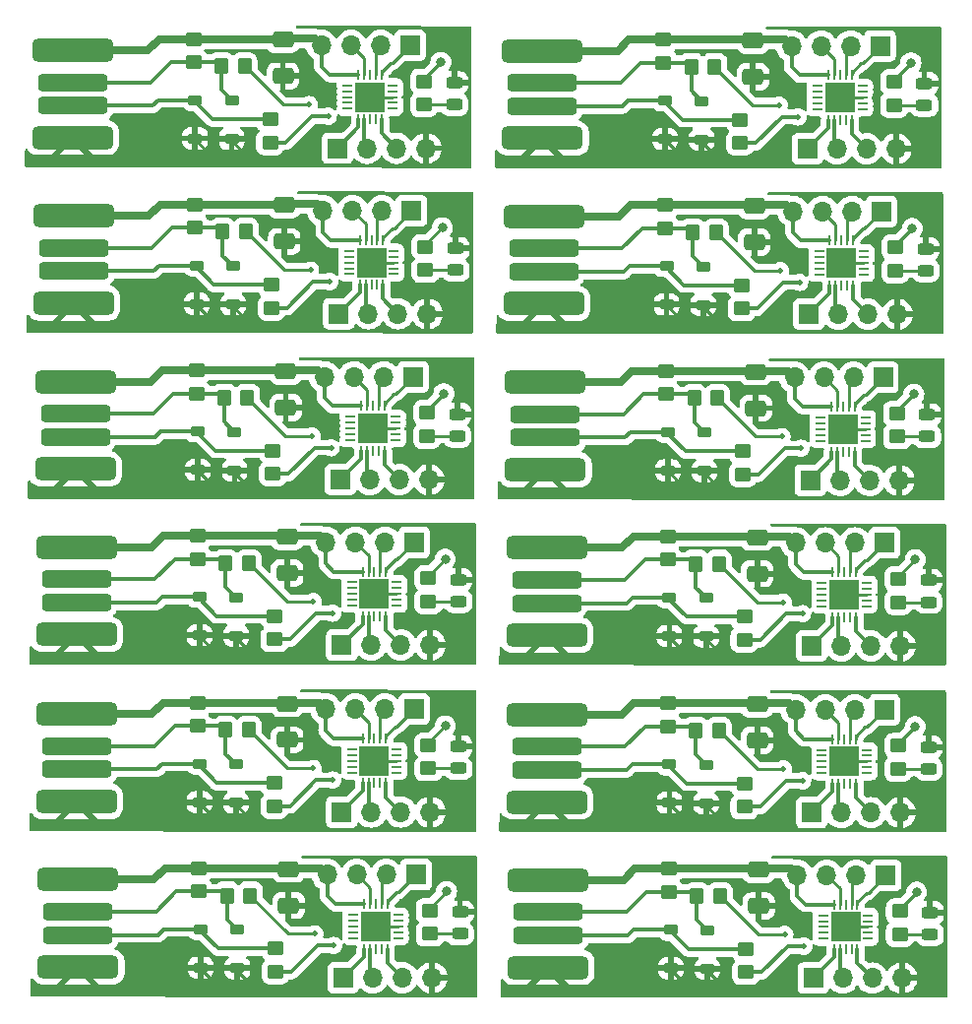
<source format=gbr>
%TF.GenerationSoftware,KiCad,Pcbnew,7.0.1*%
%TF.CreationDate,2023-04-10T19:00:44+03:00*%
%TF.ProjectId,Attiny_USB_panel,41747469-6e79-45f5-9553-425f70616e65,rev?*%
%TF.SameCoordinates,Original*%
%TF.FileFunction,Copper,L1,Top*%
%TF.FilePolarity,Positive*%
%FSLAX46Y46*%
G04 Gerber Fmt 4.6, Leading zero omitted, Abs format (unit mm)*
G04 Created by KiCad (PCBNEW 7.0.1) date 2023-04-10 19:00:44*
%MOMM*%
%LPD*%
G01*
G04 APERTURE LIST*
G04 Aperture macros list*
%AMRoundRect*
0 Rectangle with rounded corners*
0 $1 Rounding radius*
0 $2 $3 $4 $5 $6 $7 $8 $9 X,Y pos of 4 corners*
0 Add a 4 corners polygon primitive as box body*
4,1,4,$2,$3,$4,$5,$6,$7,$8,$9,$2,$3,0*
0 Add four circle primitives for the rounded corners*
1,1,$1+$1,$2,$3*
1,1,$1+$1,$4,$5*
1,1,$1+$1,$6,$7*
1,1,$1+$1,$8,$9*
0 Add four rect primitives between the rounded corners*
20,1,$1+$1,$2,$3,$4,$5,0*
20,1,$1+$1,$4,$5,$6,$7,0*
20,1,$1+$1,$6,$7,$8,$9,0*
20,1,$1+$1,$8,$9,$2,$3,0*%
G04 Aperture macros list end*
%TA.AperFunction,SMDPad,CuDef*%
%ADD10RoundRect,0.250000X0.350000X0.450000X-0.350000X0.450000X-0.350000X-0.450000X0.350000X-0.450000X0*%
%TD*%
%TA.AperFunction,SMDPad,CuDef*%
%ADD11RoundRect,0.225000X-0.375000X0.225000X-0.375000X-0.225000X0.375000X-0.225000X0.375000X0.225000X0*%
%TD*%
%TA.AperFunction,ComponentPad*%
%ADD12R,1.700000X1.700000*%
%TD*%
%TA.AperFunction,ComponentPad*%
%ADD13O,1.700000X1.700000*%
%TD*%
%TA.AperFunction,SMDPad,CuDef*%
%ADD14RoundRect,0.250000X-0.450000X0.350000X-0.450000X-0.350000X0.450000X-0.350000X0.450000X0.350000X0*%
%TD*%
%TA.AperFunction,SMDPad,CuDef*%
%ADD15RoundRect,0.500000X-3.000000X-0.500000X3.000000X-0.500000X3.000000X0.500000X-3.000000X0.500000X0*%
%TD*%
%TA.AperFunction,SMDPad,CuDef*%
%ADD16RoundRect,0.375000X-2.625000X-0.375000X2.625000X-0.375000X2.625000X0.375000X-2.625000X0.375000X0*%
%TD*%
%TA.AperFunction,SMDPad,CuDef*%
%ADD17RoundRect,0.250000X0.450000X-0.350000X0.450000X0.350000X-0.450000X0.350000X-0.450000X-0.350000X0*%
%TD*%
%TA.AperFunction,SMDPad,CuDef*%
%ADD18RoundRect,0.062500X0.062500X-0.362500X0.062500X0.362500X-0.062500X0.362500X-0.062500X-0.362500X0*%
%TD*%
%TA.AperFunction,SMDPad,CuDef*%
%ADD19RoundRect,0.062500X0.362500X-0.062500X0.362500X0.062500X-0.362500X0.062500X-0.362500X-0.062500X0*%
%TD*%
%TA.AperFunction,SMDPad,CuDef*%
%ADD20R,2.600000X2.600000*%
%TD*%
%TA.AperFunction,SMDPad,CuDef*%
%ADD21RoundRect,0.243750X-0.456250X0.243750X-0.456250X-0.243750X0.456250X-0.243750X0.456250X0.243750X0*%
%TD*%
%TA.AperFunction,SMDPad,CuDef*%
%ADD22RoundRect,0.250000X-0.650000X0.412500X-0.650000X-0.412500X0.650000X-0.412500X0.650000X0.412500X0*%
%TD*%
%TA.AperFunction,ViaPad*%
%ADD23C,0.800000*%
%TD*%
%TA.AperFunction,ViaPad*%
%ADD24C,0.500000*%
%TD*%
%TA.AperFunction,Conductor*%
%ADD25C,0.700000*%
%TD*%
%TA.AperFunction,Conductor*%
%ADD26C,0.300000*%
%TD*%
%TA.AperFunction,Conductor*%
%ADD27C,0.250000*%
%TD*%
G04 APERTURE END LIST*
D10*
%TO.P,R2,1*%
%TO.N,Net-(J2-Pin_2)*%
X133260000Y-46440000D03*
%TO.P,R2,2*%
%TO.N,Net-(D2-K)*%
X131260000Y-46440000D03*
%TD*%
D11*
%TO.P,D1,1,K*%
%TO.N,Net-(D1-K)*%
X129010000Y-49340000D03*
%TO.P,D1,2,A*%
%TO.N,GND*%
X129010000Y-52640000D03*
%TD*%
D12*
%TO.P,J1,1,Pin_1*%
%TO.N,Net-(J1-Pin_1)*%
X147510000Y-44640000D03*
D13*
%TO.P,J1,2,Pin_2*%
%TO.N,Net-(J1-Pin_2)*%
X144970000Y-44640000D03*
%TO.P,J1,3,Pin_3*%
%TO.N,Net-(J1-Pin_3)*%
X142430000Y-44640000D03*
%TO.P,J1,4,Pin_4*%
%TO.N,+5V*%
X139890000Y-44640000D03*
%TD*%
D14*
%TO.P,R4,1*%
%TO.N,+5V*%
X128860000Y-44090000D03*
%TO.P,R4,2*%
%TO.N,Net-(D2-K)*%
X128860000Y-46090000D03*
%TD*%
D15*
%TO.P,U2,1,Vcc*%
%TO.N,+5V*%
X159017500Y-59357500D03*
D16*
%TO.P,U2,2,D+*%
%TO.N,Net-(D2-K)*%
X159017500Y-62107500D03*
%TO.P,U2,3,D-*%
%TO.N,Net-(D1-K)*%
X159017500Y-64107500D03*
D15*
%TO.P,U2,4,GND*%
%TO.N,GND*%
X159017500Y-66857500D03*
%TD*%
D14*
%TO.P,R3,1*%
%TO.N,Net-(J1-Pin_2)*%
X189280000Y-62020000D03*
%TO.P,R3,2*%
%TO.N,Net-(D3-A)*%
X189280000Y-64020000D03*
%TD*%
D12*
%TO.P,J2,1,Pin_1*%
%TO.N,Net-(J2-Pin_1)*%
X141260000Y-53490000D03*
D13*
%TO.P,J2,2,Pin_2*%
%TO.N,Net-(J2-Pin_2)*%
X143800000Y-53490000D03*
%TO.P,J2,3,Pin_3*%
%TO.N,Net-(J2-Pin_3)*%
X146340000Y-53490000D03*
%TO.P,J2,4,Pin_4*%
%TO.N,GND*%
X148880000Y-53490000D03*
%TD*%
D17*
%TO.P,R1,1*%
%TO.N,Net-(J2-Pin_3)*%
X135460000Y-52990000D03*
%TO.P,R1,2*%
%TO.N,Net-(D1-K)*%
X135460000Y-50990000D03*
%TD*%
D18*
%TO.P,U1,1,~{RESET}/PB5*%
%TO.N,Net-(J2-Pin_1)*%
X183630000Y-65295000D03*
%TO.P,U1,2,XTAL1/PB3*%
%TO.N,Net-(J2-Pin_2)*%
X184130000Y-65295000D03*
%TO.P,U1,3,NC*%
%TO.N,unconnected-(U1-NC-Pad3)*%
X184630000Y-65295000D03*
%TO.P,U1,4,NC*%
%TO.N,unconnected-(U1-NC-Pad4)*%
X185130000Y-65295000D03*
%TO.P,U1,5,XTAL2/PB4*%
%TO.N,Net-(J2-Pin_3)*%
X185630000Y-65295000D03*
D19*
%TO.P,U1,6,NC*%
%TO.N,unconnected-(U1-NC-Pad6)*%
X186555000Y-64370000D03*
%TO.P,U1,7,NC*%
%TO.N,unconnected-(U1-NC-Pad7)*%
X186555000Y-63870000D03*
%TO.P,U1,8,GND*%
%TO.N,GND*%
X186555000Y-63370000D03*
%TO.P,U1,9,NC*%
%TO.N,unconnected-(U1-NC-Pad9)*%
X186555000Y-62870000D03*
%TO.P,U1,10,NC*%
%TO.N,unconnected-(U1-NC-Pad10)*%
X186555000Y-62370000D03*
D18*
%TO.P,U1,11,AREF/PB0*%
%TO.N,Net-(J1-Pin_1)*%
X185630000Y-61445000D03*
%TO.P,U1,12,PB1*%
%TO.N,Net-(J1-Pin_2)*%
X185130000Y-61445000D03*
%TO.P,U1,13,NC*%
%TO.N,unconnected-(U1-NC-Pad13)*%
X184630000Y-61445000D03*
%TO.P,U1,14,PB2*%
%TO.N,Net-(J1-Pin_3)*%
X184130000Y-61445000D03*
%TO.P,U1,15,VCC*%
%TO.N,+5V*%
X183630000Y-61445000D03*
D19*
%TO.P,U1,16,NC*%
%TO.N,unconnected-(U1-NC-Pad16)*%
X182705000Y-62370000D03*
%TO.P,U1,17,NC*%
%TO.N,unconnected-(U1-NC-Pad17)*%
X182705000Y-62870000D03*
%TO.P,U1,18,NC*%
%TO.N,unconnected-(U1-NC-Pad18)*%
X182705000Y-63370000D03*
%TO.P,U1,19,NC*%
%TO.N,unconnected-(U1-NC-Pad19)*%
X182705000Y-63870000D03*
%TO.P,U1,20,NC*%
%TO.N,unconnected-(U1-NC-Pad20)*%
X182705000Y-64370000D03*
D20*
%TO.P,U1,21,GND*%
%TO.N,GND*%
X184630000Y-63370000D03*
%TD*%
D21*
%TO.P,D3,1,K*%
%TO.N,GND*%
X151310000Y-47865000D03*
%TO.P,D3,2,A*%
%TO.N,Net-(D3-A)*%
X151310000Y-49740000D03*
%TD*%
D17*
%TO.P,R1,1*%
%TO.N,Net-(J2-Pin_3)*%
X176030000Y-67270000D03*
%TO.P,R1,2*%
%TO.N,Net-(D1-K)*%
X176030000Y-65270000D03*
%TD*%
D15*
%TO.P,U2,1,Vcc*%
%TO.N,+5V*%
X158897500Y-45127500D03*
D16*
%TO.P,U2,2,D+*%
%TO.N,Net-(D2-K)*%
X158897500Y-47877500D03*
%TO.P,U2,3,D-*%
%TO.N,Net-(D1-K)*%
X158897500Y-49877500D03*
D15*
%TO.P,U2,4,GND*%
%TO.N,GND*%
X158897500Y-52627500D03*
%TD*%
D14*
%TO.P,R4,1*%
%TO.N,+5V*%
X169310000Y-44140000D03*
%TO.P,R4,2*%
%TO.N,Net-(D2-K)*%
X169310000Y-46140000D03*
%TD*%
D11*
%TO.P,D1,1,K*%
%TO.N,Net-(D1-K)*%
X169580000Y-63620000D03*
%TO.P,D1,2,A*%
%TO.N,GND*%
X169580000Y-66920000D03*
%TD*%
D14*
%TO.P,R3,1*%
%TO.N,Net-(J1-Pin_2)*%
X189160000Y-47790000D03*
%TO.P,R3,2*%
%TO.N,Net-(D3-A)*%
X189160000Y-49790000D03*
%TD*%
D11*
%TO.P,D2,1,K*%
%TO.N,Net-(D2-K)*%
X132160000Y-49390000D03*
%TO.P,D2,2,A*%
%TO.N,GND*%
X132160000Y-52690000D03*
%TD*%
D12*
%TO.P,J2,1,Pin_1*%
%TO.N,Net-(J2-Pin_1)*%
X141380000Y-67720000D03*
D13*
%TO.P,J2,2,Pin_2*%
%TO.N,Net-(J2-Pin_2)*%
X143920000Y-67720000D03*
%TO.P,J2,3,Pin_3*%
%TO.N,Net-(J2-Pin_3)*%
X146460000Y-67720000D03*
%TO.P,J2,4,Pin_4*%
%TO.N,GND*%
X149000000Y-67720000D03*
%TD*%
D17*
%TO.P,R1,1*%
%TO.N,Net-(J2-Pin_3)*%
X135580000Y-67220000D03*
%TO.P,R1,2*%
%TO.N,Net-(D1-K)*%
X135580000Y-65220000D03*
%TD*%
D10*
%TO.P,R2,1*%
%TO.N,Net-(J2-Pin_2)*%
X133380000Y-60670000D03*
%TO.P,R2,2*%
%TO.N,Net-(D2-K)*%
X131380000Y-60670000D03*
%TD*%
D11*
%TO.P,D1,1,K*%
%TO.N,Net-(D1-K)*%
X129130000Y-63570000D03*
%TO.P,D1,2,A*%
%TO.N,GND*%
X129130000Y-66870000D03*
%TD*%
D21*
%TO.P,D3,1,K*%
%TO.N,GND*%
X151430000Y-62095000D03*
%TO.P,D3,2,A*%
%TO.N,Net-(D3-A)*%
X151430000Y-63970000D03*
%TD*%
D18*
%TO.P,U1,1,~{RESET}/PB5*%
%TO.N,Net-(J2-Pin_1)*%
X143180000Y-65245000D03*
%TO.P,U1,2,XTAL1/PB3*%
%TO.N,Net-(J2-Pin_2)*%
X143680000Y-65245000D03*
%TO.P,U1,3,NC*%
%TO.N,unconnected-(U1-NC-Pad3)*%
X144180000Y-65245000D03*
%TO.P,U1,4,NC*%
%TO.N,unconnected-(U1-NC-Pad4)*%
X144680000Y-65245000D03*
%TO.P,U1,5,XTAL2/PB4*%
%TO.N,Net-(J2-Pin_3)*%
X145180000Y-65245000D03*
D19*
%TO.P,U1,6,NC*%
%TO.N,unconnected-(U1-NC-Pad6)*%
X146105000Y-64320000D03*
%TO.P,U1,7,NC*%
%TO.N,unconnected-(U1-NC-Pad7)*%
X146105000Y-63820000D03*
%TO.P,U1,8,GND*%
%TO.N,GND*%
X146105000Y-63320000D03*
%TO.P,U1,9,NC*%
%TO.N,unconnected-(U1-NC-Pad9)*%
X146105000Y-62820000D03*
%TO.P,U1,10,NC*%
%TO.N,unconnected-(U1-NC-Pad10)*%
X146105000Y-62320000D03*
D18*
%TO.P,U1,11,AREF/PB0*%
%TO.N,Net-(J1-Pin_1)*%
X145180000Y-61395000D03*
%TO.P,U1,12,PB1*%
%TO.N,Net-(J1-Pin_2)*%
X144680000Y-61395000D03*
%TO.P,U1,13,NC*%
%TO.N,unconnected-(U1-NC-Pad13)*%
X144180000Y-61395000D03*
%TO.P,U1,14,PB2*%
%TO.N,Net-(J1-Pin_3)*%
X143680000Y-61395000D03*
%TO.P,U1,15,VCC*%
%TO.N,+5V*%
X143180000Y-61395000D03*
D19*
%TO.P,U1,16,NC*%
%TO.N,unconnected-(U1-NC-Pad16)*%
X142255000Y-62320000D03*
%TO.P,U1,17,NC*%
%TO.N,unconnected-(U1-NC-Pad17)*%
X142255000Y-62820000D03*
%TO.P,U1,18,NC*%
%TO.N,unconnected-(U1-NC-Pad18)*%
X142255000Y-63320000D03*
%TO.P,U1,19,NC*%
%TO.N,unconnected-(U1-NC-Pad19)*%
X142255000Y-63820000D03*
%TO.P,U1,20,NC*%
%TO.N,unconnected-(U1-NC-Pad20)*%
X142255000Y-64320000D03*
D20*
%TO.P,U1,21,GND*%
%TO.N,GND*%
X144180000Y-63320000D03*
%TD*%
D14*
%TO.P,R3,1*%
%TO.N,Net-(J1-Pin_2)*%
X148830000Y-61970000D03*
%TO.P,R3,2*%
%TO.N,Net-(D3-A)*%
X148830000Y-63970000D03*
%TD*%
D11*
%TO.P,D2,1,K*%
%TO.N,Net-(D2-K)*%
X132280000Y-63620000D03*
%TO.P,D2,2,A*%
%TO.N,GND*%
X132280000Y-66920000D03*
%TD*%
D12*
%TO.P,J1,1,Pin_1*%
%TO.N,Net-(J1-Pin_1)*%
X147630000Y-58870000D03*
D13*
%TO.P,J1,2,Pin_2*%
%TO.N,Net-(J1-Pin_2)*%
X145090000Y-58870000D03*
%TO.P,J1,3,Pin_3*%
%TO.N,Net-(J1-Pin_3)*%
X142550000Y-58870000D03*
%TO.P,J1,4,Pin_4*%
%TO.N,+5V*%
X140010000Y-58870000D03*
%TD*%
D14*
%TO.P,R4,1*%
%TO.N,+5V*%
X128980000Y-58320000D03*
%TO.P,R4,2*%
%TO.N,Net-(D2-K)*%
X128980000Y-60320000D03*
%TD*%
D22*
%TO.P,C1,1*%
%TO.N,+5V*%
X136680000Y-58395000D03*
%TO.P,C1,2*%
%TO.N,GND*%
X136680000Y-61520000D03*
%TD*%
D15*
%TO.P,U2,1,Vcc*%
%TO.N,+5V*%
X118567500Y-59307500D03*
D16*
%TO.P,U2,2,D+*%
%TO.N,Net-(D2-K)*%
X118567500Y-62057500D03*
%TO.P,U2,3,D-*%
%TO.N,Net-(D1-K)*%
X118567500Y-64057500D03*
D15*
%TO.P,U2,4,GND*%
%TO.N,GND*%
X118567500Y-66807500D03*
%TD*%
D22*
%TO.P,C1,1*%
%TO.N,+5V*%
X177130000Y-58445000D03*
%TO.P,C1,2*%
%TO.N,GND*%
X177130000Y-61570000D03*
%TD*%
D12*
%TO.P,J1,1,Pin_1*%
%TO.N,Net-(J1-Pin_1)*%
X188080000Y-58920000D03*
D13*
%TO.P,J1,2,Pin_2*%
%TO.N,Net-(J1-Pin_2)*%
X185540000Y-58920000D03*
%TO.P,J1,3,Pin_3*%
%TO.N,Net-(J1-Pin_3)*%
X183000000Y-58920000D03*
%TO.P,J1,4,Pin_4*%
%TO.N,+5V*%
X180460000Y-58920000D03*
%TD*%
D21*
%TO.P,D3,1,K*%
%TO.N,GND*%
X191760000Y-47915000D03*
%TO.P,D3,2,A*%
%TO.N,Net-(D3-A)*%
X191760000Y-49790000D03*
%TD*%
D12*
%TO.P,J2,1,Pin_1*%
%TO.N,Net-(J2-Pin_1)*%
X181710000Y-53540000D03*
D13*
%TO.P,J2,2,Pin_2*%
%TO.N,Net-(J2-Pin_2)*%
X184250000Y-53540000D03*
%TO.P,J2,3,Pin_3*%
%TO.N,Net-(J2-Pin_3)*%
X186790000Y-53540000D03*
%TO.P,J2,4,Pin_4*%
%TO.N,GND*%
X189330000Y-53540000D03*
%TD*%
D11*
%TO.P,D1,1,K*%
%TO.N,Net-(D1-K)*%
X169460000Y-49390000D03*
%TO.P,D1,2,A*%
%TO.N,GND*%
X169460000Y-52690000D03*
%TD*%
D18*
%TO.P,U1,1,~{RESET}/PB5*%
%TO.N,Net-(J2-Pin_1)*%
X183510000Y-51065000D03*
%TO.P,U1,2,XTAL1/PB3*%
%TO.N,Net-(J2-Pin_2)*%
X184010000Y-51065000D03*
%TO.P,U1,3,NC*%
%TO.N,unconnected-(U1-NC-Pad3)*%
X184510000Y-51065000D03*
%TO.P,U1,4,NC*%
%TO.N,unconnected-(U1-NC-Pad4)*%
X185010000Y-51065000D03*
%TO.P,U1,5,XTAL2/PB4*%
%TO.N,Net-(J2-Pin_3)*%
X185510000Y-51065000D03*
D19*
%TO.P,U1,6,NC*%
%TO.N,unconnected-(U1-NC-Pad6)*%
X186435000Y-50140000D03*
%TO.P,U1,7,NC*%
%TO.N,unconnected-(U1-NC-Pad7)*%
X186435000Y-49640000D03*
%TO.P,U1,8,GND*%
%TO.N,GND*%
X186435000Y-49140000D03*
%TO.P,U1,9,NC*%
%TO.N,unconnected-(U1-NC-Pad9)*%
X186435000Y-48640000D03*
%TO.P,U1,10,NC*%
%TO.N,unconnected-(U1-NC-Pad10)*%
X186435000Y-48140000D03*
D18*
%TO.P,U1,11,AREF/PB0*%
%TO.N,Net-(J1-Pin_1)*%
X185510000Y-47215000D03*
%TO.P,U1,12,PB1*%
%TO.N,Net-(J1-Pin_2)*%
X185010000Y-47215000D03*
%TO.P,U1,13,NC*%
%TO.N,unconnected-(U1-NC-Pad13)*%
X184510000Y-47215000D03*
%TO.P,U1,14,PB2*%
%TO.N,Net-(J1-Pin_3)*%
X184010000Y-47215000D03*
%TO.P,U1,15,VCC*%
%TO.N,+5V*%
X183510000Y-47215000D03*
D19*
%TO.P,U1,16,NC*%
%TO.N,unconnected-(U1-NC-Pad16)*%
X182585000Y-48140000D03*
%TO.P,U1,17,NC*%
%TO.N,unconnected-(U1-NC-Pad17)*%
X182585000Y-48640000D03*
%TO.P,U1,18,NC*%
%TO.N,unconnected-(U1-NC-Pad18)*%
X182585000Y-49140000D03*
%TO.P,U1,19,NC*%
%TO.N,unconnected-(U1-NC-Pad19)*%
X182585000Y-49640000D03*
%TO.P,U1,20,NC*%
%TO.N,unconnected-(U1-NC-Pad20)*%
X182585000Y-50140000D03*
D20*
%TO.P,U1,21,GND*%
%TO.N,GND*%
X184510000Y-49140000D03*
%TD*%
D10*
%TO.P,R2,1*%
%TO.N,Net-(J2-Pin_2)*%
X173830000Y-60720000D03*
%TO.P,R2,2*%
%TO.N,Net-(D2-K)*%
X171830000Y-60720000D03*
%TD*%
D11*
%TO.P,D2,1,K*%
%TO.N,Net-(D2-K)*%
X172730000Y-63670000D03*
%TO.P,D2,2,A*%
%TO.N,GND*%
X172730000Y-66970000D03*
%TD*%
D12*
%TO.P,J1,1,Pin_1*%
%TO.N,Net-(J1-Pin_1)*%
X187960000Y-44690000D03*
D13*
%TO.P,J1,2,Pin_2*%
%TO.N,Net-(J1-Pin_2)*%
X185420000Y-44690000D03*
%TO.P,J1,3,Pin_3*%
%TO.N,Net-(J1-Pin_3)*%
X182880000Y-44690000D03*
%TO.P,J1,4,Pin_4*%
%TO.N,+5V*%
X180340000Y-44690000D03*
%TD*%
D11*
%TO.P,D2,1,K*%
%TO.N,Net-(D2-K)*%
X172610000Y-49440000D03*
%TO.P,D2,2,A*%
%TO.N,GND*%
X172610000Y-52740000D03*
%TD*%
D10*
%TO.P,R2,1*%
%TO.N,Net-(J2-Pin_2)*%
X173710000Y-46490000D03*
%TO.P,R2,2*%
%TO.N,Net-(D2-K)*%
X171710000Y-46490000D03*
%TD*%
D17*
%TO.P,R1,1*%
%TO.N,Net-(J2-Pin_3)*%
X175910000Y-53040000D03*
%TO.P,R1,2*%
%TO.N,Net-(D1-K)*%
X175910000Y-51040000D03*
%TD*%
D22*
%TO.P,C1,1*%
%TO.N,+5V*%
X136560000Y-44165000D03*
%TO.P,C1,2*%
%TO.N,GND*%
X136560000Y-47290000D03*
%TD*%
D15*
%TO.P,U2,1,Vcc*%
%TO.N,+5V*%
X118447500Y-45077500D03*
D16*
%TO.P,U2,2,D+*%
%TO.N,Net-(D2-K)*%
X118447500Y-47827500D03*
%TO.P,U2,3,D-*%
%TO.N,Net-(D1-K)*%
X118447500Y-49827500D03*
D15*
%TO.P,U2,4,GND*%
%TO.N,GND*%
X118447500Y-52577500D03*
%TD*%
D12*
%TO.P,J2,1,Pin_1*%
%TO.N,Net-(J2-Pin_1)*%
X181830000Y-67770000D03*
D13*
%TO.P,J2,2,Pin_2*%
%TO.N,Net-(J2-Pin_2)*%
X184370000Y-67770000D03*
%TO.P,J2,3,Pin_3*%
%TO.N,Net-(J2-Pin_3)*%
X186910000Y-67770000D03*
%TO.P,J2,4,Pin_4*%
%TO.N,GND*%
X189450000Y-67770000D03*
%TD*%
D21*
%TO.P,D3,1,K*%
%TO.N,GND*%
X191880000Y-62145000D03*
%TO.P,D3,2,A*%
%TO.N,Net-(D3-A)*%
X191880000Y-64020000D03*
%TD*%
D14*
%TO.P,R4,1*%
%TO.N,+5V*%
X169430000Y-58370000D03*
%TO.P,R4,2*%
%TO.N,Net-(D2-K)*%
X169430000Y-60370000D03*
%TD*%
D22*
%TO.P,C1,1*%
%TO.N,+5V*%
X177010000Y-44215000D03*
%TO.P,C1,2*%
%TO.N,GND*%
X177010000Y-47340000D03*
%TD*%
D18*
%TO.P,U1,1,~{RESET}/PB5*%
%TO.N,Net-(J2-Pin_1)*%
X143060000Y-51015000D03*
%TO.P,U1,2,XTAL1/PB3*%
%TO.N,Net-(J2-Pin_2)*%
X143560000Y-51015000D03*
%TO.P,U1,3,NC*%
%TO.N,unconnected-(U1-NC-Pad3)*%
X144060000Y-51015000D03*
%TO.P,U1,4,NC*%
%TO.N,unconnected-(U1-NC-Pad4)*%
X144560000Y-51015000D03*
%TO.P,U1,5,XTAL2/PB4*%
%TO.N,Net-(J2-Pin_3)*%
X145060000Y-51015000D03*
D19*
%TO.P,U1,6,NC*%
%TO.N,unconnected-(U1-NC-Pad6)*%
X145985000Y-50090000D03*
%TO.P,U1,7,NC*%
%TO.N,unconnected-(U1-NC-Pad7)*%
X145985000Y-49590000D03*
%TO.P,U1,8,GND*%
%TO.N,GND*%
X145985000Y-49090000D03*
%TO.P,U1,9,NC*%
%TO.N,unconnected-(U1-NC-Pad9)*%
X145985000Y-48590000D03*
%TO.P,U1,10,NC*%
%TO.N,unconnected-(U1-NC-Pad10)*%
X145985000Y-48090000D03*
D18*
%TO.P,U1,11,AREF/PB0*%
%TO.N,Net-(J1-Pin_1)*%
X145060000Y-47165000D03*
%TO.P,U1,12,PB1*%
%TO.N,Net-(J1-Pin_2)*%
X144560000Y-47165000D03*
%TO.P,U1,13,NC*%
%TO.N,unconnected-(U1-NC-Pad13)*%
X144060000Y-47165000D03*
%TO.P,U1,14,PB2*%
%TO.N,Net-(J1-Pin_3)*%
X143560000Y-47165000D03*
%TO.P,U1,15,VCC*%
%TO.N,+5V*%
X143060000Y-47165000D03*
D19*
%TO.P,U1,16,NC*%
%TO.N,unconnected-(U1-NC-Pad16)*%
X142135000Y-48090000D03*
%TO.P,U1,17,NC*%
%TO.N,unconnected-(U1-NC-Pad17)*%
X142135000Y-48590000D03*
%TO.P,U1,18,NC*%
%TO.N,unconnected-(U1-NC-Pad18)*%
X142135000Y-49090000D03*
%TO.P,U1,19,NC*%
%TO.N,unconnected-(U1-NC-Pad19)*%
X142135000Y-49590000D03*
%TO.P,U1,20,NC*%
%TO.N,unconnected-(U1-NC-Pad20)*%
X142135000Y-50090000D03*
D20*
%TO.P,U1,21,GND*%
%TO.N,GND*%
X144060000Y-49090000D03*
%TD*%
D14*
%TO.P,R3,1*%
%TO.N,Net-(J1-Pin_2)*%
X148710000Y-47740000D03*
%TO.P,R3,2*%
%TO.N,Net-(D3-A)*%
X148710000Y-49740000D03*
%TD*%
D10*
%TO.P,R2,1*%
%TO.N,Net-(J2-Pin_2)*%
X133510000Y-74940000D03*
%TO.P,R2,2*%
%TO.N,Net-(D2-K)*%
X131510000Y-74940000D03*
%TD*%
D11*
%TO.P,D1,1,K*%
%TO.N,Net-(D1-K)*%
X129260000Y-77840000D03*
%TO.P,D1,2,A*%
%TO.N,GND*%
X129260000Y-81140000D03*
%TD*%
D12*
%TO.P,J1,1,Pin_1*%
%TO.N,Net-(J1-Pin_1)*%
X147760000Y-73140000D03*
D13*
%TO.P,J1,2,Pin_2*%
%TO.N,Net-(J1-Pin_2)*%
X145220000Y-73140000D03*
%TO.P,J1,3,Pin_3*%
%TO.N,Net-(J1-Pin_3)*%
X142680000Y-73140000D03*
%TO.P,J1,4,Pin_4*%
%TO.N,+5V*%
X140140000Y-73140000D03*
%TD*%
D14*
%TO.P,R4,1*%
%TO.N,+5V*%
X129110000Y-72590000D03*
%TO.P,R4,2*%
%TO.N,Net-(D2-K)*%
X129110000Y-74590000D03*
%TD*%
D15*
%TO.P,U2,1,Vcc*%
%TO.N,+5V*%
X159267500Y-87857500D03*
D16*
%TO.P,U2,2,D+*%
%TO.N,Net-(D2-K)*%
X159267500Y-90607500D03*
%TO.P,U2,3,D-*%
%TO.N,Net-(D1-K)*%
X159267500Y-92607500D03*
D15*
%TO.P,U2,4,GND*%
%TO.N,GND*%
X159267500Y-95357500D03*
%TD*%
D14*
%TO.P,R3,1*%
%TO.N,Net-(J1-Pin_2)*%
X189530000Y-90520000D03*
%TO.P,R3,2*%
%TO.N,Net-(D3-A)*%
X189530000Y-92520000D03*
%TD*%
D12*
%TO.P,J2,1,Pin_1*%
%TO.N,Net-(J2-Pin_1)*%
X141510000Y-81990000D03*
D13*
%TO.P,J2,2,Pin_2*%
%TO.N,Net-(J2-Pin_2)*%
X144050000Y-81990000D03*
%TO.P,J2,3,Pin_3*%
%TO.N,Net-(J2-Pin_3)*%
X146590000Y-81990000D03*
%TO.P,J2,4,Pin_4*%
%TO.N,GND*%
X149130000Y-81990000D03*
%TD*%
D17*
%TO.P,R1,1*%
%TO.N,Net-(J2-Pin_3)*%
X135710000Y-81490000D03*
%TO.P,R1,2*%
%TO.N,Net-(D1-K)*%
X135710000Y-79490000D03*
%TD*%
D18*
%TO.P,U1,1,~{RESET}/PB5*%
%TO.N,Net-(J2-Pin_1)*%
X183880000Y-93795000D03*
%TO.P,U1,2,XTAL1/PB3*%
%TO.N,Net-(J2-Pin_2)*%
X184380000Y-93795000D03*
%TO.P,U1,3,NC*%
%TO.N,unconnected-(U1-NC-Pad3)*%
X184880000Y-93795000D03*
%TO.P,U1,4,NC*%
%TO.N,unconnected-(U1-NC-Pad4)*%
X185380000Y-93795000D03*
%TO.P,U1,5,XTAL2/PB4*%
%TO.N,Net-(J2-Pin_3)*%
X185880000Y-93795000D03*
D19*
%TO.P,U1,6,NC*%
%TO.N,unconnected-(U1-NC-Pad6)*%
X186805000Y-92870000D03*
%TO.P,U1,7,NC*%
%TO.N,unconnected-(U1-NC-Pad7)*%
X186805000Y-92370000D03*
%TO.P,U1,8,GND*%
%TO.N,GND*%
X186805000Y-91870000D03*
%TO.P,U1,9,NC*%
%TO.N,unconnected-(U1-NC-Pad9)*%
X186805000Y-91370000D03*
%TO.P,U1,10,NC*%
%TO.N,unconnected-(U1-NC-Pad10)*%
X186805000Y-90870000D03*
D18*
%TO.P,U1,11,AREF/PB0*%
%TO.N,Net-(J1-Pin_1)*%
X185880000Y-89945000D03*
%TO.P,U1,12,PB1*%
%TO.N,Net-(J1-Pin_2)*%
X185380000Y-89945000D03*
%TO.P,U1,13,NC*%
%TO.N,unconnected-(U1-NC-Pad13)*%
X184880000Y-89945000D03*
%TO.P,U1,14,PB2*%
%TO.N,Net-(J1-Pin_3)*%
X184380000Y-89945000D03*
%TO.P,U1,15,VCC*%
%TO.N,+5V*%
X183880000Y-89945000D03*
D19*
%TO.P,U1,16,NC*%
%TO.N,unconnected-(U1-NC-Pad16)*%
X182955000Y-90870000D03*
%TO.P,U1,17,NC*%
%TO.N,unconnected-(U1-NC-Pad17)*%
X182955000Y-91370000D03*
%TO.P,U1,18,NC*%
%TO.N,unconnected-(U1-NC-Pad18)*%
X182955000Y-91870000D03*
%TO.P,U1,19,NC*%
%TO.N,unconnected-(U1-NC-Pad19)*%
X182955000Y-92370000D03*
%TO.P,U1,20,NC*%
%TO.N,unconnected-(U1-NC-Pad20)*%
X182955000Y-92870000D03*
D20*
%TO.P,U1,21,GND*%
%TO.N,GND*%
X184880000Y-91870000D03*
%TD*%
D21*
%TO.P,D3,1,K*%
%TO.N,GND*%
X151560000Y-76365000D03*
%TO.P,D3,2,A*%
%TO.N,Net-(D3-A)*%
X151560000Y-78240000D03*
%TD*%
D17*
%TO.P,R1,1*%
%TO.N,Net-(J2-Pin_3)*%
X176280000Y-95770000D03*
%TO.P,R1,2*%
%TO.N,Net-(D1-K)*%
X176280000Y-93770000D03*
%TD*%
D15*
%TO.P,U2,1,Vcc*%
%TO.N,+5V*%
X159147500Y-73627500D03*
D16*
%TO.P,U2,2,D+*%
%TO.N,Net-(D2-K)*%
X159147500Y-76377500D03*
%TO.P,U2,3,D-*%
%TO.N,Net-(D1-K)*%
X159147500Y-78377500D03*
D15*
%TO.P,U2,4,GND*%
%TO.N,GND*%
X159147500Y-81127500D03*
%TD*%
D14*
%TO.P,R4,1*%
%TO.N,+5V*%
X169560000Y-72640000D03*
%TO.P,R4,2*%
%TO.N,Net-(D2-K)*%
X169560000Y-74640000D03*
%TD*%
D11*
%TO.P,D1,1,K*%
%TO.N,Net-(D1-K)*%
X169830000Y-92120000D03*
%TO.P,D1,2,A*%
%TO.N,GND*%
X169830000Y-95420000D03*
%TD*%
D14*
%TO.P,R3,1*%
%TO.N,Net-(J1-Pin_2)*%
X189410000Y-76290000D03*
%TO.P,R3,2*%
%TO.N,Net-(D3-A)*%
X189410000Y-78290000D03*
%TD*%
D11*
%TO.P,D2,1,K*%
%TO.N,Net-(D2-K)*%
X132410000Y-77890000D03*
%TO.P,D2,2,A*%
%TO.N,GND*%
X132410000Y-81190000D03*
%TD*%
D12*
%TO.P,J2,1,Pin_1*%
%TO.N,Net-(J2-Pin_1)*%
X141630000Y-96220000D03*
D13*
%TO.P,J2,2,Pin_2*%
%TO.N,Net-(J2-Pin_2)*%
X144170000Y-96220000D03*
%TO.P,J2,3,Pin_3*%
%TO.N,Net-(J2-Pin_3)*%
X146710000Y-96220000D03*
%TO.P,J2,4,Pin_4*%
%TO.N,GND*%
X149250000Y-96220000D03*
%TD*%
D17*
%TO.P,R1,1*%
%TO.N,Net-(J2-Pin_3)*%
X135830000Y-95720000D03*
%TO.P,R1,2*%
%TO.N,Net-(D1-K)*%
X135830000Y-93720000D03*
%TD*%
D10*
%TO.P,R2,1*%
%TO.N,Net-(J2-Pin_2)*%
X133630000Y-89170000D03*
%TO.P,R2,2*%
%TO.N,Net-(D2-K)*%
X131630000Y-89170000D03*
%TD*%
D11*
%TO.P,D1,1,K*%
%TO.N,Net-(D1-K)*%
X129380000Y-92070000D03*
%TO.P,D1,2,A*%
%TO.N,GND*%
X129380000Y-95370000D03*
%TD*%
D21*
%TO.P,D3,1,K*%
%TO.N,GND*%
X151680000Y-90595000D03*
%TO.P,D3,2,A*%
%TO.N,Net-(D3-A)*%
X151680000Y-92470000D03*
%TD*%
D18*
%TO.P,U1,1,~{RESET}/PB5*%
%TO.N,Net-(J2-Pin_1)*%
X143430000Y-93745000D03*
%TO.P,U1,2,XTAL1/PB3*%
%TO.N,Net-(J2-Pin_2)*%
X143930000Y-93745000D03*
%TO.P,U1,3,NC*%
%TO.N,unconnected-(U1-NC-Pad3)*%
X144430000Y-93745000D03*
%TO.P,U1,4,NC*%
%TO.N,unconnected-(U1-NC-Pad4)*%
X144930000Y-93745000D03*
%TO.P,U1,5,XTAL2/PB4*%
%TO.N,Net-(J2-Pin_3)*%
X145430000Y-93745000D03*
D19*
%TO.P,U1,6,NC*%
%TO.N,unconnected-(U1-NC-Pad6)*%
X146355000Y-92820000D03*
%TO.P,U1,7,NC*%
%TO.N,unconnected-(U1-NC-Pad7)*%
X146355000Y-92320000D03*
%TO.P,U1,8,GND*%
%TO.N,GND*%
X146355000Y-91820000D03*
%TO.P,U1,9,NC*%
%TO.N,unconnected-(U1-NC-Pad9)*%
X146355000Y-91320000D03*
%TO.P,U1,10,NC*%
%TO.N,unconnected-(U1-NC-Pad10)*%
X146355000Y-90820000D03*
D18*
%TO.P,U1,11,AREF/PB0*%
%TO.N,Net-(J1-Pin_1)*%
X145430000Y-89895000D03*
%TO.P,U1,12,PB1*%
%TO.N,Net-(J1-Pin_2)*%
X144930000Y-89895000D03*
%TO.P,U1,13,NC*%
%TO.N,unconnected-(U1-NC-Pad13)*%
X144430000Y-89895000D03*
%TO.P,U1,14,PB2*%
%TO.N,Net-(J1-Pin_3)*%
X143930000Y-89895000D03*
%TO.P,U1,15,VCC*%
%TO.N,+5V*%
X143430000Y-89895000D03*
D19*
%TO.P,U1,16,NC*%
%TO.N,unconnected-(U1-NC-Pad16)*%
X142505000Y-90820000D03*
%TO.P,U1,17,NC*%
%TO.N,unconnected-(U1-NC-Pad17)*%
X142505000Y-91320000D03*
%TO.P,U1,18,NC*%
%TO.N,unconnected-(U1-NC-Pad18)*%
X142505000Y-91820000D03*
%TO.P,U1,19,NC*%
%TO.N,unconnected-(U1-NC-Pad19)*%
X142505000Y-92320000D03*
%TO.P,U1,20,NC*%
%TO.N,unconnected-(U1-NC-Pad20)*%
X142505000Y-92820000D03*
D20*
%TO.P,U1,21,GND*%
%TO.N,GND*%
X144430000Y-91820000D03*
%TD*%
D14*
%TO.P,R3,1*%
%TO.N,Net-(J1-Pin_2)*%
X149080000Y-90470000D03*
%TO.P,R3,2*%
%TO.N,Net-(D3-A)*%
X149080000Y-92470000D03*
%TD*%
D11*
%TO.P,D2,1,K*%
%TO.N,Net-(D2-K)*%
X132530000Y-92120000D03*
%TO.P,D2,2,A*%
%TO.N,GND*%
X132530000Y-95420000D03*
%TD*%
D12*
%TO.P,J1,1,Pin_1*%
%TO.N,Net-(J1-Pin_1)*%
X147880000Y-87370000D03*
D13*
%TO.P,J1,2,Pin_2*%
%TO.N,Net-(J1-Pin_2)*%
X145340000Y-87370000D03*
%TO.P,J1,3,Pin_3*%
%TO.N,Net-(J1-Pin_3)*%
X142800000Y-87370000D03*
%TO.P,J1,4,Pin_4*%
%TO.N,+5V*%
X140260000Y-87370000D03*
%TD*%
D14*
%TO.P,R4,1*%
%TO.N,+5V*%
X129230000Y-86820000D03*
%TO.P,R4,2*%
%TO.N,Net-(D2-K)*%
X129230000Y-88820000D03*
%TD*%
D22*
%TO.P,C1,1*%
%TO.N,+5V*%
X136930000Y-86895000D03*
%TO.P,C1,2*%
%TO.N,GND*%
X136930000Y-90020000D03*
%TD*%
D15*
%TO.P,U2,1,Vcc*%
%TO.N,+5V*%
X118817500Y-87807500D03*
D16*
%TO.P,U2,2,D+*%
%TO.N,Net-(D2-K)*%
X118817500Y-90557500D03*
%TO.P,U2,3,D-*%
%TO.N,Net-(D1-K)*%
X118817500Y-92557500D03*
D15*
%TO.P,U2,4,GND*%
%TO.N,GND*%
X118817500Y-95307500D03*
%TD*%
D22*
%TO.P,C1,1*%
%TO.N,+5V*%
X177380000Y-86945000D03*
%TO.P,C1,2*%
%TO.N,GND*%
X177380000Y-90070000D03*
%TD*%
D12*
%TO.P,J1,1,Pin_1*%
%TO.N,Net-(J1-Pin_1)*%
X188330000Y-87420000D03*
D13*
%TO.P,J1,2,Pin_2*%
%TO.N,Net-(J1-Pin_2)*%
X185790000Y-87420000D03*
%TO.P,J1,3,Pin_3*%
%TO.N,Net-(J1-Pin_3)*%
X183250000Y-87420000D03*
%TO.P,J1,4,Pin_4*%
%TO.N,+5V*%
X180710000Y-87420000D03*
%TD*%
D21*
%TO.P,D3,1,K*%
%TO.N,GND*%
X192010000Y-76415000D03*
%TO.P,D3,2,A*%
%TO.N,Net-(D3-A)*%
X192010000Y-78290000D03*
%TD*%
D12*
%TO.P,J2,1,Pin_1*%
%TO.N,Net-(J2-Pin_1)*%
X181960000Y-82040000D03*
D13*
%TO.P,J2,2,Pin_2*%
%TO.N,Net-(J2-Pin_2)*%
X184500000Y-82040000D03*
%TO.P,J2,3,Pin_3*%
%TO.N,Net-(J2-Pin_3)*%
X187040000Y-82040000D03*
%TO.P,J2,4,Pin_4*%
%TO.N,GND*%
X189580000Y-82040000D03*
%TD*%
D11*
%TO.P,D1,1,K*%
%TO.N,Net-(D1-K)*%
X169710000Y-77890000D03*
%TO.P,D1,2,A*%
%TO.N,GND*%
X169710000Y-81190000D03*
%TD*%
D18*
%TO.P,U1,1,~{RESET}/PB5*%
%TO.N,Net-(J2-Pin_1)*%
X183760000Y-79565000D03*
%TO.P,U1,2,XTAL1/PB3*%
%TO.N,Net-(J2-Pin_2)*%
X184260000Y-79565000D03*
%TO.P,U1,3,NC*%
%TO.N,unconnected-(U1-NC-Pad3)*%
X184760000Y-79565000D03*
%TO.P,U1,4,NC*%
%TO.N,unconnected-(U1-NC-Pad4)*%
X185260000Y-79565000D03*
%TO.P,U1,5,XTAL2/PB4*%
%TO.N,Net-(J2-Pin_3)*%
X185760000Y-79565000D03*
D19*
%TO.P,U1,6,NC*%
%TO.N,unconnected-(U1-NC-Pad6)*%
X186685000Y-78640000D03*
%TO.P,U1,7,NC*%
%TO.N,unconnected-(U1-NC-Pad7)*%
X186685000Y-78140000D03*
%TO.P,U1,8,GND*%
%TO.N,GND*%
X186685000Y-77640000D03*
%TO.P,U1,9,NC*%
%TO.N,unconnected-(U1-NC-Pad9)*%
X186685000Y-77140000D03*
%TO.P,U1,10,NC*%
%TO.N,unconnected-(U1-NC-Pad10)*%
X186685000Y-76640000D03*
D18*
%TO.P,U1,11,AREF/PB0*%
%TO.N,Net-(J1-Pin_1)*%
X185760000Y-75715000D03*
%TO.P,U1,12,PB1*%
%TO.N,Net-(J1-Pin_2)*%
X185260000Y-75715000D03*
%TO.P,U1,13,NC*%
%TO.N,unconnected-(U1-NC-Pad13)*%
X184760000Y-75715000D03*
%TO.P,U1,14,PB2*%
%TO.N,Net-(J1-Pin_3)*%
X184260000Y-75715000D03*
%TO.P,U1,15,VCC*%
%TO.N,+5V*%
X183760000Y-75715000D03*
D19*
%TO.P,U1,16,NC*%
%TO.N,unconnected-(U1-NC-Pad16)*%
X182835000Y-76640000D03*
%TO.P,U1,17,NC*%
%TO.N,unconnected-(U1-NC-Pad17)*%
X182835000Y-77140000D03*
%TO.P,U1,18,NC*%
%TO.N,unconnected-(U1-NC-Pad18)*%
X182835000Y-77640000D03*
%TO.P,U1,19,NC*%
%TO.N,unconnected-(U1-NC-Pad19)*%
X182835000Y-78140000D03*
%TO.P,U1,20,NC*%
%TO.N,unconnected-(U1-NC-Pad20)*%
X182835000Y-78640000D03*
D20*
%TO.P,U1,21,GND*%
%TO.N,GND*%
X184760000Y-77640000D03*
%TD*%
D10*
%TO.P,R2,1*%
%TO.N,Net-(J2-Pin_2)*%
X174080000Y-89220000D03*
%TO.P,R2,2*%
%TO.N,Net-(D2-K)*%
X172080000Y-89220000D03*
%TD*%
D11*
%TO.P,D2,1,K*%
%TO.N,Net-(D2-K)*%
X172980000Y-92170000D03*
%TO.P,D2,2,A*%
%TO.N,GND*%
X172980000Y-95470000D03*
%TD*%
D12*
%TO.P,J1,1,Pin_1*%
%TO.N,Net-(J1-Pin_1)*%
X188210000Y-73190000D03*
D13*
%TO.P,J1,2,Pin_2*%
%TO.N,Net-(J1-Pin_2)*%
X185670000Y-73190000D03*
%TO.P,J1,3,Pin_3*%
%TO.N,Net-(J1-Pin_3)*%
X183130000Y-73190000D03*
%TO.P,J1,4,Pin_4*%
%TO.N,+5V*%
X180590000Y-73190000D03*
%TD*%
D11*
%TO.P,D2,1,K*%
%TO.N,Net-(D2-K)*%
X172860000Y-77940000D03*
%TO.P,D2,2,A*%
%TO.N,GND*%
X172860000Y-81240000D03*
%TD*%
D10*
%TO.P,R2,1*%
%TO.N,Net-(J2-Pin_2)*%
X173960000Y-74990000D03*
%TO.P,R2,2*%
%TO.N,Net-(D2-K)*%
X171960000Y-74990000D03*
%TD*%
D17*
%TO.P,R1,1*%
%TO.N,Net-(J2-Pin_3)*%
X176160000Y-81540000D03*
%TO.P,R1,2*%
%TO.N,Net-(D1-K)*%
X176160000Y-79540000D03*
%TD*%
D22*
%TO.P,C1,1*%
%TO.N,+5V*%
X136810000Y-72665000D03*
%TO.P,C1,2*%
%TO.N,GND*%
X136810000Y-75790000D03*
%TD*%
D15*
%TO.P,U2,1,Vcc*%
%TO.N,+5V*%
X118697500Y-73577500D03*
D16*
%TO.P,U2,2,D+*%
%TO.N,Net-(D2-K)*%
X118697500Y-76327500D03*
%TO.P,U2,3,D-*%
%TO.N,Net-(D1-K)*%
X118697500Y-78327500D03*
D15*
%TO.P,U2,4,GND*%
%TO.N,GND*%
X118697500Y-81077500D03*
%TD*%
D12*
%TO.P,J2,1,Pin_1*%
%TO.N,Net-(J2-Pin_1)*%
X182080000Y-96270000D03*
D13*
%TO.P,J2,2,Pin_2*%
%TO.N,Net-(J2-Pin_2)*%
X184620000Y-96270000D03*
%TO.P,J2,3,Pin_3*%
%TO.N,Net-(J2-Pin_3)*%
X187160000Y-96270000D03*
%TO.P,J2,4,Pin_4*%
%TO.N,GND*%
X189700000Y-96270000D03*
%TD*%
D21*
%TO.P,D3,1,K*%
%TO.N,GND*%
X192130000Y-90645000D03*
%TO.P,D3,2,A*%
%TO.N,Net-(D3-A)*%
X192130000Y-92520000D03*
%TD*%
D14*
%TO.P,R4,1*%
%TO.N,+5V*%
X169680000Y-86870000D03*
%TO.P,R4,2*%
%TO.N,Net-(D2-K)*%
X169680000Y-88870000D03*
%TD*%
D22*
%TO.P,C1,1*%
%TO.N,+5V*%
X177260000Y-72715000D03*
%TO.P,C1,2*%
%TO.N,GND*%
X177260000Y-75840000D03*
%TD*%
D18*
%TO.P,U1,1,~{RESET}/PB5*%
%TO.N,Net-(J2-Pin_1)*%
X143310000Y-79515000D03*
%TO.P,U1,2,XTAL1/PB3*%
%TO.N,Net-(J2-Pin_2)*%
X143810000Y-79515000D03*
%TO.P,U1,3,NC*%
%TO.N,unconnected-(U1-NC-Pad3)*%
X144310000Y-79515000D03*
%TO.P,U1,4,NC*%
%TO.N,unconnected-(U1-NC-Pad4)*%
X144810000Y-79515000D03*
%TO.P,U1,5,XTAL2/PB4*%
%TO.N,Net-(J2-Pin_3)*%
X145310000Y-79515000D03*
D19*
%TO.P,U1,6,NC*%
%TO.N,unconnected-(U1-NC-Pad6)*%
X146235000Y-78590000D03*
%TO.P,U1,7,NC*%
%TO.N,unconnected-(U1-NC-Pad7)*%
X146235000Y-78090000D03*
%TO.P,U1,8,GND*%
%TO.N,GND*%
X146235000Y-77590000D03*
%TO.P,U1,9,NC*%
%TO.N,unconnected-(U1-NC-Pad9)*%
X146235000Y-77090000D03*
%TO.P,U1,10,NC*%
%TO.N,unconnected-(U1-NC-Pad10)*%
X146235000Y-76590000D03*
D18*
%TO.P,U1,11,AREF/PB0*%
%TO.N,Net-(J1-Pin_1)*%
X145310000Y-75665000D03*
%TO.P,U1,12,PB1*%
%TO.N,Net-(J1-Pin_2)*%
X144810000Y-75665000D03*
%TO.P,U1,13,NC*%
%TO.N,unconnected-(U1-NC-Pad13)*%
X144310000Y-75665000D03*
%TO.P,U1,14,PB2*%
%TO.N,Net-(J1-Pin_3)*%
X143810000Y-75665000D03*
%TO.P,U1,15,VCC*%
%TO.N,+5V*%
X143310000Y-75665000D03*
D19*
%TO.P,U1,16,NC*%
%TO.N,unconnected-(U1-NC-Pad16)*%
X142385000Y-76590000D03*
%TO.P,U1,17,NC*%
%TO.N,unconnected-(U1-NC-Pad17)*%
X142385000Y-77090000D03*
%TO.P,U1,18,NC*%
%TO.N,unconnected-(U1-NC-Pad18)*%
X142385000Y-77590000D03*
%TO.P,U1,19,NC*%
%TO.N,unconnected-(U1-NC-Pad19)*%
X142385000Y-78090000D03*
%TO.P,U1,20,NC*%
%TO.N,unconnected-(U1-NC-Pad20)*%
X142385000Y-78590000D03*
D20*
%TO.P,U1,21,GND*%
%TO.N,GND*%
X144310000Y-77590000D03*
%TD*%
D14*
%TO.P,R3,1*%
%TO.N,Net-(J1-Pin_2)*%
X148960000Y-76240000D03*
%TO.P,R3,2*%
%TO.N,Net-(D3-A)*%
X148960000Y-78240000D03*
%TD*%
D15*
%TO.P,U2,1,Vcc*%
%TO.N,+5V*%
X159267500Y-102207500D03*
D16*
%TO.P,U2,2,D+*%
%TO.N,Net-(D2-K)*%
X159267500Y-104957500D03*
%TO.P,U2,3,D-*%
%TO.N,Net-(D1-K)*%
X159267500Y-106957500D03*
D15*
%TO.P,U2,4,GND*%
%TO.N,GND*%
X159267500Y-109707500D03*
%TD*%
D14*
%TO.P,R3,1*%
%TO.N,Net-(J1-Pin_2)*%
X189530000Y-104870000D03*
%TO.P,R3,2*%
%TO.N,Net-(D3-A)*%
X189530000Y-106870000D03*
%TD*%
D18*
%TO.P,U1,1,~{RESET}/PB5*%
%TO.N,Net-(J2-Pin_1)*%
X183880000Y-108145000D03*
%TO.P,U1,2,XTAL1/PB3*%
%TO.N,Net-(J2-Pin_2)*%
X184380000Y-108145000D03*
%TO.P,U1,3,NC*%
%TO.N,unconnected-(U1-NC-Pad3)*%
X184880000Y-108145000D03*
%TO.P,U1,4,NC*%
%TO.N,unconnected-(U1-NC-Pad4)*%
X185380000Y-108145000D03*
%TO.P,U1,5,XTAL2/PB4*%
%TO.N,Net-(J2-Pin_3)*%
X185880000Y-108145000D03*
D19*
%TO.P,U1,6,NC*%
%TO.N,unconnected-(U1-NC-Pad6)*%
X186805000Y-107220000D03*
%TO.P,U1,7,NC*%
%TO.N,unconnected-(U1-NC-Pad7)*%
X186805000Y-106720000D03*
%TO.P,U1,8,GND*%
%TO.N,GND*%
X186805000Y-106220000D03*
%TO.P,U1,9,NC*%
%TO.N,unconnected-(U1-NC-Pad9)*%
X186805000Y-105720000D03*
%TO.P,U1,10,NC*%
%TO.N,unconnected-(U1-NC-Pad10)*%
X186805000Y-105220000D03*
D18*
%TO.P,U1,11,AREF/PB0*%
%TO.N,Net-(J1-Pin_1)*%
X185880000Y-104295000D03*
%TO.P,U1,12,PB1*%
%TO.N,Net-(J1-Pin_2)*%
X185380000Y-104295000D03*
%TO.P,U1,13,NC*%
%TO.N,unconnected-(U1-NC-Pad13)*%
X184880000Y-104295000D03*
%TO.P,U1,14,PB2*%
%TO.N,Net-(J1-Pin_3)*%
X184380000Y-104295000D03*
%TO.P,U1,15,VCC*%
%TO.N,+5V*%
X183880000Y-104295000D03*
D19*
%TO.P,U1,16,NC*%
%TO.N,unconnected-(U1-NC-Pad16)*%
X182955000Y-105220000D03*
%TO.P,U1,17,NC*%
%TO.N,unconnected-(U1-NC-Pad17)*%
X182955000Y-105720000D03*
%TO.P,U1,18,NC*%
%TO.N,unconnected-(U1-NC-Pad18)*%
X182955000Y-106220000D03*
%TO.P,U1,19,NC*%
%TO.N,unconnected-(U1-NC-Pad19)*%
X182955000Y-106720000D03*
%TO.P,U1,20,NC*%
%TO.N,unconnected-(U1-NC-Pad20)*%
X182955000Y-107220000D03*
D20*
%TO.P,U1,21,GND*%
%TO.N,GND*%
X184880000Y-106220000D03*
%TD*%
D17*
%TO.P,R1,1*%
%TO.N,Net-(J2-Pin_3)*%
X176280000Y-110120000D03*
%TO.P,R1,2*%
%TO.N,Net-(D1-K)*%
X176280000Y-108120000D03*
%TD*%
D11*
%TO.P,D1,1,K*%
%TO.N,Net-(D1-K)*%
X169830000Y-106470000D03*
%TO.P,D1,2,A*%
%TO.N,GND*%
X169830000Y-109770000D03*
%TD*%
D12*
%TO.P,J2,1,Pin_1*%
%TO.N,Net-(J2-Pin_1)*%
X141630000Y-110570000D03*
D13*
%TO.P,J2,2,Pin_2*%
%TO.N,Net-(J2-Pin_2)*%
X144170000Y-110570000D03*
%TO.P,J2,3,Pin_3*%
%TO.N,Net-(J2-Pin_3)*%
X146710000Y-110570000D03*
%TO.P,J2,4,Pin_4*%
%TO.N,GND*%
X149250000Y-110570000D03*
%TD*%
D17*
%TO.P,R1,1*%
%TO.N,Net-(J2-Pin_3)*%
X135830000Y-110070000D03*
%TO.P,R1,2*%
%TO.N,Net-(D1-K)*%
X135830000Y-108070000D03*
%TD*%
D10*
%TO.P,R2,1*%
%TO.N,Net-(J2-Pin_2)*%
X133630000Y-103520000D03*
%TO.P,R2,2*%
%TO.N,Net-(D2-K)*%
X131630000Y-103520000D03*
%TD*%
D11*
%TO.P,D1,1,K*%
%TO.N,Net-(D1-K)*%
X129380000Y-106420000D03*
%TO.P,D1,2,A*%
%TO.N,GND*%
X129380000Y-109720000D03*
%TD*%
D21*
%TO.P,D3,1,K*%
%TO.N,GND*%
X151680000Y-104945000D03*
%TO.P,D3,2,A*%
%TO.N,Net-(D3-A)*%
X151680000Y-106820000D03*
%TD*%
D18*
%TO.P,U1,1,~{RESET}/PB5*%
%TO.N,Net-(J2-Pin_1)*%
X143430000Y-108095000D03*
%TO.P,U1,2,XTAL1/PB3*%
%TO.N,Net-(J2-Pin_2)*%
X143930000Y-108095000D03*
%TO.P,U1,3,NC*%
%TO.N,unconnected-(U1-NC-Pad3)*%
X144430000Y-108095000D03*
%TO.P,U1,4,NC*%
%TO.N,unconnected-(U1-NC-Pad4)*%
X144930000Y-108095000D03*
%TO.P,U1,5,XTAL2/PB4*%
%TO.N,Net-(J2-Pin_3)*%
X145430000Y-108095000D03*
D19*
%TO.P,U1,6,NC*%
%TO.N,unconnected-(U1-NC-Pad6)*%
X146355000Y-107170000D03*
%TO.P,U1,7,NC*%
%TO.N,unconnected-(U1-NC-Pad7)*%
X146355000Y-106670000D03*
%TO.P,U1,8,GND*%
%TO.N,GND*%
X146355000Y-106170000D03*
%TO.P,U1,9,NC*%
%TO.N,unconnected-(U1-NC-Pad9)*%
X146355000Y-105670000D03*
%TO.P,U1,10,NC*%
%TO.N,unconnected-(U1-NC-Pad10)*%
X146355000Y-105170000D03*
D18*
%TO.P,U1,11,AREF/PB0*%
%TO.N,Net-(J1-Pin_1)*%
X145430000Y-104245000D03*
%TO.P,U1,12,PB1*%
%TO.N,Net-(J1-Pin_2)*%
X144930000Y-104245000D03*
%TO.P,U1,13,NC*%
%TO.N,unconnected-(U1-NC-Pad13)*%
X144430000Y-104245000D03*
%TO.P,U1,14,PB2*%
%TO.N,Net-(J1-Pin_3)*%
X143930000Y-104245000D03*
%TO.P,U1,15,VCC*%
%TO.N,+5V*%
X143430000Y-104245000D03*
D19*
%TO.P,U1,16,NC*%
%TO.N,unconnected-(U1-NC-Pad16)*%
X142505000Y-105170000D03*
%TO.P,U1,17,NC*%
%TO.N,unconnected-(U1-NC-Pad17)*%
X142505000Y-105670000D03*
%TO.P,U1,18,NC*%
%TO.N,unconnected-(U1-NC-Pad18)*%
X142505000Y-106170000D03*
%TO.P,U1,19,NC*%
%TO.N,unconnected-(U1-NC-Pad19)*%
X142505000Y-106670000D03*
%TO.P,U1,20,NC*%
%TO.N,unconnected-(U1-NC-Pad20)*%
X142505000Y-107170000D03*
D20*
%TO.P,U1,21,GND*%
%TO.N,GND*%
X144430000Y-106170000D03*
%TD*%
D14*
%TO.P,R3,1*%
%TO.N,Net-(J1-Pin_2)*%
X149080000Y-104820000D03*
%TO.P,R3,2*%
%TO.N,Net-(D3-A)*%
X149080000Y-106820000D03*
%TD*%
D11*
%TO.P,D2,1,K*%
%TO.N,Net-(D2-K)*%
X132530000Y-106470000D03*
%TO.P,D2,2,A*%
%TO.N,GND*%
X132530000Y-109770000D03*
%TD*%
D12*
%TO.P,J1,1,Pin_1*%
%TO.N,Net-(J1-Pin_1)*%
X147880000Y-101720000D03*
D13*
%TO.P,J1,2,Pin_2*%
%TO.N,Net-(J1-Pin_2)*%
X145340000Y-101720000D03*
%TO.P,J1,3,Pin_3*%
%TO.N,Net-(J1-Pin_3)*%
X142800000Y-101720000D03*
%TO.P,J1,4,Pin_4*%
%TO.N,+5V*%
X140260000Y-101720000D03*
%TD*%
D14*
%TO.P,R4,1*%
%TO.N,+5V*%
X129230000Y-101170000D03*
%TO.P,R4,2*%
%TO.N,Net-(D2-K)*%
X129230000Y-103170000D03*
%TD*%
D22*
%TO.P,C1,1*%
%TO.N,+5V*%
X136930000Y-101245000D03*
%TO.P,C1,2*%
%TO.N,GND*%
X136930000Y-104370000D03*
%TD*%
D15*
%TO.P,U2,1,Vcc*%
%TO.N,+5V*%
X118817500Y-102157500D03*
D16*
%TO.P,U2,2,D+*%
%TO.N,Net-(D2-K)*%
X118817500Y-104907500D03*
%TO.P,U2,3,D-*%
%TO.N,Net-(D1-K)*%
X118817500Y-106907500D03*
D15*
%TO.P,U2,4,GND*%
%TO.N,GND*%
X118817500Y-109657500D03*
%TD*%
D22*
%TO.P,C1,1*%
%TO.N,+5V*%
X177380000Y-101295000D03*
%TO.P,C1,2*%
%TO.N,GND*%
X177380000Y-104420000D03*
%TD*%
D12*
%TO.P,J1,1,Pin_1*%
%TO.N,Net-(J1-Pin_1)*%
X188330000Y-101770000D03*
D13*
%TO.P,J1,2,Pin_2*%
%TO.N,Net-(J1-Pin_2)*%
X185790000Y-101770000D03*
%TO.P,J1,3,Pin_3*%
%TO.N,Net-(J1-Pin_3)*%
X183250000Y-101770000D03*
%TO.P,J1,4,Pin_4*%
%TO.N,+5V*%
X180710000Y-101770000D03*
%TD*%
D10*
%TO.P,R2,1*%
%TO.N,Net-(J2-Pin_2)*%
X174080000Y-103570000D03*
%TO.P,R2,2*%
%TO.N,Net-(D2-K)*%
X172080000Y-103570000D03*
%TD*%
D11*
%TO.P,D2,1,K*%
%TO.N,Net-(D2-K)*%
X172980000Y-106520000D03*
%TO.P,D2,2,A*%
%TO.N,GND*%
X172980000Y-109820000D03*
%TD*%
D12*
%TO.P,J2,1,Pin_1*%
%TO.N,Net-(J2-Pin_1)*%
X182080000Y-110620000D03*
D13*
%TO.P,J2,2,Pin_2*%
%TO.N,Net-(J2-Pin_2)*%
X184620000Y-110620000D03*
%TO.P,J2,3,Pin_3*%
%TO.N,Net-(J2-Pin_3)*%
X187160000Y-110620000D03*
%TO.P,J2,4,Pin_4*%
%TO.N,GND*%
X189700000Y-110620000D03*
%TD*%
D21*
%TO.P,D3,1,K*%
%TO.N,GND*%
X192130000Y-104995000D03*
%TO.P,D3,2,A*%
%TO.N,Net-(D3-A)*%
X192130000Y-106870000D03*
%TD*%
D14*
%TO.P,R4,1*%
%TO.N,+5V*%
X169680000Y-101220000D03*
%TO.P,R4,2*%
%TO.N,Net-(D2-K)*%
X169680000Y-103220000D03*
%TD*%
D12*
%TO.P,J2,1,Pin_1*%
%TO.N,Net-(J2-Pin_1)*%
X182200000Y-124850000D03*
D13*
%TO.P,J2,2,Pin_2*%
%TO.N,Net-(J2-Pin_2)*%
X184740000Y-124850000D03*
%TO.P,J2,3,Pin_3*%
%TO.N,Net-(J2-Pin_3)*%
X187280000Y-124850000D03*
%TO.P,J2,4,Pin_4*%
%TO.N,GND*%
X189820000Y-124850000D03*
%TD*%
D17*
%TO.P,R1,1*%
%TO.N,Net-(J2-Pin_3)*%
X176400000Y-124350000D03*
%TO.P,R1,2*%
%TO.N,Net-(D1-K)*%
X176400000Y-122350000D03*
%TD*%
D10*
%TO.P,R2,1*%
%TO.N,Net-(J2-Pin_2)*%
X174200000Y-117800000D03*
%TO.P,R2,2*%
%TO.N,Net-(D2-K)*%
X172200000Y-117800000D03*
%TD*%
D11*
%TO.P,D1,1,K*%
%TO.N,Net-(D1-K)*%
X169950000Y-120700000D03*
%TO.P,D1,2,A*%
%TO.N,GND*%
X169950000Y-124000000D03*
%TD*%
D21*
%TO.P,D3,1,K*%
%TO.N,GND*%
X192250000Y-119225000D03*
%TO.P,D3,2,A*%
%TO.N,Net-(D3-A)*%
X192250000Y-121100000D03*
%TD*%
D18*
%TO.P,U1,1,~{RESET}/PB5*%
%TO.N,Net-(J2-Pin_1)*%
X184000000Y-122375000D03*
%TO.P,U1,2,XTAL1/PB3*%
%TO.N,Net-(J2-Pin_2)*%
X184500000Y-122375000D03*
%TO.P,U1,3,NC*%
%TO.N,unconnected-(U1-NC-Pad3)*%
X185000000Y-122375000D03*
%TO.P,U1,4,NC*%
%TO.N,unconnected-(U1-NC-Pad4)*%
X185500000Y-122375000D03*
%TO.P,U1,5,XTAL2/PB4*%
%TO.N,Net-(J2-Pin_3)*%
X186000000Y-122375000D03*
D19*
%TO.P,U1,6,NC*%
%TO.N,unconnected-(U1-NC-Pad6)*%
X186925000Y-121450000D03*
%TO.P,U1,7,NC*%
%TO.N,unconnected-(U1-NC-Pad7)*%
X186925000Y-120950000D03*
%TO.P,U1,8,GND*%
%TO.N,GND*%
X186925000Y-120450000D03*
%TO.P,U1,9,NC*%
%TO.N,unconnected-(U1-NC-Pad9)*%
X186925000Y-119950000D03*
%TO.P,U1,10,NC*%
%TO.N,unconnected-(U1-NC-Pad10)*%
X186925000Y-119450000D03*
D18*
%TO.P,U1,11,AREF/PB0*%
%TO.N,Net-(J1-Pin_1)*%
X186000000Y-118525000D03*
%TO.P,U1,12,PB1*%
%TO.N,Net-(J1-Pin_2)*%
X185500000Y-118525000D03*
%TO.P,U1,13,NC*%
%TO.N,unconnected-(U1-NC-Pad13)*%
X185000000Y-118525000D03*
%TO.P,U1,14,PB2*%
%TO.N,Net-(J1-Pin_3)*%
X184500000Y-118525000D03*
%TO.P,U1,15,VCC*%
%TO.N,+5V*%
X184000000Y-118525000D03*
D19*
%TO.P,U1,16,NC*%
%TO.N,unconnected-(U1-NC-Pad16)*%
X183075000Y-119450000D03*
%TO.P,U1,17,NC*%
%TO.N,unconnected-(U1-NC-Pad17)*%
X183075000Y-119950000D03*
%TO.P,U1,18,NC*%
%TO.N,unconnected-(U1-NC-Pad18)*%
X183075000Y-120450000D03*
%TO.P,U1,19,NC*%
%TO.N,unconnected-(U1-NC-Pad19)*%
X183075000Y-120950000D03*
%TO.P,U1,20,NC*%
%TO.N,unconnected-(U1-NC-Pad20)*%
X183075000Y-121450000D03*
D20*
%TO.P,U1,21,GND*%
%TO.N,GND*%
X185000000Y-120450000D03*
%TD*%
D14*
%TO.P,R3,1*%
%TO.N,Net-(J1-Pin_2)*%
X189650000Y-119100000D03*
%TO.P,R3,2*%
%TO.N,Net-(D3-A)*%
X189650000Y-121100000D03*
%TD*%
D11*
%TO.P,D2,1,K*%
%TO.N,Net-(D2-K)*%
X173100000Y-120750000D03*
%TO.P,D2,2,A*%
%TO.N,GND*%
X173100000Y-124050000D03*
%TD*%
D12*
%TO.P,J1,1,Pin_1*%
%TO.N,Net-(J1-Pin_1)*%
X188450000Y-116000000D03*
D13*
%TO.P,J1,2,Pin_2*%
%TO.N,Net-(J1-Pin_2)*%
X185910000Y-116000000D03*
%TO.P,J1,3,Pin_3*%
%TO.N,Net-(J1-Pin_3)*%
X183370000Y-116000000D03*
%TO.P,J1,4,Pin_4*%
%TO.N,+5V*%
X180830000Y-116000000D03*
%TD*%
D14*
%TO.P,R4,1*%
%TO.N,+5V*%
X169800000Y-115450000D03*
%TO.P,R4,2*%
%TO.N,Net-(D2-K)*%
X169800000Y-117450000D03*
%TD*%
D22*
%TO.P,C1,1*%
%TO.N,+5V*%
X177500000Y-115525000D03*
%TO.P,C1,2*%
%TO.N,GND*%
X177500000Y-118650000D03*
%TD*%
D15*
%TO.P,U2,1,Vcc*%
%TO.N,+5V*%
X159387500Y-116437500D03*
D16*
%TO.P,U2,2,D+*%
%TO.N,Net-(D2-K)*%
X159387500Y-119187500D03*
%TO.P,U2,3,D-*%
%TO.N,Net-(D1-K)*%
X159387500Y-121187500D03*
D15*
%TO.P,U2,4,GND*%
%TO.N,GND*%
X159387500Y-123937500D03*
%TD*%
%TO.P,U2,1,Vcc*%
%TO.N,+5V*%
X118937500Y-116387500D03*
D16*
%TO.P,U2,2,D+*%
%TO.N,Net-(D2-K)*%
X118937500Y-119137500D03*
%TO.P,U2,3,D-*%
%TO.N,Net-(D1-K)*%
X118937500Y-121137500D03*
D15*
%TO.P,U2,4,GND*%
%TO.N,GND*%
X118937500Y-123887500D03*
%TD*%
D22*
%TO.P,C1,1*%
%TO.N,+5V*%
X137050000Y-115475000D03*
%TO.P,C1,2*%
%TO.N,GND*%
X137050000Y-118600000D03*
%TD*%
D14*
%TO.P,R4,1*%
%TO.N,+5V*%
X129350000Y-115400000D03*
%TO.P,R4,2*%
%TO.N,Net-(D2-K)*%
X129350000Y-117400000D03*
%TD*%
D12*
%TO.P,J1,1,Pin_1*%
%TO.N,Net-(J1-Pin_1)*%
X148000000Y-115950000D03*
D13*
%TO.P,J1,2,Pin_2*%
%TO.N,Net-(J1-Pin_2)*%
X145460000Y-115950000D03*
%TO.P,J1,3,Pin_3*%
%TO.N,Net-(J1-Pin_3)*%
X142920000Y-115950000D03*
%TO.P,J1,4,Pin_4*%
%TO.N,+5V*%
X140380000Y-115950000D03*
%TD*%
D11*
%TO.P,D2,1,K*%
%TO.N,Net-(D2-K)*%
X132650000Y-120700000D03*
%TO.P,D2,2,A*%
%TO.N,GND*%
X132650000Y-124000000D03*
%TD*%
D14*
%TO.P,R3,1*%
%TO.N,Net-(J1-Pin_2)*%
X149200000Y-119050000D03*
%TO.P,R3,2*%
%TO.N,Net-(D3-A)*%
X149200000Y-121050000D03*
%TD*%
D18*
%TO.P,U1,1,~{RESET}/PB5*%
%TO.N,Net-(J2-Pin_1)*%
X143550000Y-122325000D03*
%TO.P,U1,2,XTAL1/PB3*%
%TO.N,Net-(J2-Pin_2)*%
X144050000Y-122325000D03*
%TO.P,U1,3,NC*%
%TO.N,unconnected-(U1-NC-Pad3)*%
X144550000Y-122325000D03*
%TO.P,U1,4,NC*%
%TO.N,unconnected-(U1-NC-Pad4)*%
X145050000Y-122325000D03*
%TO.P,U1,5,XTAL2/PB4*%
%TO.N,Net-(J2-Pin_3)*%
X145550000Y-122325000D03*
D19*
%TO.P,U1,6,NC*%
%TO.N,unconnected-(U1-NC-Pad6)*%
X146475000Y-121400000D03*
%TO.P,U1,7,NC*%
%TO.N,unconnected-(U1-NC-Pad7)*%
X146475000Y-120900000D03*
%TO.P,U1,8,GND*%
%TO.N,GND*%
X146475000Y-120400000D03*
%TO.P,U1,9,NC*%
%TO.N,unconnected-(U1-NC-Pad9)*%
X146475000Y-119900000D03*
%TO.P,U1,10,NC*%
%TO.N,unconnected-(U1-NC-Pad10)*%
X146475000Y-119400000D03*
D18*
%TO.P,U1,11,AREF/PB0*%
%TO.N,Net-(J1-Pin_1)*%
X145550000Y-118475000D03*
%TO.P,U1,12,PB1*%
%TO.N,Net-(J1-Pin_2)*%
X145050000Y-118475000D03*
%TO.P,U1,13,NC*%
%TO.N,unconnected-(U1-NC-Pad13)*%
X144550000Y-118475000D03*
%TO.P,U1,14,PB2*%
%TO.N,Net-(J1-Pin_3)*%
X144050000Y-118475000D03*
%TO.P,U1,15,VCC*%
%TO.N,+5V*%
X143550000Y-118475000D03*
D19*
%TO.P,U1,16,NC*%
%TO.N,unconnected-(U1-NC-Pad16)*%
X142625000Y-119400000D03*
%TO.P,U1,17,NC*%
%TO.N,unconnected-(U1-NC-Pad17)*%
X142625000Y-119900000D03*
%TO.P,U1,18,NC*%
%TO.N,unconnected-(U1-NC-Pad18)*%
X142625000Y-120400000D03*
%TO.P,U1,19,NC*%
%TO.N,unconnected-(U1-NC-Pad19)*%
X142625000Y-120900000D03*
%TO.P,U1,20,NC*%
%TO.N,unconnected-(U1-NC-Pad20)*%
X142625000Y-121400000D03*
D20*
%TO.P,U1,21,GND*%
%TO.N,GND*%
X144550000Y-120400000D03*
%TD*%
D21*
%TO.P,D3,1,K*%
%TO.N,GND*%
X151800000Y-119175000D03*
%TO.P,D3,2,A*%
%TO.N,Net-(D3-A)*%
X151800000Y-121050000D03*
%TD*%
D11*
%TO.P,D1,1,K*%
%TO.N,Net-(D1-K)*%
X129500000Y-120650000D03*
%TO.P,D1,2,A*%
%TO.N,GND*%
X129500000Y-123950000D03*
%TD*%
D10*
%TO.P,R2,1*%
%TO.N,Net-(J2-Pin_2)*%
X133750000Y-117750000D03*
%TO.P,R2,2*%
%TO.N,Net-(D2-K)*%
X131750000Y-117750000D03*
%TD*%
D17*
%TO.P,R1,1*%
%TO.N,Net-(J2-Pin_3)*%
X135950000Y-124300000D03*
%TO.P,R1,2*%
%TO.N,Net-(D1-K)*%
X135950000Y-122300000D03*
%TD*%
D12*
%TO.P,J2,1,Pin_1*%
%TO.N,Net-(J2-Pin_1)*%
X141750000Y-124800000D03*
D13*
%TO.P,J2,2,Pin_2*%
%TO.N,Net-(J2-Pin_2)*%
X144290000Y-124800000D03*
%TO.P,J2,3,Pin_3*%
%TO.N,Net-(J2-Pin_3)*%
X146830000Y-124800000D03*
%TO.P,J2,4,Pin_4*%
%TO.N,GND*%
X149370000Y-124800000D03*
%TD*%
D23*
%TO.N,Net-(J1-Pin_2)*%
X150280000Y-60320000D03*
D24*
%TO.N,GND*%
X120030000Y-68520000D03*
X183630000Y-63370000D03*
X178960000Y-47390000D03*
%TO.N,Net-(J2-Pin_3)*%
X140580000Y-64970000D03*
%TO.N,Net-(J2-Pin_2)*%
X138930000Y-63970000D03*
%TO.N,GND*%
X138630000Y-61570000D03*
X143180000Y-63320000D03*
X145030000Y-63320000D03*
X133280000Y-68120000D03*
X130280000Y-68120000D03*
X185480000Y-63370000D03*
%TO.N,Net-(J2-Pin_3)*%
X181030000Y-65020000D03*
%TO.N,Net-(J2-Pin_2)*%
X179260000Y-49790000D03*
%TO.N,GND*%
X160480000Y-68570000D03*
%TO.N,Net-(J2-Pin_2)*%
X138810000Y-49740000D03*
D23*
%TO.N,Net-(J1-Pin_2)*%
X150160000Y-46090000D03*
D24*
%TO.N,GND*%
X119910000Y-54290000D03*
X183510000Y-49140000D03*
X138510000Y-47340000D03*
X143060000Y-49090000D03*
X144910000Y-49090000D03*
X133160000Y-53890000D03*
X173610000Y-53940000D03*
%TO.N,Net-(J2-Pin_3)*%
X140460000Y-50740000D03*
%TO.N,GND*%
X170610000Y-53940000D03*
X179080000Y-61620000D03*
D23*
%TO.N,Net-(J1-Pin_2)*%
X190610000Y-46140000D03*
D24*
%TO.N,GND*%
X173730000Y-68170000D03*
%TO.N,Net-(J2-Pin_3)*%
X180910000Y-50790000D03*
%TO.N,Net-(J2-Pin_2)*%
X179380000Y-64020000D03*
D23*
%TO.N,Net-(J1-Pin_2)*%
X190730000Y-60370000D03*
D24*
%TO.N,GND*%
X160360000Y-54340000D03*
X130160000Y-53890000D03*
X185360000Y-49140000D03*
X170730000Y-68170000D03*
D23*
%TO.N,Net-(J1-Pin_2)*%
X150530000Y-88820000D03*
D24*
%TO.N,GND*%
X120280000Y-97020000D03*
X183880000Y-91870000D03*
X179210000Y-75890000D03*
%TO.N,Net-(J2-Pin_3)*%
X140830000Y-93470000D03*
%TO.N,Net-(J2-Pin_2)*%
X139180000Y-92470000D03*
%TO.N,GND*%
X138880000Y-90070000D03*
X143430000Y-91820000D03*
X145280000Y-91820000D03*
X133530000Y-96620000D03*
X130530000Y-96620000D03*
X185730000Y-91870000D03*
%TO.N,Net-(J2-Pin_3)*%
X181280000Y-93520000D03*
%TO.N,Net-(J2-Pin_2)*%
X179510000Y-78290000D03*
%TO.N,GND*%
X160730000Y-97070000D03*
%TO.N,Net-(J2-Pin_2)*%
X139060000Y-78240000D03*
D23*
%TO.N,Net-(J1-Pin_2)*%
X150410000Y-74590000D03*
D24*
%TO.N,GND*%
X120160000Y-82790000D03*
X183760000Y-77640000D03*
X138760000Y-75840000D03*
X143310000Y-77590000D03*
X145160000Y-77590000D03*
X133410000Y-82390000D03*
X173860000Y-82440000D03*
%TO.N,Net-(J2-Pin_3)*%
X140710000Y-79240000D03*
%TO.N,GND*%
X170860000Y-82440000D03*
X179330000Y-90120000D03*
D23*
%TO.N,Net-(J1-Pin_2)*%
X190860000Y-74640000D03*
D24*
%TO.N,GND*%
X173980000Y-96670000D03*
%TO.N,Net-(J2-Pin_3)*%
X181160000Y-79290000D03*
%TO.N,Net-(J2-Pin_2)*%
X179630000Y-92520000D03*
D23*
%TO.N,Net-(J1-Pin_2)*%
X190980000Y-88870000D03*
D24*
%TO.N,GND*%
X160610000Y-82840000D03*
X130410000Y-82390000D03*
X185610000Y-77640000D03*
X170980000Y-96670000D03*
D23*
%TO.N,Net-(J1-Pin_2)*%
X150530000Y-103170000D03*
D24*
%TO.N,GND*%
X120280000Y-111370000D03*
X183880000Y-106220000D03*
%TO.N,Net-(J2-Pin_3)*%
X140830000Y-107820000D03*
%TO.N,Net-(J2-Pin_2)*%
X139180000Y-106820000D03*
%TO.N,GND*%
X138880000Y-104420000D03*
X143430000Y-106170000D03*
X145280000Y-106170000D03*
X133530000Y-110970000D03*
X130530000Y-110970000D03*
X185730000Y-106220000D03*
%TO.N,Net-(J2-Pin_3)*%
X181280000Y-107870000D03*
%TO.N,GND*%
X160730000Y-111420000D03*
X179330000Y-104470000D03*
X173980000Y-111020000D03*
%TO.N,Net-(J2-Pin_2)*%
X179630000Y-106870000D03*
D23*
%TO.N,Net-(J1-Pin_2)*%
X190980000Y-103220000D03*
D24*
%TO.N,GND*%
X170980000Y-111020000D03*
D23*
%TO.N,Net-(J1-Pin_2)*%
X191100000Y-117450000D03*
D24*
%TO.N,GND*%
X160850000Y-125650000D03*
%TO.N,Net-(J2-Pin_3)*%
X181400000Y-122100000D03*
%TO.N,Net-(J2-Pin_2)*%
X179750000Y-121100000D03*
%TO.N,GND*%
X179450000Y-118700000D03*
X184000000Y-120450000D03*
X185850000Y-120450000D03*
X174100000Y-125250000D03*
X171100000Y-125250000D03*
X139000000Y-118650000D03*
X130650000Y-125200000D03*
X145400000Y-120400000D03*
X143550000Y-120400000D03*
X133650000Y-125200000D03*
X120400000Y-125600000D03*
D23*
%TO.N,Net-(J1-Pin_2)*%
X150650000Y-117400000D03*
D24*
%TO.N,Net-(J2-Pin_2)*%
X139300000Y-121050000D03*
%TO.N,Net-(J2-Pin_3)*%
X140950000Y-122050000D03*
%TD*%
D25*
%TO.N,+5V*%
X124922500Y-45077500D02*
X125910000Y-44090000D01*
D26*
X181035000Y-47215000D02*
X180340000Y-46520000D01*
%TO.N,Net-(D2-K)*%
X171710000Y-46490000D02*
X171710000Y-48540000D01*
%TO.N,Net-(J2-Pin_3)*%
X185510000Y-51065000D02*
X185510000Y-52260000D01*
%TO.N,Net-(D2-K)*%
X171480000Y-60370000D02*
X171830000Y-60720000D01*
D25*
%TO.N,+5V*%
X177430000Y-58357500D02*
X179897500Y-58357500D01*
D26*
%TO.N,Net-(D2-K)*%
X165742500Y-62107500D02*
X167480000Y-60370000D01*
D27*
%TO.N,Net-(J1-Pin_3)*%
X184010000Y-45820000D02*
X182880000Y-44690000D01*
%TO.N,Net-(J2-Pin_2)*%
X173830000Y-60720000D02*
X177130000Y-64020000D01*
%TO.N,Net-(J1-Pin_2)*%
X185010000Y-47215000D02*
X185010000Y-45100000D01*
D26*
%TO.N,Net-(J2-Pin_1)*%
X183630000Y-65295000D02*
X183630000Y-65970000D01*
D27*
%TO.N,GND*%
X169580000Y-66920000D02*
X169580000Y-67020000D01*
D26*
%TO.N,Net-(D1-K)*%
X166380000Y-63620000D02*
X169580000Y-63620000D01*
D27*
%TO.N,Net-(J1-Pin_2)*%
X189280000Y-61820000D02*
X190730000Y-60370000D01*
D26*
%TO.N,Net-(D1-K)*%
X169580000Y-63770000D02*
X169580000Y-63620000D01*
%TO.N,Net-(D2-K)*%
X171830000Y-62770000D02*
X172730000Y-63670000D01*
D27*
%TO.N,Net-(J2-Pin_2)*%
X177010000Y-49790000D02*
X179260000Y-49790000D01*
D25*
%TO.N,+5V*%
X179777500Y-44127500D02*
X180340000Y-44690000D01*
D26*
%TO.N,Net-(D1-K)*%
X165772500Y-49877500D02*
X166260000Y-49390000D01*
D27*
%TO.N,Net-(J1-Pin_1)*%
X186460000Y-46190000D02*
X186310000Y-46190000D01*
X186310000Y-46190000D02*
X185510000Y-46990000D01*
X185510000Y-46990000D02*
X185510000Y-47215000D01*
X187960000Y-44690000D02*
X186460000Y-46190000D01*
%TO.N,Net-(D3-A)*%
X189160000Y-49790000D02*
X191760000Y-49790000D01*
%TO.N,GND*%
X177447500Y-47390000D02*
X177310000Y-47252500D01*
X178960000Y-47390000D02*
X177447500Y-47390000D01*
D25*
%TO.N,+5V*%
X165492500Y-59357500D02*
X166480000Y-58370000D01*
D26*
%TO.N,Net-(J2-Pin_2)*%
X184130000Y-65295000D02*
X184130000Y-67530000D01*
X184130000Y-67530000D02*
X184370000Y-67770000D01*
%TO.N,+5V*%
X143060000Y-47165000D02*
X140585000Y-47165000D01*
D27*
%TO.N,Net-(J1-Pin_2)*%
X189280000Y-62020000D02*
X189280000Y-61820000D01*
D26*
%TO.N,Net-(D2-K)*%
X131380000Y-62720000D02*
X132280000Y-63620000D01*
X131380000Y-60670000D02*
X131380000Y-62720000D01*
X128980000Y-60320000D02*
X131030000Y-60320000D01*
X131030000Y-60320000D02*
X131380000Y-60670000D01*
X127030000Y-60320000D02*
X128980000Y-60320000D01*
X125292500Y-62057500D02*
X127030000Y-60320000D01*
X118567500Y-62057500D02*
X125292500Y-62057500D01*
%TO.N,Net-(D1-K)*%
X130630000Y-65220000D02*
X129130000Y-63720000D01*
X129130000Y-63720000D02*
X129130000Y-63570000D01*
X135580000Y-65220000D02*
X130630000Y-65220000D01*
X125442500Y-64057500D02*
X125930000Y-63570000D01*
X118567500Y-64057500D02*
X125442500Y-64057500D01*
X125930000Y-63570000D02*
X129130000Y-63570000D01*
%TO.N,Net-(J2-Pin_3)*%
X140580000Y-64970000D02*
X139180000Y-64970000D01*
X145180000Y-65245000D02*
X145180000Y-66440000D01*
X145180000Y-66440000D02*
X146460000Y-67720000D01*
X136930000Y-67220000D02*
X135580000Y-67220000D01*
X139180000Y-64970000D02*
X136930000Y-67220000D01*
D27*
%TO.N,Net-(J2-Pin_2)*%
X133380000Y-60670000D02*
X136680000Y-63970000D01*
D26*
X143680000Y-65245000D02*
X143680000Y-67480000D01*
X143680000Y-67480000D02*
X143920000Y-67720000D01*
D27*
X136680000Y-63970000D02*
X138930000Y-63970000D01*
D26*
%TO.N,Net-(J2-Pin_1)*%
X143180000Y-65920000D02*
X141380000Y-67720000D01*
X143180000Y-65245000D02*
X143180000Y-65920000D01*
D27*
%TO.N,Net-(J1-Pin_3)*%
X143680000Y-60000000D02*
X142550000Y-58870000D01*
X143680000Y-61395000D02*
X143680000Y-60000000D01*
%TO.N,Net-(J1-Pin_2)*%
X148830000Y-61770000D02*
X150280000Y-60320000D01*
X148830000Y-61970000D02*
X148830000Y-61770000D01*
X144680000Y-59280000D02*
X145090000Y-58870000D01*
X144680000Y-61395000D02*
X144680000Y-59280000D01*
%TO.N,Net-(J1-Pin_1)*%
X146130000Y-60370000D02*
X145980000Y-60370000D01*
X145980000Y-60370000D02*
X145180000Y-61170000D01*
X145180000Y-61170000D02*
X145180000Y-61395000D01*
X147630000Y-58870000D02*
X146130000Y-60370000D01*
%TO.N,Net-(D3-A)*%
X148830000Y-63970000D02*
X151430000Y-63970000D01*
%TO.N,GND*%
X137117500Y-61570000D02*
X136980000Y-61432500D01*
X138630000Y-61570000D02*
X137117500Y-61570000D01*
X132280000Y-67120000D02*
X133280000Y-68120000D01*
X118567500Y-67057500D02*
X120030000Y-68520000D01*
X129130000Y-66970000D02*
X130280000Y-68120000D01*
X118567500Y-66807500D02*
X118567500Y-67057500D01*
X132280000Y-66920000D02*
X132280000Y-67120000D01*
X129130000Y-66870000D02*
X129130000Y-66970000D01*
X145030000Y-63320000D02*
X146105000Y-63320000D01*
D26*
%TO.N,+5V*%
X140010000Y-60700000D02*
X140010000Y-58870000D01*
X140705000Y-61395000D02*
X140010000Y-60700000D01*
X143180000Y-61395000D02*
X140705000Y-61395000D01*
D25*
X128980000Y-58320000D02*
X136967500Y-58320000D01*
X139447500Y-58307500D02*
X140010000Y-58870000D01*
D26*
%TO.N,Net-(J2-Pin_3)*%
X140460000Y-50740000D02*
X139060000Y-50740000D01*
X145060000Y-51015000D02*
X145060000Y-52210000D01*
D25*
%TO.N,+5V*%
X136980000Y-58307500D02*
X139447500Y-58307500D01*
X118567500Y-59307500D02*
X125042500Y-59307500D01*
D27*
%TO.N,Net-(J1-Pin_2)*%
X185130000Y-59330000D02*
X185540000Y-58920000D01*
D25*
%TO.N,+5V*%
X126030000Y-58320000D02*
X128980000Y-58320000D01*
X125042500Y-59307500D02*
X126030000Y-58320000D01*
D27*
%TO.N,GND*%
X172730000Y-66970000D02*
X172730000Y-67170000D01*
D26*
%TO.N,Net-(D2-K)*%
X169430000Y-60370000D02*
X171480000Y-60370000D01*
D27*
%TO.N,GND*%
X159017500Y-66857500D02*
X159017500Y-67107500D01*
D26*
%TO.N,Net-(J2-Pin_3)*%
X179630000Y-65020000D02*
X177380000Y-67270000D01*
%TO.N,Net-(D2-K)*%
X159017500Y-62107500D02*
X165742500Y-62107500D01*
D27*
%TO.N,Net-(J1-Pin_3)*%
X184130000Y-61445000D02*
X184130000Y-60050000D01*
%TO.N,Net-(J1-Pin_2)*%
X185130000Y-61445000D02*
X185130000Y-59330000D01*
D25*
%TO.N,+5V*%
X136847500Y-44090000D02*
X136860000Y-44077500D01*
D26*
X181155000Y-61445000D02*
X180460000Y-60750000D01*
D25*
X177297500Y-44140000D02*
X177310000Y-44127500D01*
D26*
%TO.N,Net-(J2-Pin_3)*%
X180910000Y-50790000D02*
X179510000Y-50790000D01*
X185630000Y-66490000D02*
X186910000Y-67770000D01*
D27*
%TO.N,GND*%
X172610000Y-52940000D02*
X173610000Y-53940000D01*
D26*
%TO.N,Net-(J2-Pin_3)*%
X177380000Y-67270000D02*
X176030000Y-67270000D01*
%TO.N,Net-(D1-K)*%
X170960000Y-51040000D02*
X169460000Y-49540000D01*
D27*
%TO.N,Net-(J2-Pin_2)*%
X177130000Y-64020000D02*
X179380000Y-64020000D01*
D26*
%TO.N,Net-(D1-K)*%
X135460000Y-50990000D02*
X130510000Y-50990000D01*
X125322500Y-49827500D02*
X125810000Y-49340000D01*
X118447500Y-49827500D02*
X125322500Y-49827500D01*
%TO.N,Net-(J2-Pin_3)*%
X179510000Y-50790000D02*
X177260000Y-53040000D01*
%TO.N,Net-(D2-K)*%
X158897500Y-47877500D02*
X165622500Y-47877500D01*
D27*
%TO.N,Net-(J1-Pin_3)*%
X184010000Y-47215000D02*
X184010000Y-45820000D01*
D26*
%TO.N,Net-(J2-Pin_3)*%
X185510000Y-52260000D02*
X186790000Y-53540000D01*
X177260000Y-53040000D02*
X175910000Y-53040000D01*
D27*
%TO.N,Net-(J1-Pin_2)*%
X189160000Y-47790000D02*
X189160000Y-47590000D01*
D26*
%TO.N,Net-(D2-K)*%
X131260000Y-48490000D02*
X132160000Y-49390000D01*
X131260000Y-46440000D02*
X131260000Y-48490000D01*
X128860000Y-46090000D02*
X130910000Y-46090000D01*
X130910000Y-46090000D02*
X131260000Y-46440000D01*
X126910000Y-46090000D02*
X128860000Y-46090000D01*
X125172500Y-47827500D02*
X126910000Y-46090000D01*
X118447500Y-47827500D02*
X125172500Y-47827500D01*
%TO.N,Net-(D1-K)*%
X130510000Y-50990000D02*
X129010000Y-49490000D01*
X129010000Y-49490000D02*
X129010000Y-49340000D01*
%TO.N,Net-(J2-Pin_3)*%
X139060000Y-50740000D02*
X136810000Y-52990000D01*
D27*
%TO.N,Net-(J2-Pin_2)*%
X133260000Y-46440000D02*
X136560000Y-49740000D01*
D26*
X143560000Y-51015000D02*
X143560000Y-53250000D01*
X143560000Y-53250000D02*
X143800000Y-53490000D01*
D27*
X136560000Y-49740000D02*
X138810000Y-49740000D01*
D26*
%TO.N,Net-(J2-Pin_1)*%
X143060000Y-51690000D02*
X141260000Y-53490000D01*
X143060000Y-51015000D02*
X143060000Y-51690000D01*
D27*
%TO.N,Net-(J1-Pin_3)*%
X143560000Y-45770000D02*
X142430000Y-44640000D01*
X143560000Y-47165000D02*
X143560000Y-45770000D01*
%TO.N,Net-(J1-Pin_2)*%
X148710000Y-47540000D02*
X150160000Y-46090000D01*
X148710000Y-47740000D02*
X148710000Y-47540000D01*
X144560000Y-45050000D02*
X144970000Y-44640000D01*
X144560000Y-47165000D02*
X144560000Y-45050000D01*
%TO.N,Net-(J1-Pin_1)*%
X146010000Y-46140000D02*
X145860000Y-46140000D01*
X145860000Y-46140000D02*
X145060000Y-46940000D01*
X145060000Y-46940000D02*
X145060000Y-47165000D01*
X147510000Y-44640000D02*
X146010000Y-46140000D01*
%TO.N,Net-(D3-A)*%
X148710000Y-49740000D02*
X151310000Y-49740000D01*
%TO.N,GND*%
X136997500Y-47340000D02*
X136860000Y-47202500D01*
X138510000Y-47340000D02*
X136997500Y-47340000D01*
X132160000Y-52890000D02*
X133160000Y-53890000D01*
X118447500Y-52827500D02*
X119910000Y-54290000D01*
X129010000Y-52740000D02*
X130160000Y-53890000D01*
X118447500Y-52577500D02*
X118447500Y-52827500D01*
X132160000Y-52690000D02*
X132160000Y-52890000D01*
X129010000Y-52640000D02*
X129010000Y-52740000D01*
X144910000Y-49090000D02*
X145985000Y-49090000D01*
D26*
%TO.N,+5V*%
X139890000Y-46470000D02*
X139890000Y-44640000D01*
%TO.N,Net-(D2-K)*%
X171710000Y-48540000D02*
X172610000Y-49440000D01*
D25*
%TO.N,+5V*%
X165372500Y-45127500D02*
X166360000Y-44140000D01*
D26*
%TO.N,Net-(J2-Pin_2)*%
X184010000Y-51065000D02*
X184010000Y-53300000D01*
X184010000Y-53300000D02*
X184250000Y-53540000D01*
%TO.N,Net-(D2-K)*%
X171360000Y-46140000D02*
X171710000Y-46490000D01*
D25*
%TO.N,+5V*%
X177310000Y-44127500D02*
X179777500Y-44127500D01*
D26*
%TO.N,Net-(D2-K)*%
X165622500Y-47877500D02*
X167360000Y-46140000D01*
D27*
%TO.N,Net-(J2-Pin_2)*%
X173710000Y-46490000D02*
X177010000Y-49790000D01*
D26*
%TO.N,Net-(J2-Pin_1)*%
X183510000Y-51065000D02*
X183510000Y-51740000D01*
D27*
%TO.N,GND*%
X169460000Y-52690000D02*
X169460000Y-52790000D01*
D26*
%TO.N,Net-(D1-K)*%
X166260000Y-49390000D02*
X169460000Y-49390000D01*
D27*
%TO.N,Net-(J1-Pin_2)*%
X189160000Y-47590000D02*
X190610000Y-46140000D01*
D26*
%TO.N,Net-(D1-K)*%
X169460000Y-49540000D02*
X169460000Y-49390000D01*
D25*
%TO.N,+5V*%
X128860000Y-44090000D02*
X136847500Y-44090000D01*
X139327500Y-44077500D02*
X139890000Y-44640000D01*
X136860000Y-44077500D02*
X139327500Y-44077500D01*
X118447500Y-45077500D02*
X124922500Y-45077500D01*
D27*
%TO.N,Net-(J1-Pin_2)*%
X185010000Y-45100000D02*
X185420000Y-44690000D01*
D26*
%TO.N,Net-(D1-K)*%
X158897500Y-49877500D02*
X165772500Y-49877500D01*
D25*
%TO.N,+5V*%
X179897500Y-58357500D02*
X180460000Y-58920000D01*
D26*
%TO.N,Net-(D1-K)*%
X165892500Y-64107500D02*
X166380000Y-63620000D01*
X125810000Y-49340000D02*
X129010000Y-49340000D01*
D27*
%TO.N,Net-(J1-Pin_1)*%
X186580000Y-60420000D02*
X186430000Y-60420000D01*
X186430000Y-60420000D02*
X185630000Y-61220000D01*
X185630000Y-61220000D02*
X185630000Y-61445000D01*
X188080000Y-58920000D02*
X186580000Y-60420000D01*
%TO.N,Net-(D3-A)*%
X189280000Y-64020000D02*
X191880000Y-64020000D01*
%TO.N,GND*%
X177567500Y-61620000D02*
X177430000Y-61482500D01*
X179080000Y-61620000D02*
X177567500Y-61620000D01*
X172730000Y-67170000D02*
X173730000Y-68170000D01*
X159017500Y-67107500D02*
X160480000Y-68570000D01*
X169580000Y-67020000D02*
X170730000Y-68170000D01*
X185480000Y-63370000D02*
X186555000Y-63370000D01*
D26*
%TO.N,+5V*%
X180460000Y-60750000D02*
X180460000Y-58920000D01*
%TO.N,Net-(J2-Pin_3)*%
X145060000Y-52210000D02*
X146340000Y-53490000D01*
X136810000Y-52990000D02*
X135460000Y-52990000D01*
%TO.N,Net-(D1-K)*%
X159017500Y-64107500D02*
X165892500Y-64107500D01*
D25*
%TO.N,+5V*%
X136967500Y-58320000D02*
X136980000Y-58307500D01*
D27*
%TO.N,Net-(J1-Pin_3)*%
X184130000Y-60050000D02*
X183000000Y-58920000D01*
D25*
%TO.N,+5V*%
X169430000Y-58370000D02*
X177417500Y-58370000D01*
D26*
%TO.N,Net-(D1-K)*%
X176030000Y-65270000D02*
X171080000Y-65270000D01*
%TO.N,+5V*%
X183510000Y-47215000D02*
X181035000Y-47215000D01*
D25*
X169310000Y-44140000D02*
X177297500Y-44140000D01*
D26*
%TO.N,Net-(D2-K)*%
X167360000Y-46140000D02*
X169310000Y-46140000D01*
%TO.N,Net-(J2-Pin_1)*%
X183510000Y-51740000D02*
X181710000Y-53540000D01*
D27*
%TO.N,GND*%
X158897500Y-52877500D02*
X160360000Y-54340000D01*
X169460000Y-52790000D02*
X170610000Y-53940000D01*
D26*
%TO.N,Net-(D1-K)*%
X175910000Y-51040000D02*
X170960000Y-51040000D01*
%TO.N,Net-(D2-K)*%
X167480000Y-60370000D02*
X169430000Y-60370000D01*
D27*
%TO.N,GND*%
X185360000Y-49140000D02*
X186435000Y-49140000D01*
D26*
%TO.N,+5V*%
X180340000Y-46520000D02*
X180340000Y-44690000D01*
%TO.N,Net-(J2-Pin_1)*%
X183630000Y-65970000D02*
X181830000Y-67770000D01*
D25*
%TO.N,+5V*%
X166360000Y-44140000D02*
X169310000Y-44140000D01*
X158897500Y-45127500D02*
X165372500Y-45127500D01*
X166480000Y-58370000D02*
X169430000Y-58370000D01*
X159017500Y-59357500D02*
X165492500Y-59357500D01*
D26*
X183630000Y-61445000D02*
X181155000Y-61445000D01*
%TO.N,Net-(D2-K)*%
X171830000Y-60720000D02*
X171830000Y-62770000D01*
%TO.N,Net-(J2-Pin_3)*%
X185630000Y-65295000D02*
X185630000Y-66490000D01*
D25*
%TO.N,+5V*%
X177417500Y-58370000D02*
X177430000Y-58357500D01*
D26*
%TO.N,Net-(J2-Pin_3)*%
X181030000Y-65020000D02*
X179630000Y-65020000D01*
D27*
%TO.N,GND*%
X172610000Y-52740000D02*
X172610000Y-52940000D01*
D26*
%TO.N,Net-(D2-K)*%
X169310000Y-46140000D02*
X171360000Y-46140000D01*
D27*
%TO.N,GND*%
X158897500Y-52627500D02*
X158897500Y-52877500D01*
D25*
%TO.N,+5V*%
X125910000Y-44090000D02*
X128860000Y-44090000D01*
D26*
X140585000Y-47165000D02*
X139890000Y-46470000D01*
%TO.N,Net-(D1-K)*%
X171080000Y-65270000D02*
X169580000Y-63770000D01*
D25*
%TO.N,+5V*%
X125172500Y-73577500D02*
X126160000Y-72590000D01*
D26*
X181285000Y-75715000D02*
X180590000Y-75020000D01*
%TO.N,Net-(D2-K)*%
X171960000Y-74990000D02*
X171960000Y-77040000D01*
%TO.N,Net-(J2-Pin_3)*%
X185760000Y-79565000D02*
X185760000Y-80760000D01*
%TO.N,Net-(D2-K)*%
X171730000Y-88870000D02*
X172080000Y-89220000D01*
D25*
%TO.N,+5V*%
X177680000Y-86857500D02*
X180147500Y-86857500D01*
D26*
%TO.N,Net-(D2-K)*%
X165992500Y-90607500D02*
X167730000Y-88870000D01*
D27*
%TO.N,Net-(J1-Pin_3)*%
X184260000Y-74320000D02*
X183130000Y-73190000D01*
%TO.N,Net-(J2-Pin_2)*%
X174080000Y-89220000D02*
X177380000Y-92520000D01*
%TO.N,Net-(J1-Pin_2)*%
X185260000Y-75715000D02*
X185260000Y-73600000D01*
D26*
%TO.N,Net-(J2-Pin_1)*%
X183880000Y-93795000D02*
X183880000Y-94470000D01*
D27*
%TO.N,GND*%
X169830000Y-95420000D02*
X169830000Y-95520000D01*
D26*
%TO.N,Net-(D1-K)*%
X166630000Y-92120000D02*
X169830000Y-92120000D01*
D27*
%TO.N,Net-(J1-Pin_2)*%
X189530000Y-90320000D02*
X190980000Y-88870000D01*
D26*
%TO.N,Net-(D1-K)*%
X169830000Y-92270000D02*
X169830000Y-92120000D01*
%TO.N,Net-(D2-K)*%
X172080000Y-91270000D02*
X172980000Y-92170000D01*
D27*
%TO.N,Net-(J2-Pin_2)*%
X177260000Y-78290000D02*
X179510000Y-78290000D01*
D25*
%TO.N,+5V*%
X180027500Y-72627500D02*
X180590000Y-73190000D01*
D26*
%TO.N,Net-(D1-K)*%
X166022500Y-78377500D02*
X166510000Y-77890000D01*
D27*
%TO.N,Net-(J1-Pin_1)*%
X186710000Y-74690000D02*
X186560000Y-74690000D01*
X186560000Y-74690000D02*
X185760000Y-75490000D01*
X185760000Y-75490000D02*
X185760000Y-75715000D01*
X188210000Y-73190000D02*
X186710000Y-74690000D01*
%TO.N,Net-(D3-A)*%
X189410000Y-78290000D02*
X192010000Y-78290000D01*
%TO.N,GND*%
X177697500Y-75890000D02*
X177560000Y-75752500D01*
X179210000Y-75890000D02*
X177697500Y-75890000D01*
D25*
%TO.N,+5V*%
X165742500Y-87857500D02*
X166730000Y-86870000D01*
D26*
%TO.N,Net-(J2-Pin_2)*%
X184380000Y-93795000D02*
X184380000Y-96030000D01*
X184380000Y-96030000D02*
X184620000Y-96270000D01*
%TO.N,+5V*%
X143310000Y-75665000D02*
X140835000Y-75665000D01*
D27*
%TO.N,Net-(J1-Pin_2)*%
X189530000Y-90520000D02*
X189530000Y-90320000D01*
D26*
%TO.N,Net-(D2-K)*%
X131630000Y-91220000D02*
X132530000Y-92120000D01*
X131630000Y-89170000D02*
X131630000Y-91220000D01*
X129230000Y-88820000D02*
X131280000Y-88820000D01*
X131280000Y-88820000D02*
X131630000Y-89170000D01*
X127280000Y-88820000D02*
X129230000Y-88820000D01*
X125542500Y-90557500D02*
X127280000Y-88820000D01*
X118817500Y-90557500D02*
X125542500Y-90557500D01*
%TO.N,Net-(D1-K)*%
X130880000Y-93720000D02*
X129380000Y-92220000D01*
X129380000Y-92220000D02*
X129380000Y-92070000D01*
X135830000Y-93720000D02*
X130880000Y-93720000D01*
X125692500Y-92557500D02*
X126180000Y-92070000D01*
X118817500Y-92557500D02*
X125692500Y-92557500D01*
X126180000Y-92070000D02*
X129380000Y-92070000D01*
%TO.N,Net-(J2-Pin_3)*%
X140830000Y-93470000D02*
X139430000Y-93470000D01*
X145430000Y-93745000D02*
X145430000Y-94940000D01*
X145430000Y-94940000D02*
X146710000Y-96220000D01*
X137180000Y-95720000D02*
X135830000Y-95720000D01*
X139430000Y-93470000D02*
X137180000Y-95720000D01*
D27*
%TO.N,Net-(J2-Pin_2)*%
X133630000Y-89170000D02*
X136930000Y-92470000D01*
D26*
X143930000Y-93745000D02*
X143930000Y-95980000D01*
X143930000Y-95980000D02*
X144170000Y-96220000D01*
D27*
X136930000Y-92470000D02*
X139180000Y-92470000D01*
D26*
%TO.N,Net-(J2-Pin_1)*%
X143430000Y-94420000D02*
X141630000Y-96220000D01*
X143430000Y-93745000D02*
X143430000Y-94420000D01*
D27*
%TO.N,Net-(J1-Pin_3)*%
X143930000Y-88500000D02*
X142800000Y-87370000D01*
X143930000Y-89895000D02*
X143930000Y-88500000D01*
%TO.N,Net-(J1-Pin_2)*%
X149080000Y-90270000D02*
X150530000Y-88820000D01*
X149080000Y-90470000D02*
X149080000Y-90270000D01*
X144930000Y-87780000D02*
X145340000Y-87370000D01*
X144930000Y-89895000D02*
X144930000Y-87780000D01*
%TO.N,Net-(J1-Pin_1)*%
X146380000Y-88870000D02*
X146230000Y-88870000D01*
X146230000Y-88870000D02*
X145430000Y-89670000D01*
X145430000Y-89670000D02*
X145430000Y-89895000D01*
X147880000Y-87370000D02*
X146380000Y-88870000D01*
%TO.N,Net-(D3-A)*%
X149080000Y-92470000D02*
X151680000Y-92470000D01*
%TO.N,GND*%
X137367500Y-90070000D02*
X137230000Y-89932500D01*
X138880000Y-90070000D02*
X137367500Y-90070000D01*
X132530000Y-95620000D02*
X133530000Y-96620000D01*
X118817500Y-95557500D02*
X120280000Y-97020000D01*
X129380000Y-95470000D02*
X130530000Y-96620000D01*
X118817500Y-95307500D02*
X118817500Y-95557500D01*
X132530000Y-95420000D02*
X132530000Y-95620000D01*
X129380000Y-95370000D02*
X129380000Y-95470000D01*
X145280000Y-91820000D02*
X146355000Y-91820000D01*
D26*
%TO.N,+5V*%
X140260000Y-89200000D02*
X140260000Y-87370000D01*
X140955000Y-89895000D02*
X140260000Y-89200000D01*
X143430000Y-89895000D02*
X140955000Y-89895000D01*
D25*
X129230000Y-86820000D02*
X137217500Y-86820000D01*
X139697500Y-86807500D02*
X140260000Y-87370000D01*
D26*
%TO.N,Net-(J2-Pin_3)*%
X140710000Y-79240000D02*
X139310000Y-79240000D01*
X145310000Y-79515000D02*
X145310000Y-80710000D01*
D25*
%TO.N,+5V*%
X137230000Y-86807500D02*
X139697500Y-86807500D01*
X118817500Y-87807500D02*
X125292500Y-87807500D01*
D27*
%TO.N,Net-(J1-Pin_2)*%
X185380000Y-87830000D02*
X185790000Y-87420000D01*
D25*
%TO.N,+5V*%
X126280000Y-86820000D02*
X129230000Y-86820000D01*
X125292500Y-87807500D02*
X126280000Y-86820000D01*
D27*
%TO.N,GND*%
X172980000Y-95470000D02*
X172980000Y-95670000D01*
D26*
%TO.N,Net-(D2-K)*%
X169680000Y-88870000D02*
X171730000Y-88870000D01*
D27*
%TO.N,GND*%
X159267500Y-95357500D02*
X159267500Y-95607500D01*
D26*
%TO.N,Net-(J2-Pin_3)*%
X179880000Y-93520000D02*
X177630000Y-95770000D01*
%TO.N,Net-(D2-K)*%
X159267500Y-90607500D02*
X165992500Y-90607500D01*
D27*
%TO.N,Net-(J1-Pin_3)*%
X184380000Y-89945000D02*
X184380000Y-88550000D01*
%TO.N,Net-(J1-Pin_2)*%
X185380000Y-89945000D02*
X185380000Y-87830000D01*
D25*
%TO.N,+5V*%
X137097500Y-72590000D02*
X137110000Y-72577500D01*
D26*
X181405000Y-89945000D02*
X180710000Y-89250000D01*
D25*
X177547500Y-72640000D02*
X177560000Y-72627500D01*
D26*
%TO.N,Net-(J2-Pin_3)*%
X181160000Y-79290000D02*
X179760000Y-79290000D01*
X185880000Y-94990000D02*
X187160000Y-96270000D01*
D27*
%TO.N,GND*%
X172860000Y-81440000D02*
X173860000Y-82440000D01*
D26*
%TO.N,Net-(J2-Pin_3)*%
X177630000Y-95770000D02*
X176280000Y-95770000D01*
%TO.N,Net-(D1-K)*%
X171210000Y-79540000D02*
X169710000Y-78040000D01*
D27*
%TO.N,Net-(J2-Pin_2)*%
X177380000Y-92520000D02*
X179630000Y-92520000D01*
D26*
%TO.N,Net-(D1-K)*%
X135710000Y-79490000D02*
X130760000Y-79490000D01*
X125572500Y-78327500D02*
X126060000Y-77840000D01*
X118697500Y-78327500D02*
X125572500Y-78327500D01*
%TO.N,Net-(J2-Pin_3)*%
X179760000Y-79290000D02*
X177510000Y-81540000D01*
%TO.N,Net-(D2-K)*%
X159147500Y-76377500D02*
X165872500Y-76377500D01*
D27*
%TO.N,Net-(J1-Pin_3)*%
X184260000Y-75715000D02*
X184260000Y-74320000D01*
D26*
%TO.N,Net-(J2-Pin_3)*%
X185760000Y-80760000D02*
X187040000Y-82040000D01*
X177510000Y-81540000D02*
X176160000Y-81540000D01*
D27*
%TO.N,Net-(J1-Pin_2)*%
X189410000Y-76290000D02*
X189410000Y-76090000D01*
D26*
%TO.N,Net-(D2-K)*%
X131510000Y-76990000D02*
X132410000Y-77890000D01*
X131510000Y-74940000D02*
X131510000Y-76990000D01*
X129110000Y-74590000D02*
X131160000Y-74590000D01*
X131160000Y-74590000D02*
X131510000Y-74940000D01*
X127160000Y-74590000D02*
X129110000Y-74590000D01*
X125422500Y-76327500D02*
X127160000Y-74590000D01*
X118697500Y-76327500D02*
X125422500Y-76327500D01*
%TO.N,Net-(D1-K)*%
X130760000Y-79490000D02*
X129260000Y-77990000D01*
X129260000Y-77990000D02*
X129260000Y-77840000D01*
%TO.N,Net-(J2-Pin_3)*%
X139310000Y-79240000D02*
X137060000Y-81490000D01*
D27*
%TO.N,Net-(J2-Pin_2)*%
X133510000Y-74940000D02*
X136810000Y-78240000D01*
D26*
X143810000Y-79515000D02*
X143810000Y-81750000D01*
X143810000Y-81750000D02*
X144050000Y-81990000D01*
D27*
X136810000Y-78240000D02*
X139060000Y-78240000D01*
D26*
%TO.N,Net-(J2-Pin_1)*%
X143310000Y-80190000D02*
X141510000Y-81990000D01*
X143310000Y-79515000D02*
X143310000Y-80190000D01*
D27*
%TO.N,Net-(J1-Pin_3)*%
X143810000Y-74270000D02*
X142680000Y-73140000D01*
X143810000Y-75665000D02*
X143810000Y-74270000D01*
%TO.N,Net-(J1-Pin_2)*%
X148960000Y-76040000D02*
X150410000Y-74590000D01*
X148960000Y-76240000D02*
X148960000Y-76040000D01*
X144810000Y-73550000D02*
X145220000Y-73140000D01*
X144810000Y-75665000D02*
X144810000Y-73550000D01*
%TO.N,Net-(J1-Pin_1)*%
X146260000Y-74640000D02*
X146110000Y-74640000D01*
X146110000Y-74640000D02*
X145310000Y-75440000D01*
X145310000Y-75440000D02*
X145310000Y-75665000D01*
X147760000Y-73140000D02*
X146260000Y-74640000D01*
%TO.N,Net-(D3-A)*%
X148960000Y-78240000D02*
X151560000Y-78240000D01*
%TO.N,GND*%
X137247500Y-75840000D02*
X137110000Y-75702500D01*
X138760000Y-75840000D02*
X137247500Y-75840000D01*
X132410000Y-81390000D02*
X133410000Y-82390000D01*
X118697500Y-81327500D02*
X120160000Y-82790000D01*
X129260000Y-81240000D02*
X130410000Y-82390000D01*
X118697500Y-81077500D02*
X118697500Y-81327500D01*
X132410000Y-81190000D02*
X132410000Y-81390000D01*
X129260000Y-81140000D02*
X129260000Y-81240000D01*
X145160000Y-77590000D02*
X146235000Y-77590000D01*
D26*
%TO.N,+5V*%
X140140000Y-74970000D02*
X140140000Y-73140000D01*
%TO.N,Net-(D2-K)*%
X171960000Y-77040000D02*
X172860000Y-77940000D01*
D25*
%TO.N,+5V*%
X165622500Y-73627500D02*
X166610000Y-72640000D01*
D26*
%TO.N,Net-(J2-Pin_2)*%
X184260000Y-79565000D02*
X184260000Y-81800000D01*
X184260000Y-81800000D02*
X184500000Y-82040000D01*
%TO.N,Net-(D2-K)*%
X171610000Y-74640000D02*
X171960000Y-74990000D01*
D25*
%TO.N,+5V*%
X177560000Y-72627500D02*
X180027500Y-72627500D01*
D26*
%TO.N,Net-(D2-K)*%
X165872500Y-76377500D02*
X167610000Y-74640000D01*
D27*
%TO.N,Net-(J2-Pin_2)*%
X173960000Y-74990000D02*
X177260000Y-78290000D01*
D26*
%TO.N,Net-(J2-Pin_1)*%
X183760000Y-79565000D02*
X183760000Y-80240000D01*
D27*
%TO.N,GND*%
X169710000Y-81190000D02*
X169710000Y-81290000D01*
D26*
%TO.N,Net-(D1-K)*%
X166510000Y-77890000D02*
X169710000Y-77890000D01*
D27*
%TO.N,Net-(J1-Pin_2)*%
X189410000Y-76090000D02*
X190860000Y-74640000D01*
D26*
%TO.N,Net-(D1-K)*%
X169710000Y-78040000D02*
X169710000Y-77890000D01*
D25*
%TO.N,+5V*%
X129110000Y-72590000D02*
X137097500Y-72590000D01*
X139577500Y-72577500D02*
X140140000Y-73140000D01*
X137110000Y-72577500D02*
X139577500Y-72577500D01*
X118697500Y-73577500D02*
X125172500Y-73577500D01*
D27*
%TO.N,Net-(J1-Pin_2)*%
X185260000Y-73600000D02*
X185670000Y-73190000D01*
D26*
%TO.N,Net-(D1-K)*%
X159147500Y-78377500D02*
X166022500Y-78377500D01*
D25*
%TO.N,+5V*%
X180147500Y-86857500D02*
X180710000Y-87420000D01*
D26*
%TO.N,Net-(D1-K)*%
X166142500Y-92607500D02*
X166630000Y-92120000D01*
X126060000Y-77840000D02*
X129260000Y-77840000D01*
D27*
%TO.N,Net-(J1-Pin_1)*%
X186830000Y-88920000D02*
X186680000Y-88920000D01*
X186680000Y-88920000D02*
X185880000Y-89720000D01*
X185880000Y-89720000D02*
X185880000Y-89945000D01*
X188330000Y-87420000D02*
X186830000Y-88920000D01*
%TO.N,Net-(D3-A)*%
X189530000Y-92520000D02*
X192130000Y-92520000D01*
%TO.N,GND*%
X177817500Y-90120000D02*
X177680000Y-89982500D01*
X179330000Y-90120000D02*
X177817500Y-90120000D01*
X172980000Y-95670000D02*
X173980000Y-96670000D01*
X159267500Y-95607500D02*
X160730000Y-97070000D01*
X169830000Y-95520000D02*
X170980000Y-96670000D01*
X185730000Y-91870000D02*
X186805000Y-91870000D01*
D26*
%TO.N,+5V*%
X180710000Y-89250000D02*
X180710000Y-87420000D01*
%TO.N,Net-(J2-Pin_3)*%
X145310000Y-80710000D02*
X146590000Y-81990000D01*
X137060000Y-81490000D02*
X135710000Y-81490000D01*
%TO.N,Net-(D1-K)*%
X159267500Y-92607500D02*
X166142500Y-92607500D01*
D25*
%TO.N,+5V*%
X137217500Y-86820000D02*
X137230000Y-86807500D01*
D27*
%TO.N,Net-(J1-Pin_3)*%
X184380000Y-88550000D02*
X183250000Y-87420000D01*
D25*
%TO.N,+5V*%
X169680000Y-86870000D02*
X177667500Y-86870000D01*
D26*
%TO.N,Net-(D1-K)*%
X176280000Y-93770000D02*
X171330000Y-93770000D01*
%TO.N,+5V*%
X183760000Y-75715000D02*
X181285000Y-75715000D01*
D25*
X169560000Y-72640000D02*
X177547500Y-72640000D01*
D26*
%TO.N,Net-(D2-K)*%
X167610000Y-74640000D02*
X169560000Y-74640000D01*
%TO.N,Net-(J2-Pin_1)*%
X183760000Y-80240000D02*
X181960000Y-82040000D01*
D27*
%TO.N,GND*%
X159147500Y-81377500D02*
X160610000Y-82840000D01*
X169710000Y-81290000D02*
X170860000Y-82440000D01*
D26*
%TO.N,Net-(D1-K)*%
X176160000Y-79540000D02*
X171210000Y-79540000D01*
%TO.N,Net-(D2-K)*%
X167730000Y-88870000D02*
X169680000Y-88870000D01*
D27*
%TO.N,GND*%
X185610000Y-77640000D02*
X186685000Y-77640000D01*
D26*
%TO.N,+5V*%
X180590000Y-75020000D02*
X180590000Y-73190000D01*
%TO.N,Net-(J2-Pin_1)*%
X183880000Y-94470000D02*
X182080000Y-96270000D01*
D25*
%TO.N,+5V*%
X166610000Y-72640000D02*
X169560000Y-72640000D01*
X159147500Y-73627500D02*
X165622500Y-73627500D01*
X166730000Y-86870000D02*
X169680000Y-86870000D01*
X159267500Y-87857500D02*
X165742500Y-87857500D01*
D26*
X183880000Y-89945000D02*
X181405000Y-89945000D01*
%TO.N,Net-(D2-K)*%
X172080000Y-89220000D02*
X172080000Y-91270000D01*
%TO.N,Net-(J2-Pin_3)*%
X185880000Y-93795000D02*
X185880000Y-94990000D01*
D25*
%TO.N,+5V*%
X177667500Y-86870000D02*
X177680000Y-86857500D01*
D26*
%TO.N,Net-(J2-Pin_3)*%
X181280000Y-93520000D02*
X179880000Y-93520000D01*
D27*
%TO.N,GND*%
X172860000Y-81240000D02*
X172860000Y-81440000D01*
D26*
%TO.N,Net-(D2-K)*%
X169560000Y-74640000D02*
X171610000Y-74640000D01*
D27*
%TO.N,GND*%
X159147500Y-81127500D02*
X159147500Y-81377500D01*
D25*
%TO.N,+5V*%
X126160000Y-72590000D02*
X129110000Y-72590000D01*
D26*
X140835000Y-75665000D02*
X140140000Y-74970000D01*
%TO.N,Net-(D1-K)*%
X171330000Y-93770000D02*
X169830000Y-92270000D01*
%TO.N,Net-(D2-K)*%
X171730000Y-103220000D02*
X172080000Y-103570000D01*
D25*
%TO.N,+5V*%
X177680000Y-101207500D02*
X180147500Y-101207500D01*
D26*
%TO.N,Net-(D2-K)*%
X165992500Y-104957500D02*
X167730000Y-103220000D01*
D27*
%TO.N,Net-(J2-Pin_2)*%
X174080000Y-103570000D02*
X177380000Y-106870000D01*
D26*
%TO.N,Net-(J2-Pin_1)*%
X183880000Y-108145000D02*
X183880000Y-108820000D01*
D27*
%TO.N,GND*%
X169830000Y-109770000D02*
X169830000Y-109870000D01*
D26*
%TO.N,Net-(D1-K)*%
X166630000Y-106470000D02*
X169830000Y-106470000D01*
D27*
%TO.N,Net-(J1-Pin_2)*%
X189530000Y-104670000D02*
X190980000Y-103220000D01*
D26*
%TO.N,Net-(D1-K)*%
X169830000Y-106620000D02*
X169830000Y-106470000D01*
%TO.N,Net-(D2-K)*%
X172080000Y-105620000D02*
X172980000Y-106520000D01*
D25*
%TO.N,+5V*%
X165742500Y-102207500D02*
X166730000Y-101220000D01*
D26*
%TO.N,Net-(J2-Pin_2)*%
X184380000Y-108145000D02*
X184380000Y-110380000D01*
X184380000Y-110380000D02*
X184620000Y-110620000D01*
D27*
%TO.N,Net-(J1-Pin_2)*%
X189530000Y-104870000D02*
X189530000Y-104670000D01*
D26*
%TO.N,Net-(D2-K)*%
X131630000Y-105570000D02*
X132530000Y-106470000D01*
X131630000Y-103520000D02*
X131630000Y-105570000D01*
X129230000Y-103170000D02*
X131280000Y-103170000D01*
X131280000Y-103170000D02*
X131630000Y-103520000D01*
X127280000Y-103170000D02*
X129230000Y-103170000D01*
X125542500Y-104907500D02*
X127280000Y-103170000D01*
X118817500Y-104907500D02*
X125542500Y-104907500D01*
%TO.N,Net-(D1-K)*%
X130880000Y-108070000D02*
X129380000Y-106570000D01*
X129380000Y-106570000D02*
X129380000Y-106420000D01*
X135830000Y-108070000D02*
X130880000Y-108070000D01*
X125692500Y-106907500D02*
X126180000Y-106420000D01*
X118817500Y-106907500D02*
X125692500Y-106907500D01*
X126180000Y-106420000D02*
X129380000Y-106420000D01*
%TO.N,Net-(J2-Pin_3)*%
X140830000Y-107820000D02*
X139430000Y-107820000D01*
X145430000Y-108095000D02*
X145430000Y-109290000D01*
X145430000Y-109290000D02*
X146710000Y-110570000D01*
X137180000Y-110070000D02*
X135830000Y-110070000D01*
X139430000Y-107820000D02*
X137180000Y-110070000D01*
D27*
%TO.N,Net-(J2-Pin_2)*%
X133630000Y-103520000D02*
X136930000Y-106820000D01*
D26*
X143930000Y-108095000D02*
X143930000Y-110330000D01*
X143930000Y-110330000D02*
X144170000Y-110570000D01*
D27*
X136930000Y-106820000D02*
X139180000Y-106820000D01*
D26*
%TO.N,Net-(J2-Pin_1)*%
X143430000Y-108770000D02*
X141630000Y-110570000D01*
X143430000Y-108095000D02*
X143430000Y-108770000D01*
D27*
%TO.N,Net-(J1-Pin_3)*%
X143930000Y-102850000D02*
X142800000Y-101720000D01*
X143930000Y-104245000D02*
X143930000Y-102850000D01*
%TO.N,Net-(J1-Pin_2)*%
X149080000Y-104620000D02*
X150530000Y-103170000D01*
X149080000Y-104820000D02*
X149080000Y-104620000D01*
X144930000Y-102130000D02*
X145340000Y-101720000D01*
X144930000Y-104245000D02*
X144930000Y-102130000D01*
%TO.N,Net-(J1-Pin_1)*%
X146380000Y-103220000D02*
X146230000Y-103220000D01*
X146230000Y-103220000D02*
X145430000Y-104020000D01*
X145430000Y-104020000D02*
X145430000Y-104245000D01*
X147880000Y-101720000D02*
X146380000Y-103220000D01*
%TO.N,Net-(D3-A)*%
X149080000Y-106820000D02*
X151680000Y-106820000D01*
%TO.N,GND*%
X137367500Y-104420000D02*
X137230000Y-104282500D01*
X138880000Y-104420000D02*
X137367500Y-104420000D01*
X132530000Y-109970000D02*
X133530000Y-110970000D01*
X118817500Y-109907500D02*
X120280000Y-111370000D01*
X129380000Y-109820000D02*
X130530000Y-110970000D01*
X118817500Y-109657500D02*
X118817500Y-109907500D01*
X132530000Y-109770000D02*
X132530000Y-109970000D01*
X129380000Y-109720000D02*
X129380000Y-109820000D01*
X145280000Y-106170000D02*
X146355000Y-106170000D01*
D26*
%TO.N,+5V*%
X140260000Y-103550000D02*
X140260000Y-101720000D01*
X140955000Y-104245000D02*
X140260000Y-103550000D01*
X143430000Y-104245000D02*
X140955000Y-104245000D01*
D25*
X129230000Y-101170000D02*
X137217500Y-101170000D01*
X139697500Y-101157500D02*
X140260000Y-101720000D01*
X137230000Y-101157500D02*
X139697500Y-101157500D01*
X118817500Y-102157500D02*
X125292500Y-102157500D01*
D27*
%TO.N,Net-(J1-Pin_2)*%
X185380000Y-102180000D02*
X185790000Y-101770000D01*
D25*
%TO.N,+5V*%
X126280000Y-101170000D02*
X129230000Y-101170000D01*
X125292500Y-102157500D02*
X126280000Y-101170000D01*
D27*
%TO.N,GND*%
X172980000Y-109820000D02*
X172980000Y-110020000D01*
D26*
%TO.N,Net-(D2-K)*%
X169680000Y-103220000D02*
X171730000Y-103220000D01*
D27*
%TO.N,GND*%
X159267500Y-109707500D02*
X159267500Y-109957500D01*
D26*
%TO.N,Net-(J2-Pin_3)*%
X179880000Y-107870000D02*
X177630000Y-110120000D01*
%TO.N,Net-(D2-K)*%
X159267500Y-104957500D02*
X165992500Y-104957500D01*
D27*
%TO.N,Net-(J1-Pin_3)*%
X184380000Y-104295000D02*
X184380000Y-102900000D01*
%TO.N,Net-(J1-Pin_2)*%
X185380000Y-104295000D02*
X185380000Y-102180000D01*
D26*
%TO.N,+5V*%
X181405000Y-104295000D02*
X180710000Y-103600000D01*
%TO.N,Net-(J2-Pin_3)*%
X185880000Y-109340000D02*
X187160000Y-110620000D01*
X177630000Y-110120000D02*
X176280000Y-110120000D01*
D27*
%TO.N,Net-(J2-Pin_2)*%
X177380000Y-106870000D02*
X179630000Y-106870000D01*
D25*
%TO.N,+5V*%
X180147500Y-101207500D02*
X180710000Y-101770000D01*
D26*
%TO.N,Net-(D1-K)*%
X166142500Y-106957500D02*
X166630000Y-106470000D01*
D27*
%TO.N,Net-(J1-Pin_1)*%
X186830000Y-103270000D02*
X186680000Y-103270000D01*
X186680000Y-103270000D02*
X185880000Y-104070000D01*
X185880000Y-104070000D02*
X185880000Y-104295000D01*
X188330000Y-101770000D02*
X186830000Y-103270000D01*
%TO.N,Net-(D3-A)*%
X189530000Y-106870000D02*
X192130000Y-106870000D01*
%TO.N,GND*%
X177817500Y-104470000D02*
X177680000Y-104332500D01*
X179330000Y-104470000D02*
X177817500Y-104470000D01*
X172980000Y-110020000D02*
X173980000Y-111020000D01*
X159267500Y-109957500D02*
X160730000Y-111420000D01*
X169830000Y-109870000D02*
X170980000Y-111020000D01*
X185730000Y-106220000D02*
X186805000Y-106220000D01*
D26*
%TO.N,+5V*%
X180710000Y-103600000D02*
X180710000Y-101770000D01*
%TO.N,Net-(D1-K)*%
X159267500Y-106957500D02*
X166142500Y-106957500D01*
D25*
%TO.N,+5V*%
X137217500Y-101170000D02*
X137230000Y-101157500D01*
D27*
%TO.N,Net-(J1-Pin_3)*%
X184380000Y-102900000D02*
X183250000Y-101770000D01*
D25*
%TO.N,+5V*%
X169680000Y-101220000D02*
X177667500Y-101220000D01*
D26*
%TO.N,Net-(D1-K)*%
X176280000Y-108120000D02*
X171330000Y-108120000D01*
%TO.N,Net-(D2-K)*%
X167730000Y-103220000D02*
X169680000Y-103220000D01*
%TO.N,Net-(J2-Pin_1)*%
X183880000Y-108820000D02*
X182080000Y-110620000D01*
D25*
%TO.N,+5V*%
X166730000Y-101220000D02*
X169680000Y-101220000D01*
X159267500Y-102207500D02*
X165742500Y-102207500D01*
D26*
X183880000Y-104295000D02*
X181405000Y-104295000D01*
%TO.N,Net-(D2-K)*%
X172080000Y-103570000D02*
X172080000Y-105620000D01*
%TO.N,Net-(J2-Pin_3)*%
X185880000Y-108145000D02*
X185880000Y-109340000D01*
D25*
%TO.N,+5V*%
X177667500Y-101220000D02*
X177680000Y-101207500D01*
D26*
%TO.N,Net-(J2-Pin_3)*%
X181280000Y-107870000D02*
X179880000Y-107870000D01*
%TO.N,Net-(D1-K)*%
X171330000Y-108120000D02*
X169830000Y-106620000D01*
%TO.N,Net-(D2-K)*%
X172200000Y-119850000D02*
X173100000Y-120750000D01*
X172200000Y-117800000D02*
X172200000Y-119850000D01*
X169800000Y-117450000D02*
X171850000Y-117450000D01*
X171850000Y-117450000D02*
X172200000Y-117800000D01*
X167850000Y-117450000D02*
X169800000Y-117450000D01*
X166112500Y-119187500D02*
X167850000Y-117450000D01*
X159387500Y-119187500D02*
X166112500Y-119187500D01*
%TO.N,Net-(D1-K)*%
X171450000Y-122350000D02*
X169950000Y-120850000D01*
X169950000Y-120850000D02*
X169950000Y-120700000D01*
X176400000Y-122350000D02*
X171450000Y-122350000D01*
X166262500Y-121187500D02*
X166750000Y-120700000D01*
X159387500Y-121187500D02*
X166262500Y-121187500D01*
X166750000Y-120700000D02*
X169950000Y-120700000D01*
%TO.N,Net-(J2-Pin_3)*%
X181400000Y-122100000D02*
X180000000Y-122100000D01*
X186000000Y-122375000D02*
X186000000Y-123570000D01*
X186000000Y-123570000D02*
X187280000Y-124850000D01*
X177750000Y-124350000D02*
X176400000Y-124350000D01*
X180000000Y-122100000D02*
X177750000Y-124350000D01*
D27*
%TO.N,Net-(J2-Pin_2)*%
X174200000Y-117800000D02*
X177500000Y-121100000D01*
D26*
X184500000Y-122375000D02*
X184500000Y-124610000D01*
X184500000Y-124610000D02*
X184740000Y-124850000D01*
D27*
X177500000Y-121100000D02*
X179750000Y-121100000D01*
D26*
%TO.N,Net-(J2-Pin_1)*%
X184000000Y-123050000D02*
X182200000Y-124850000D01*
X184000000Y-122375000D02*
X184000000Y-123050000D01*
D27*
%TO.N,Net-(J1-Pin_3)*%
X184500000Y-117130000D02*
X183370000Y-116000000D01*
X184500000Y-118525000D02*
X184500000Y-117130000D01*
%TO.N,Net-(J1-Pin_2)*%
X189650000Y-118900000D02*
X191100000Y-117450000D01*
X189650000Y-119100000D02*
X189650000Y-118900000D01*
X185500000Y-116410000D02*
X185910000Y-116000000D01*
X185500000Y-118525000D02*
X185500000Y-116410000D01*
%TO.N,Net-(J1-Pin_1)*%
X186950000Y-117500000D02*
X186800000Y-117500000D01*
X186800000Y-117500000D02*
X186000000Y-118300000D01*
X186000000Y-118300000D02*
X186000000Y-118525000D01*
X188450000Y-116000000D02*
X186950000Y-117500000D01*
%TO.N,Net-(D3-A)*%
X189650000Y-121100000D02*
X192250000Y-121100000D01*
%TO.N,GND*%
X177937500Y-118700000D02*
X177800000Y-118562500D01*
X179450000Y-118700000D02*
X177937500Y-118700000D01*
X173100000Y-124250000D02*
X174100000Y-125250000D01*
X159387500Y-124187500D02*
X160850000Y-125650000D01*
X169950000Y-124100000D02*
X171100000Y-125250000D01*
X159387500Y-123937500D02*
X159387500Y-124187500D01*
X173100000Y-124050000D02*
X173100000Y-124250000D01*
X169950000Y-124000000D02*
X169950000Y-124100000D01*
X185850000Y-120450000D02*
X186925000Y-120450000D01*
D26*
%TO.N,+5V*%
X180830000Y-117830000D02*
X180830000Y-116000000D01*
X181525000Y-118525000D02*
X180830000Y-117830000D01*
X184000000Y-118525000D02*
X181525000Y-118525000D01*
D25*
X169800000Y-115450000D02*
X177787500Y-115450000D01*
X180267500Y-115437500D02*
X180830000Y-116000000D01*
X177800000Y-115437500D02*
X180267500Y-115437500D01*
X159387500Y-116437500D02*
X165862500Y-116437500D01*
X166850000Y-115450000D02*
X169800000Y-115450000D01*
X165862500Y-116437500D02*
X166850000Y-115450000D01*
X177787500Y-115450000D02*
X177800000Y-115437500D01*
X137337500Y-115400000D02*
X137350000Y-115387500D01*
X126400000Y-115400000D02*
X129350000Y-115400000D01*
X137350000Y-115387500D02*
X139817500Y-115387500D01*
X118937500Y-116387500D02*
X125412500Y-116387500D01*
X125412500Y-116387500D02*
X126400000Y-115400000D01*
X139817500Y-115387500D02*
X140380000Y-115950000D01*
X129350000Y-115400000D02*
X137337500Y-115400000D01*
D26*
X143550000Y-118475000D02*
X141075000Y-118475000D01*
X141075000Y-118475000D02*
X140380000Y-117780000D01*
X140380000Y-117780000D02*
X140380000Y-115950000D01*
D27*
%TO.N,GND*%
X145400000Y-120400000D02*
X146475000Y-120400000D01*
X129500000Y-123950000D02*
X129500000Y-124050000D01*
X132650000Y-124000000D02*
X132650000Y-124200000D01*
X118937500Y-123887500D02*
X118937500Y-124137500D01*
X129500000Y-124050000D02*
X130650000Y-125200000D01*
X118937500Y-124137500D02*
X120400000Y-125600000D01*
X132650000Y-124200000D02*
X133650000Y-125200000D01*
X139000000Y-118650000D02*
X137487500Y-118650000D01*
X137487500Y-118650000D02*
X137350000Y-118512500D01*
%TO.N,Net-(D3-A)*%
X149200000Y-121050000D02*
X151800000Y-121050000D01*
%TO.N,Net-(J1-Pin_1)*%
X148000000Y-115950000D02*
X146500000Y-117450000D01*
X145550000Y-118250000D02*
X145550000Y-118475000D01*
X146350000Y-117450000D02*
X145550000Y-118250000D01*
X146500000Y-117450000D02*
X146350000Y-117450000D01*
%TO.N,Net-(J1-Pin_2)*%
X145050000Y-118475000D02*
X145050000Y-116360000D01*
X145050000Y-116360000D02*
X145460000Y-115950000D01*
X149200000Y-119050000D02*
X149200000Y-118850000D01*
X149200000Y-118850000D02*
X150650000Y-117400000D01*
%TO.N,Net-(J1-Pin_3)*%
X144050000Y-118475000D02*
X144050000Y-117080000D01*
X144050000Y-117080000D02*
X142920000Y-115950000D01*
D26*
%TO.N,Net-(J2-Pin_1)*%
X143550000Y-122325000D02*
X143550000Y-123000000D01*
X143550000Y-123000000D02*
X141750000Y-124800000D01*
D27*
%TO.N,Net-(J2-Pin_2)*%
X137050000Y-121050000D02*
X139300000Y-121050000D01*
D26*
X144050000Y-124560000D02*
X144290000Y-124800000D01*
X144050000Y-122325000D02*
X144050000Y-124560000D01*
D27*
X133750000Y-117750000D02*
X137050000Y-121050000D01*
D26*
%TO.N,Net-(J2-Pin_3)*%
X139550000Y-122050000D02*
X137300000Y-124300000D01*
X137300000Y-124300000D02*
X135950000Y-124300000D01*
X145550000Y-123520000D02*
X146830000Y-124800000D01*
X145550000Y-122325000D02*
X145550000Y-123520000D01*
X140950000Y-122050000D02*
X139550000Y-122050000D01*
%TO.N,Net-(D1-K)*%
X126300000Y-120650000D02*
X129500000Y-120650000D01*
X118937500Y-121137500D02*
X125812500Y-121137500D01*
X125812500Y-121137500D02*
X126300000Y-120650000D01*
X135950000Y-122300000D02*
X131000000Y-122300000D01*
X129500000Y-120800000D02*
X129500000Y-120650000D01*
X131000000Y-122300000D02*
X129500000Y-120800000D01*
%TO.N,Net-(D2-K)*%
X118937500Y-119137500D02*
X125662500Y-119137500D01*
X125662500Y-119137500D02*
X127400000Y-117400000D01*
X127400000Y-117400000D02*
X129350000Y-117400000D01*
X131400000Y-117400000D02*
X131750000Y-117750000D01*
X129350000Y-117400000D02*
X131400000Y-117400000D01*
X131750000Y-117750000D02*
X131750000Y-119800000D01*
X131750000Y-119800000D02*
X132650000Y-120700000D01*
%TD*%
%TA.AperFunction,Conductor*%
%TO.N,GND*%
G36*
X153176161Y-114299839D02*
G01*
X153238093Y-114316506D01*
X153283414Y-114361886D01*
X153300000Y-114423839D01*
X153300000Y-126375839D01*
X153283360Y-126437886D01*
X153237907Y-126483280D01*
X153175840Y-126499838D01*
X138066934Y-126480191D01*
X114974347Y-126450161D01*
X114912268Y-126433409D01*
X114866925Y-126387821D01*
X114850509Y-126325655D01*
X114856017Y-124981646D01*
X114873363Y-124918904D01*
X114920105Y-124873592D01*
X114983359Y-124858203D01*
X115045693Y-124876979D01*
X115089924Y-124924745D01*
X115098221Y-124940629D01*
X115226747Y-125098252D01*
X115384368Y-125226776D01*
X115564637Y-125320942D01*
X115760170Y-125376890D01*
X115879500Y-125387500D01*
X117083947Y-125387500D01*
X117083947Y-125387499D01*
X117791052Y-125387499D01*
X117791053Y-125387500D01*
X120083947Y-125387500D01*
X120083947Y-125387499D01*
X118937500Y-124241053D01*
X117791052Y-125387499D01*
X117083947Y-125387499D01*
X118849819Y-123621628D01*
X118905406Y-123589534D01*
X118969594Y-123589534D01*
X119025181Y-123621628D01*
X120791053Y-125387500D01*
X121995500Y-125387500D01*
X122114829Y-125376890D01*
X122310362Y-125320942D01*
X122490631Y-125226776D01*
X122648252Y-125098252D01*
X122776776Y-124940631D01*
X122870942Y-124760362D01*
X122926890Y-124564829D01*
X122937500Y-124445500D01*
X122937500Y-124200000D01*
X128400001Y-124200000D01*
X128400001Y-124223315D01*
X128410143Y-124322605D01*
X128463453Y-124483486D01*
X128552426Y-124627732D01*
X128672267Y-124747573D01*
X128816513Y-124836546D01*
X128977393Y-124889856D01*
X129076685Y-124900000D01*
X129250000Y-124900000D01*
X129250000Y-124200000D01*
X129750000Y-124200000D01*
X129750000Y-124899999D01*
X129923315Y-124899999D01*
X130022605Y-124889856D01*
X130183486Y-124836546D01*
X130327732Y-124747573D01*
X130447573Y-124627732D01*
X130536546Y-124483486D01*
X130589856Y-124322606D01*
X130597274Y-124250000D01*
X131550001Y-124250000D01*
X131550001Y-124273315D01*
X131560143Y-124372605D01*
X131613453Y-124533486D01*
X131702426Y-124677732D01*
X131822267Y-124797573D01*
X131966513Y-124886546D01*
X132127393Y-124939856D01*
X132226685Y-124950000D01*
X132400000Y-124950000D01*
X132400000Y-124250000D01*
X132900000Y-124250000D01*
X132900000Y-124949999D01*
X133073315Y-124949999D01*
X133172605Y-124939856D01*
X133333486Y-124886546D01*
X133477732Y-124797573D01*
X133597573Y-124677732D01*
X133686546Y-124533486D01*
X133739856Y-124372606D01*
X133750000Y-124273315D01*
X133750000Y-124250000D01*
X132900000Y-124250000D01*
X132400000Y-124250000D01*
X131550001Y-124250000D01*
X130597274Y-124250000D01*
X130600000Y-124223315D01*
X130600000Y-124200000D01*
X129750000Y-124200000D01*
X129250000Y-124200000D01*
X128400001Y-124200000D01*
X122937500Y-124200000D01*
X122937500Y-123700000D01*
X128400000Y-123700000D01*
X129250000Y-123700000D01*
X129250000Y-123000001D01*
X129076685Y-123000001D01*
X128977394Y-123010143D01*
X128816513Y-123063453D01*
X128672267Y-123152426D01*
X128552426Y-123272267D01*
X128463453Y-123416513D01*
X128410143Y-123577393D01*
X128400000Y-123676685D01*
X128400000Y-123700000D01*
X122937500Y-123700000D01*
X122937500Y-123329500D01*
X122926890Y-123210170D01*
X122870942Y-123014637D01*
X122863296Y-123000000D01*
X129750000Y-123000000D01*
X129750000Y-123700000D01*
X130599999Y-123700000D01*
X130599999Y-123676685D01*
X130589856Y-123577394D01*
X130536546Y-123416513D01*
X130447573Y-123272267D01*
X130327732Y-123152426D01*
X130183486Y-123063453D01*
X130022606Y-123010143D01*
X129923315Y-123000000D01*
X129750000Y-123000000D01*
X122863296Y-123000000D01*
X122776776Y-122834368D01*
X122648252Y-122676747D01*
X122490631Y-122548223D01*
X122310361Y-122454057D01*
X122155734Y-122409813D01*
X122098749Y-122374724D01*
X122068298Y-122315133D01*
X122073249Y-122248395D01*
X122112156Y-122193953D01*
X122185222Y-122135222D01*
X122304530Y-121986796D01*
X122368949Y-121856905D01*
X122414675Y-121806625D01*
X122480037Y-121788000D01*
X125726995Y-121788000D01*
X125748204Y-121790341D01*
X125750794Y-121790259D01*
X125750796Y-121790260D01*
X125820762Y-121788060D01*
X125824657Y-121788000D01*
X125853420Y-121788000D01*
X125853425Y-121788000D01*
X125857802Y-121787446D01*
X125869441Y-121786530D01*
X125915069Y-121785097D01*
X125935449Y-121779175D01*
X125954489Y-121775232D01*
X125975558Y-121772571D01*
X126018020Y-121755758D01*
X126029057Y-121751980D01*
X126072898Y-121739244D01*
X126091170Y-121728436D01*
X126108636Y-121719880D01*
X126128371Y-121712068D01*
X126165316Y-121685225D01*
X126175048Y-121678832D01*
X126214365Y-121655581D01*
X126229374Y-121640571D01*
X126244163Y-121627939D01*
X126261337Y-121615463D01*
X126290446Y-121580274D01*
X126298280Y-121571664D01*
X126533129Y-121336816D01*
X126573355Y-121309939D01*
X126620808Y-121300500D01*
X128473126Y-121300500D01*
X128520579Y-121309939D01*
X128560804Y-121336816D01*
X128623488Y-121399500D01*
X128671958Y-121447970D01*
X128816300Y-121537002D01*
X128816302Y-121537002D01*
X128816303Y-121537003D01*
X128977292Y-121590349D01*
X129076655Y-121600500D01*
X129329191Y-121600499D01*
X129376644Y-121609938D01*
X129416872Y-121636818D01*
X130479564Y-122699510D01*
X130492912Y-122716169D01*
X130545831Y-122765864D01*
X130548628Y-122768575D01*
X130568961Y-122788908D01*
X130572442Y-122791608D01*
X130581325Y-122799194D01*
X130614607Y-122830448D01*
X130621738Y-122834368D01*
X130633204Y-122840672D01*
X130649464Y-122851352D01*
X130666236Y-122864362D01*
X130708140Y-122882495D01*
X130718620Y-122887629D01*
X130758632Y-122909627D01*
X130779195Y-122914906D01*
X130797598Y-122921207D01*
X130817073Y-122929635D01*
X130862175Y-122936778D01*
X130873570Y-122939137D01*
X130917823Y-122950500D01*
X130939051Y-122950500D01*
X130958449Y-122952026D01*
X130979405Y-122955346D01*
X131024851Y-122951050D01*
X131036521Y-122950500D01*
X131793467Y-122950500D01*
X131854841Y-122966754D01*
X131900125Y-123011255D01*
X131917448Y-123072336D01*
X131902268Y-123133984D01*
X131858565Y-123180038D01*
X131822266Y-123202427D01*
X131702426Y-123322267D01*
X131613453Y-123466513D01*
X131560143Y-123627393D01*
X131550000Y-123726685D01*
X131550000Y-123750000D01*
X133749999Y-123750000D01*
X133749999Y-123726685D01*
X133739856Y-123627394D01*
X133686546Y-123466513D01*
X133597573Y-123322267D01*
X133477733Y-123202427D01*
X133441435Y-123180038D01*
X133397732Y-123133984D01*
X133382552Y-123072336D01*
X133399875Y-123011255D01*
X133445159Y-122966754D01*
X133506533Y-122950500D01*
X134734362Y-122950500D01*
X134794794Y-122966223D01*
X134839901Y-123009404D01*
X134907288Y-123118657D01*
X135000950Y-123212319D01*
X135033044Y-123267906D01*
X135033044Y-123332094D01*
X135000950Y-123387681D01*
X134907288Y-123481342D01*
X134815186Y-123630665D01*
X134760000Y-123797202D01*
X134749500Y-123899990D01*
X134749500Y-124700008D01*
X134760000Y-124802796D01*
X134815186Y-124969334D01*
X134907288Y-125118657D01*
X135031342Y-125242711D01*
X135031344Y-125242712D01*
X135180666Y-125334814D01*
X135292017Y-125371712D01*
X135347202Y-125389999D01*
X135357702Y-125391071D01*
X135449991Y-125400500D01*
X136450008Y-125400499D01*
X136552797Y-125389999D01*
X136719334Y-125334814D01*
X136868656Y-125242712D01*
X136992712Y-125118656D01*
X137035059Y-125050000D01*
X137060099Y-125009404D01*
X137105206Y-124966223D01*
X137165638Y-124950500D01*
X137214495Y-124950500D01*
X137235704Y-124952841D01*
X137238294Y-124952759D01*
X137238296Y-124952760D01*
X137308262Y-124950560D01*
X137312157Y-124950500D01*
X137340920Y-124950500D01*
X137340925Y-124950500D01*
X137345302Y-124949946D01*
X137356941Y-124949030D01*
X137402569Y-124947597D01*
X137422949Y-124941675D01*
X137441989Y-124937732D01*
X137463058Y-124935071D01*
X137505520Y-124918258D01*
X137516557Y-124914480D01*
X137560398Y-124901744D01*
X137578670Y-124890936D01*
X137596136Y-124882380D01*
X137615871Y-124874568D01*
X137652816Y-124847725D01*
X137662548Y-124841332D01*
X137701865Y-124818081D01*
X137716874Y-124803071D01*
X137731663Y-124790439D01*
X137748837Y-124777963D01*
X137777946Y-124742774D01*
X137785790Y-124734154D01*
X139783126Y-122736819D01*
X139823355Y-122709939D01*
X139870808Y-122700500D01*
X140538912Y-122700500D01*
X140604885Y-122719507D01*
X140622310Y-122730456D01*
X140781941Y-122786313D01*
X140950000Y-122805249D01*
X141118059Y-122786313D01*
X141277690Y-122730456D01*
X141420890Y-122640477D01*
X141540477Y-122520890D01*
X141630456Y-122377690D01*
X141686313Y-122218059D01*
X141705249Y-122050000D01*
X141700227Y-122005431D01*
X141707191Y-121948412D01*
X141739105Y-121900649D01*
X141789119Y-121872393D01*
X141846500Y-121869709D01*
X141898933Y-121893171D01*
X141908679Y-121900649D01*
X141978571Y-121954279D01*
X142115528Y-122011009D01*
X142225599Y-122025500D01*
X142795439Y-122025499D01*
X142849991Y-122038143D01*
X142893418Y-122073498D01*
X142916862Y-122124353D01*
X142915544Y-122180334D01*
X142899500Y-122242823D01*
X142899500Y-122242825D01*
X142899500Y-122679192D01*
X142890061Y-122726645D01*
X142863181Y-122766873D01*
X142216872Y-123413181D01*
X142176644Y-123440061D01*
X142129191Y-123449500D01*
X140852130Y-123449500D01*
X140792515Y-123455909D01*
X140657669Y-123506204D01*
X140542454Y-123592454D01*
X140456204Y-123707668D01*
X140405909Y-123842516D01*
X140399500Y-123902130D01*
X140399500Y-125697869D01*
X140405909Y-125757484D01*
X140431056Y-125824906D01*
X140456204Y-125892331D01*
X140542454Y-126007546D01*
X140657669Y-126093796D01*
X140792517Y-126144091D01*
X140852127Y-126150500D01*
X142647872Y-126150499D01*
X142707483Y-126144091D01*
X142842331Y-126093796D01*
X142957546Y-126007546D01*
X143043796Y-125892331D01*
X143092810Y-125760916D01*
X143127789Y-125710537D01*
X143182634Y-125683084D01*
X143243927Y-125685273D01*
X143296673Y-125716568D01*
X143418599Y-125838495D01*
X143612170Y-125974035D01*
X143826337Y-126073903D01*
X144054592Y-126135063D01*
X144290000Y-126155659D01*
X144525408Y-126135063D01*
X144753663Y-126073903D01*
X144967830Y-125974035D01*
X145161401Y-125838495D01*
X145328495Y-125671401D01*
X145458426Y-125485839D01*
X145502743Y-125446975D01*
X145560000Y-125432964D01*
X145617257Y-125446975D01*
X145661573Y-125485839D01*
X145791505Y-125671401D01*
X145958599Y-125838495D01*
X146152170Y-125974035D01*
X146366337Y-126073903D01*
X146594592Y-126135063D01*
X146830000Y-126155659D01*
X147065408Y-126135063D01*
X147293663Y-126073903D01*
X147507830Y-125974035D01*
X147701401Y-125838495D01*
X147868495Y-125671401D01*
X147998732Y-125485402D01*
X148043048Y-125446539D01*
X148100305Y-125432528D01*
X148157562Y-125446539D01*
X148201880Y-125485404D01*
X148331893Y-125671081D01*
X148498918Y-125838106D01*
X148692423Y-125973600D01*
X148906507Y-126073430D01*
X149119999Y-126130635D01*
X149120000Y-126130636D01*
X149120000Y-125050000D01*
X149620000Y-125050000D01*
X149620000Y-126130635D01*
X149833492Y-126073430D01*
X150047576Y-125973600D01*
X150241081Y-125838106D01*
X150408106Y-125671081D01*
X150543600Y-125477576D01*
X150643430Y-125263492D01*
X150700636Y-125050000D01*
X149620000Y-125050000D01*
X149120000Y-125050000D01*
X149120000Y-123469364D01*
X149620000Y-123469364D01*
X149620000Y-124550000D01*
X150700636Y-124550000D01*
X150700635Y-124549999D01*
X150643430Y-124336507D01*
X150543599Y-124122421D01*
X150408109Y-123928921D01*
X150241081Y-123761893D01*
X150047576Y-123626399D01*
X149833492Y-123526569D01*
X149620000Y-123469364D01*
X149120000Y-123469364D01*
X149119999Y-123469364D01*
X148906507Y-123526569D01*
X148692421Y-123626400D01*
X148498921Y-123761890D01*
X148331893Y-123928918D01*
X148201880Y-124114596D01*
X148157562Y-124153461D01*
X148100305Y-124167472D01*
X148043048Y-124153461D01*
X147998730Y-124114595D01*
X147868494Y-123928598D01*
X147701404Y-123761508D01*
X147701401Y-123761505D01*
X147507830Y-123625965D01*
X147293663Y-123526097D01*
X147232501Y-123509709D01*
X147065407Y-123464936D01*
X146830000Y-123444340D01*
X146594591Y-123464936D01*
X146522009Y-123484384D01*
X146457823Y-123484384D01*
X146402236Y-123452290D01*
X146236819Y-123286873D01*
X146209939Y-123246645D01*
X146200500Y-123199192D01*
X146200500Y-122284073D01*
X146185463Y-122165040D01*
X146196287Y-122096702D01*
X146242043Y-122044802D01*
X146308485Y-122025499D01*
X146874403Y-122025499D01*
X146940443Y-122016805D01*
X146984472Y-122011009D01*
X147121429Y-121954279D01*
X147239036Y-121864036D01*
X147329279Y-121746429D01*
X147386009Y-121609472D01*
X147400500Y-121499401D01*
X147400500Y-121450008D01*
X147999500Y-121450008D01*
X148010000Y-121552796D01*
X148065186Y-121719334D01*
X148157288Y-121868657D01*
X148281342Y-121992711D01*
X148334502Y-122025500D01*
X148430666Y-122084814D01*
X148542016Y-122121712D01*
X148597202Y-122139999D01*
X148607702Y-122141071D01*
X148699991Y-122150500D01*
X149700008Y-122150499D01*
X149802797Y-122139999D01*
X149969334Y-122084814D01*
X150118656Y-121992712D01*
X150242712Y-121868656D01*
X150318102Y-121746429D01*
X150325519Y-121734404D01*
X150370626Y-121691223D01*
X150431058Y-121675500D01*
X150635570Y-121675500D01*
X150696002Y-121691223D01*
X150741108Y-121734402D01*
X150745491Y-121741507D01*
X150755975Y-121758505D01*
X150878994Y-121881524D01*
X150878996Y-121881525D01*
X150878997Y-121881526D01*
X151027075Y-121972862D01*
X151086976Y-121992711D01*
X151192224Y-122027587D01*
X151294152Y-122038000D01*
X152305848Y-122038000D01*
X152407775Y-122027587D01*
X152457807Y-122011008D01*
X152572925Y-121972862D01*
X152721003Y-121881526D01*
X152844026Y-121758503D01*
X152935362Y-121610425D01*
X152990087Y-121445275D01*
X153000500Y-121343348D01*
X153000500Y-120756652D01*
X152990087Y-120654725D01*
X152988521Y-120650000D01*
X152954458Y-120547203D01*
X152935362Y-120489575D01*
X152844026Y-120341497D01*
X152844025Y-120341496D01*
X152844024Y-120341494D01*
X152721002Y-120218472D01*
X152719818Y-120217742D01*
X152676637Y-120172633D01*
X152660917Y-120112198D01*
X152676644Y-120051766D01*
X152710483Y-120016421D01*
X152710442Y-120016380D01*
X152712361Y-120014460D01*
X152719829Y-120006661D01*
X152720695Y-120006126D01*
X152843629Y-119883192D01*
X152934905Y-119735210D01*
X152989593Y-119570173D01*
X153000000Y-119468308D01*
X153000000Y-119425000D01*
X151674000Y-119425000D01*
X151612000Y-119408387D01*
X151566613Y-119363000D01*
X151550000Y-119301000D01*
X151550000Y-118187500D01*
X152050000Y-118187500D01*
X152050000Y-118925000D01*
X153000000Y-118925000D01*
X153000000Y-118881692D01*
X152989593Y-118779826D01*
X152934905Y-118614789D01*
X152843629Y-118466807D01*
X152720692Y-118343870D01*
X152572710Y-118252594D01*
X152407673Y-118197906D01*
X152305808Y-118187500D01*
X152050000Y-118187500D01*
X151550000Y-118187500D01*
X151431183Y-118187500D01*
X151376048Y-118174568D01*
X151332413Y-118138470D01*
X151309379Y-118086735D01*
X151311751Y-118030154D01*
X151339033Y-117980528D01*
X151382533Y-117932216D01*
X151477179Y-117768284D01*
X151494263Y-117715704D01*
X151535674Y-117588256D01*
X151555460Y-117400000D01*
X151535674Y-117211744D01*
X151477179Y-117031716D01*
X151477179Y-117031715D01*
X151382533Y-116867783D01*
X151255870Y-116727110D01*
X151102730Y-116615848D01*
X150929802Y-116538855D01*
X150744648Y-116499500D01*
X150744646Y-116499500D01*
X150555354Y-116499500D01*
X150555352Y-116499500D01*
X150370197Y-116538855D01*
X150197269Y-116615848D01*
X150044129Y-116727110D01*
X149917466Y-116867783D01*
X149822820Y-117031715D01*
X149764326Y-117211742D01*
X149746679Y-117379649D01*
X149735279Y-117420070D01*
X149711039Y-117454368D01*
X149252226Y-117913181D01*
X149211998Y-117940061D01*
X149164545Y-117949500D01*
X148699991Y-117949500D01*
X148597203Y-117960000D01*
X148430665Y-118015186D01*
X148281342Y-118107288D01*
X148157288Y-118231342D01*
X148065186Y-118380665D01*
X148010000Y-118547202D01*
X147999500Y-118649990D01*
X147999500Y-119450008D01*
X148010000Y-119552796D01*
X148065186Y-119719334D01*
X148157286Y-119868654D01*
X148157287Y-119868655D01*
X148157288Y-119868656D01*
X148250951Y-119962319D01*
X148283044Y-120017905D01*
X148283044Y-120082092D01*
X148250951Y-120137680D01*
X148157287Y-120231344D01*
X148065186Y-120380665D01*
X148010000Y-120547202D01*
X147999500Y-120649990D01*
X147999500Y-121450008D01*
X147400500Y-121450008D01*
X147400499Y-121300600D01*
X147386009Y-121190528D01*
X147386008Y-121190527D01*
X147383878Y-121174341D01*
X147384269Y-121174289D01*
X147379438Y-121149994D01*
X147384269Y-121125709D01*
X147383878Y-121125658D01*
X147386009Y-121109472D01*
X147400500Y-120999401D01*
X147400499Y-120800600D01*
X147390193Y-120722310D01*
X147383879Y-120674342D01*
X147384133Y-120674308D01*
X147379168Y-120649344D01*
X147383893Y-120625593D01*
X147383391Y-120625527D01*
X147396626Y-120525000D01*
X147368506Y-120525000D01*
X147313686Y-120512224D01*
X147270162Y-120476528D01*
X147269983Y-120476295D01*
X147269393Y-120475526D01*
X147246681Y-120426856D01*
X147246681Y-120373144D01*
X147269393Y-120324473D01*
X147270161Y-120323472D01*
X147313686Y-120287776D01*
X147368506Y-120275000D01*
X147396626Y-120275000D01*
X147383391Y-120174473D01*
X147383892Y-120174406D01*
X147379167Y-120150648D01*
X147384132Y-120125691D01*
X147383878Y-120125658D01*
X147386114Y-120108671D01*
X147400500Y-119999401D01*
X147400499Y-119800600D01*
X147400499Y-119800597D01*
X147383879Y-119674342D01*
X147384270Y-119674290D01*
X147379438Y-119649995D01*
X147384270Y-119625710D01*
X147383878Y-119625659D01*
X147389346Y-119584125D01*
X147400500Y-119499401D01*
X147400499Y-119300600D01*
X147400498Y-119300596D01*
X147386009Y-119190529D01*
X147329279Y-119053570D01*
X147239036Y-118935963D01*
X147121429Y-118845721D01*
X146984472Y-118788991D01*
X146929436Y-118781745D01*
X146874402Y-118774500D01*
X146874401Y-118774500D01*
X146299499Y-118774500D01*
X146237499Y-118757887D01*
X146192112Y-118712500D01*
X146175499Y-118650500D01*
X146175499Y-118560452D01*
X146184938Y-118512999D01*
X146211818Y-118472771D01*
X146396387Y-118288202D01*
X146589155Y-118095434D01*
X146622284Y-118071761D01*
X146648757Y-118063845D01*
X146656790Y-118060664D01*
X146656792Y-118060664D01*
X146697407Y-118044582D01*
X146708444Y-118040803D01*
X146750390Y-118028618D01*
X146767629Y-118018422D01*
X146785102Y-118009862D01*
X146803732Y-118002486D01*
X146839064Y-117976814D01*
X146848830Y-117970400D01*
X146863036Y-117961999D01*
X146886420Y-117948170D01*
X146900585Y-117934004D01*
X146915373Y-117921373D01*
X146931587Y-117909594D01*
X146959438Y-117875926D01*
X146967279Y-117867309D01*
X147497771Y-117336817D01*
X147537999Y-117309938D01*
X147585452Y-117300499D01*
X148897870Y-117300499D01*
X148897872Y-117300499D01*
X148957483Y-117294091D01*
X149092331Y-117243796D01*
X149207546Y-117157546D01*
X149293796Y-117042331D01*
X149344091Y-116907483D01*
X149350500Y-116847873D01*
X149350499Y-115052128D01*
X149344091Y-114992517D01*
X149293796Y-114857669D01*
X149207546Y-114742454D01*
X149092331Y-114656204D01*
X148957483Y-114605909D01*
X148897873Y-114599500D01*
X148897869Y-114599500D01*
X147102130Y-114599500D01*
X147042515Y-114605909D01*
X146907669Y-114656204D01*
X146792454Y-114742454D01*
X146706204Y-114857669D01*
X146657189Y-114989083D01*
X146622209Y-115039462D01*
X146567365Y-115066915D01*
X146506072Y-115064726D01*
X146453326Y-115033430D01*
X146331404Y-114911508D01*
X146331401Y-114911505D01*
X146137830Y-114775965D01*
X145923663Y-114676097D01*
X145862501Y-114659709D01*
X145695407Y-114614936D01*
X145460000Y-114594340D01*
X145224592Y-114614936D01*
X144996336Y-114676097D01*
X144782170Y-114775965D01*
X144588598Y-114911505D01*
X144421505Y-115078598D01*
X144291575Y-115264159D01*
X144247257Y-115303025D01*
X144190000Y-115317036D01*
X144132743Y-115303025D01*
X144088425Y-115264159D01*
X143958494Y-115078598D01*
X143791404Y-114911508D01*
X143791401Y-114911505D01*
X143597830Y-114775965D01*
X143383663Y-114676097D01*
X143322501Y-114659709D01*
X143155407Y-114614936D01*
X142920000Y-114594340D01*
X142684592Y-114614936D01*
X142456336Y-114676097D01*
X142242170Y-114775965D01*
X142048598Y-114911505D01*
X141881505Y-115078598D01*
X141751575Y-115264159D01*
X141707257Y-115303025D01*
X141650000Y-115317036D01*
X141592743Y-115303025D01*
X141548425Y-115264159D01*
X141418494Y-115078598D01*
X141251404Y-114911508D01*
X141251401Y-114911505D01*
X141057830Y-114775965D01*
X140843663Y-114676097D01*
X140782501Y-114659709D01*
X140615407Y-114614936D01*
X140379999Y-114594340D01*
X140204257Y-114609716D01*
X140138357Y-114597277D01*
X140112407Y-114584407D01*
X140090780Y-114576792D01*
X140013233Y-114559723D01*
X140009964Y-114558957D01*
X139932886Y-114539789D01*
X139910116Y-114537000D01*
X139909997Y-114537000D01*
X139830727Y-114537000D01*
X139827370Y-114536955D01*
X139747948Y-114534803D01*
X139724850Y-114537000D01*
X138287230Y-114537000D01*
X138239774Y-114527560D01*
X138199544Y-114500676D01*
X138191045Y-114492176D01*
X138160798Y-114442813D01*
X138156258Y-114385098D01*
X138178415Y-114331612D01*
X138222437Y-114294015D01*
X138278731Y-114280500D01*
X138324000Y-114280500D01*
X153176161Y-114299839D01*
G37*
%TD.AperFunction*%
%TA.AperFunction,Conductor*%
G36*
X139016285Y-116249618D02*
G01*
X139058870Y-116282294D01*
X139083655Y-116329907D01*
X139106097Y-116413663D01*
X139205965Y-116627830D01*
X139341505Y-116821401D01*
X139341508Y-116821404D01*
X139508599Y-116988495D01*
X139676624Y-117106149D01*
X139715490Y-117150467D01*
X139729500Y-117207723D01*
X139729500Y-117694495D01*
X139727158Y-117715704D01*
X139729439Y-117788262D01*
X139729500Y-117792157D01*
X139729500Y-117820926D01*
X139730053Y-117825307D01*
X139730968Y-117836940D01*
X139732402Y-117882569D01*
X139738323Y-117902950D01*
X139742267Y-117921995D01*
X139744928Y-117943059D01*
X139761737Y-117985515D01*
X139765520Y-117996563D01*
X139778256Y-118040400D01*
X139789061Y-118058670D01*
X139797621Y-118076143D01*
X139805431Y-118095869D01*
X139832267Y-118132808D01*
X139838673Y-118142560D01*
X139861919Y-118181865D01*
X139861921Y-118181867D01*
X139876925Y-118196871D01*
X139889562Y-118211667D01*
X139902037Y-118228837D01*
X139930754Y-118252594D01*
X139937212Y-118257936D01*
X139945854Y-118265800D01*
X140554564Y-118874510D01*
X140567912Y-118891169D01*
X140620831Y-118940864D01*
X140623628Y-118943575D01*
X140643961Y-118963908D01*
X140647442Y-118966608D01*
X140656325Y-118974194D01*
X140689607Y-119005448D01*
X140700251Y-119011299D01*
X140708204Y-119015672D01*
X140724464Y-119026352D01*
X140741236Y-119039362D01*
X140783140Y-119057495D01*
X140793620Y-119062629D01*
X140833632Y-119084627D01*
X140854195Y-119089906D01*
X140872598Y-119096207D01*
X140892073Y-119104635D01*
X140937175Y-119111778D01*
X140948570Y-119114137D01*
X140992823Y-119125500D01*
X141014051Y-119125500D01*
X141033449Y-119127026D01*
X141054405Y-119130346D01*
X141099851Y-119126050D01*
X141111521Y-119125500D01*
X141581157Y-119125500D01*
X141647782Y-119144919D01*
X141693539Y-119197095D01*
X141704096Y-119265684D01*
X141699500Y-119300596D01*
X141699500Y-119499402D01*
X141716121Y-119625658D01*
X141715730Y-119625709D01*
X141720561Y-119649994D01*
X141715730Y-119674291D01*
X141716122Y-119674343D01*
X141713991Y-119690527D01*
X141713991Y-119690528D01*
X141711155Y-119712067D01*
X141699500Y-119800597D01*
X141699500Y-119999402D01*
X141716121Y-120125658D01*
X141715730Y-120125709D01*
X141720561Y-120150000D01*
X141715730Y-120174291D01*
X141716122Y-120174343D01*
X141713991Y-120190527D01*
X141713991Y-120190528D01*
X141711164Y-120212000D01*
X141699500Y-120300597D01*
X141699500Y-120499402D01*
X141716121Y-120625658D01*
X141715730Y-120625709D01*
X141720561Y-120650000D01*
X141715730Y-120674291D01*
X141716122Y-120674343D01*
X141699500Y-120800597D01*
X141699500Y-120999402D01*
X141716121Y-121125658D01*
X141715730Y-121125709D01*
X141720561Y-121150000D01*
X141715730Y-121174291D01*
X141716122Y-121174343D01*
X141713991Y-121190527D01*
X141713991Y-121190528D01*
X141708196Y-121234547D01*
X141699500Y-121300598D01*
X141699500Y-121438771D01*
X141685985Y-121495066D01*
X141648385Y-121539089D01*
X141594898Y-121561244D01*
X141537182Y-121556702D01*
X141487819Y-121526452D01*
X141420891Y-121459524D01*
X141420891Y-121459523D01*
X141420890Y-121459523D01*
X141277690Y-121369544D01*
X141118059Y-121313687D01*
X141118058Y-121313686D01*
X141118056Y-121313686D01*
X140950000Y-121294750D01*
X140781943Y-121313686D01*
X140622308Y-121369544D01*
X140604885Y-121380493D01*
X140538912Y-121399500D01*
X140147586Y-121399500D01*
X140090673Y-121385667D01*
X140046457Y-121347256D01*
X140024804Y-121292835D01*
X140030544Y-121234547D01*
X140036313Y-121218058D01*
X140041244Y-121174291D01*
X140055249Y-121050000D01*
X140036313Y-120881941D01*
X139980456Y-120722310D01*
X139890477Y-120579110D01*
X139770890Y-120459523D01*
X139627690Y-120369544D01*
X139468059Y-120313687D01*
X139468058Y-120313686D01*
X139468056Y-120313686D01*
X139300000Y-120294750D01*
X139131943Y-120313686D01*
X138972309Y-120369544D01*
X138915096Y-120405494D01*
X138849124Y-120424500D01*
X137360452Y-120424500D01*
X137312999Y-120415061D01*
X137272771Y-120388181D01*
X136811226Y-119926635D01*
X136779132Y-119871046D01*
X136779133Y-119806857D01*
X136800000Y-119770717D01*
X136800000Y-118850000D01*
X137300000Y-118850000D01*
X137300000Y-119762499D01*
X137749979Y-119762499D01*
X137852695Y-119752006D01*
X138019122Y-119696857D01*
X138168345Y-119604816D01*
X138292316Y-119480845D01*
X138384357Y-119331622D01*
X138439506Y-119165196D01*
X138450000Y-119062479D01*
X138450000Y-118850000D01*
X137300000Y-118850000D01*
X136800000Y-118850000D01*
X136800000Y-117437501D01*
X136350021Y-117437501D01*
X136247304Y-117447993D01*
X136080877Y-117503142D01*
X135931654Y-117595183D01*
X135807683Y-117719154D01*
X135715642Y-117868377D01*
X135660493Y-118034803D01*
X135650000Y-118137521D01*
X135650000Y-118466048D01*
X135636485Y-118522343D01*
X135598885Y-118566366D01*
X135545398Y-118588521D01*
X135487682Y-118583979D01*
X135438320Y-118553730D01*
X134886818Y-118002227D01*
X134859938Y-117961999D01*
X134850499Y-117914546D01*
X134850499Y-117437500D01*
X137300000Y-117437500D01*
X137300000Y-118350000D01*
X138449999Y-118350000D01*
X138449999Y-118137521D01*
X138439506Y-118034804D01*
X138384357Y-117868377D01*
X138292316Y-117719154D01*
X138168345Y-117595183D01*
X138019122Y-117503142D01*
X137852696Y-117447993D01*
X137749979Y-117437500D01*
X137300000Y-117437500D01*
X134850499Y-117437500D01*
X134850499Y-117249991D01*
X134839999Y-117147203D01*
X134828073Y-117111212D01*
X134784814Y-116980666D01*
X134709570Y-116858675D01*
X134692711Y-116831342D01*
X134568657Y-116707288D01*
X134419334Y-116615186D01*
X134252797Y-116560000D01*
X134150009Y-116549500D01*
X133349991Y-116549500D01*
X133247203Y-116560000D01*
X133080665Y-116615186D01*
X132931344Y-116707287D01*
X132837680Y-116800951D01*
X132782092Y-116833044D01*
X132717905Y-116833044D01*
X132662319Y-116800951D01*
X132568656Y-116707288D01*
X132568655Y-116707287D01*
X132568654Y-116707286D01*
X132419334Y-116615186D01*
X132252797Y-116560000D01*
X132150009Y-116549500D01*
X131349991Y-116549500D01*
X131247203Y-116560000D01*
X131080665Y-116615186D01*
X130931342Y-116707288D01*
X130925450Y-116713181D01*
X130885222Y-116740061D01*
X130837769Y-116749500D01*
X130565638Y-116749500D01*
X130505206Y-116733777D01*
X130460099Y-116690596D01*
X130392711Y-116581342D01*
X130299049Y-116487680D01*
X130266955Y-116432092D01*
X130266956Y-116367904D01*
X130299047Y-116312320D01*
X130324553Y-116286814D01*
X130364778Y-116259938D01*
X130412230Y-116250500D01*
X135672912Y-116250500D01*
X135733344Y-116266223D01*
X135778451Y-116309404D01*
X135807288Y-116356157D01*
X135931342Y-116480211D01*
X135962615Y-116499500D01*
X136080666Y-116572314D01*
X136192016Y-116609212D01*
X136247202Y-116627499D01*
X136257702Y-116628571D01*
X136349991Y-116638000D01*
X137750008Y-116637999D01*
X137852797Y-116627499D01*
X138019334Y-116572314D01*
X138168656Y-116480212D01*
X138292712Y-116356156D01*
X138329258Y-116296904D01*
X138374366Y-116253723D01*
X138434798Y-116238000D01*
X138963880Y-116238000D01*
X139016285Y-116249618D01*
G37*
%TD.AperFunction*%
%TA.AperFunction,Conductor*%
G36*
X145545376Y-120159439D02*
G01*
X145585605Y-120186318D01*
X145612485Y-120226546D01*
X145614472Y-120231344D01*
X145620721Y-120246429D01*
X145680638Y-120324514D01*
X145703322Y-120373160D01*
X145703322Y-120426837D01*
X145680637Y-120475485D01*
X145620721Y-120553569D01*
X145612485Y-120573454D01*
X145585605Y-120613682D01*
X145545376Y-120640561D01*
X145497924Y-120650000D01*
X144424000Y-120650000D01*
X144362000Y-120633387D01*
X144316613Y-120588000D01*
X144300000Y-120526000D01*
X144300000Y-120274000D01*
X144316613Y-120212000D01*
X144362000Y-120166613D01*
X144424000Y-120150000D01*
X145497924Y-120150000D01*
X145545376Y-120159439D01*
G37*
%TD.AperFunction*%
%TD*%
%TA.AperFunction,Conductor*%
%TO.N,GND*%
G36*
X193626161Y-114349839D02*
G01*
X193688093Y-114366506D01*
X193733414Y-114411886D01*
X193750000Y-114473839D01*
X193750000Y-126425839D01*
X193733360Y-126487886D01*
X193687907Y-126533280D01*
X193625840Y-126549838D01*
X178516934Y-126530191D01*
X155424347Y-126500161D01*
X155362268Y-126483409D01*
X155316925Y-126437821D01*
X155300509Y-126375655D01*
X155306017Y-125031647D01*
X155323363Y-124968904D01*
X155370105Y-124923592D01*
X155433359Y-124908203D01*
X155495693Y-124926979D01*
X155539924Y-124974745D01*
X155548221Y-124990629D01*
X155676747Y-125148252D01*
X155834368Y-125276776D01*
X156014637Y-125370942D01*
X156210170Y-125426890D01*
X156329500Y-125437500D01*
X157533947Y-125437500D01*
X157533947Y-125437499D01*
X158241052Y-125437499D01*
X158241053Y-125437500D01*
X160533947Y-125437500D01*
X160533947Y-125437499D01*
X159387500Y-124291053D01*
X158241052Y-125437499D01*
X157533947Y-125437499D01*
X159299819Y-123671628D01*
X159355406Y-123639534D01*
X159419594Y-123639534D01*
X159475181Y-123671628D01*
X161241053Y-125437500D01*
X162445500Y-125437500D01*
X162564829Y-125426890D01*
X162760362Y-125370942D01*
X162940631Y-125276776D01*
X163098252Y-125148252D01*
X163226776Y-124990631D01*
X163320942Y-124810362D01*
X163376890Y-124614829D01*
X163387500Y-124495500D01*
X163387500Y-124250000D01*
X168850001Y-124250000D01*
X168850001Y-124273315D01*
X168860143Y-124372605D01*
X168913453Y-124533486D01*
X169002426Y-124677732D01*
X169122267Y-124797573D01*
X169266513Y-124886546D01*
X169427393Y-124939856D01*
X169526685Y-124950000D01*
X169700000Y-124950000D01*
X169700000Y-124250000D01*
X170200000Y-124250000D01*
X170200000Y-124949999D01*
X170373315Y-124949999D01*
X170472605Y-124939856D01*
X170633486Y-124886546D01*
X170777732Y-124797573D01*
X170897573Y-124677732D01*
X170986546Y-124533486D01*
X171039856Y-124372606D01*
X171047274Y-124300000D01*
X172000001Y-124300000D01*
X172000001Y-124323315D01*
X172010143Y-124422605D01*
X172063453Y-124583486D01*
X172152426Y-124727732D01*
X172272267Y-124847573D01*
X172416513Y-124936546D01*
X172577393Y-124989856D01*
X172676685Y-125000000D01*
X172850000Y-125000000D01*
X172850000Y-124300000D01*
X173350000Y-124300000D01*
X173350000Y-124999999D01*
X173523315Y-124999999D01*
X173622605Y-124989856D01*
X173783486Y-124936546D01*
X173927732Y-124847573D01*
X174047573Y-124727732D01*
X174136546Y-124583486D01*
X174189856Y-124422606D01*
X174200000Y-124323315D01*
X174200000Y-124300000D01*
X173350000Y-124300000D01*
X172850000Y-124300000D01*
X172000001Y-124300000D01*
X171047274Y-124300000D01*
X171050000Y-124273315D01*
X171050000Y-124250000D01*
X170200000Y-124250000D01*
X169700000Y-124250000D01*
X168850001Y-124250000D01*
X163387500Y-124250000D01*
X163387500Y-123750000D01*
X168850000Y-123750000D01*
X169700000Y-123750000D01*
X169700000Y-123050001D01*
X169526685Y-123050001D01*
X169427394Y-123060143D01*
X169266513Y-123113453D01*
X169122267Y-123202426D01*
X169002426Y-123322267D01*
X168913453Y-123466513D01*
X168860143Y-123627393D01*
X168850000Y-123726685D01*
X168850000Y-123750000D01*
X163387500Y-123750000D01*
X163387500Y-123379500D01*
X163376890Y-123260170D01*
X163320942Y-123064637D01*
X163313296Y-123050000D01*
X170200000Y-123050000D01*
X170200000Y-123750000D01*
X171049999Y-123750000D01*
X171049999Y-123726685D01*
X171039856Y-123627394D01*
X170986546Y-123466513D01*
X170897573Y-123322267D01*
X170777732Y-123202426D01*
X170633486Y-123113453D01*
X170472606Y-123060143D01*
X170373315Y-123050000D01*
X170200000Y-123050000D01*
X163313296Y-123050000D01*
X163226776Y-122884368D01*
X163098252Y-122726747D01*
X162940631Y-122598223D01*
X162760361Y-122504057D01*
X162605734Y-122459813D01*
X162548749Y-122424724D01*
X162518298Y-122365133D01*
X162523249Y-122298395D01*
X162562156Y-122243953D01*
X162635222Y-122185222D01*
X162754530Y-122036796D01*
X162818949Y-121906905D01*
X162864675Y-121856625D01*
X162930037Y-121838000D01*
X166176995Y-121838000D01*
X166198204Y-121840341D01*
X166200794Y-121840259D01*
X166200796Y-121840260D01*
X166270762Y-121838060D01*
X166274657Y-121838000D01*
X166303420Y-121838000D01*
X166303425Y-121838000D01*
X166307802Y-121837446D01*
X166319441Y-121836530D01*
X166365069Y-121835097D01*
X166385449Y-121829175D01*
X166404489Y-121825232D01*
X166425558Y-121822571D01*
X166468020Y-121805758D01*
X166479057Y-121801980D01*
X166522898Y-121789244D01*
X166541170Y-121778436D01*
X166558636Y-121769880D01*
X166578371Y-121762068D01*
X166615316Y-121735225D01*
X166625048Y-121728832D01*
X166664365Y-121705581D01*
X166679374Y-121690571D01*
X166694163Y-121677939D01*
X166711337Y-121665463D01*
X166740446Y-121630274D01*
X166748280Y-121621664D01*
X166983129Y-121386816D01*
X167023355Y-121359939D01*
X167070808Y-121350500D01*
X168923126Y-121350500D01*
X168970579Y-121359939D01*
X169010804Y-121386816D01*
X169073488Y-121449500D01*
X169121958Y-121497970D01*
X169266300Y-121587002D01*
X169266302Y-121587002D01*
X169266303Y-121587003D01*
X169427292Y-121640349D01*
X169526655Y-121650500D01*
X169779191Y-121650499D01*
X169826644Y-121659938D01*
X169866872Y-121686818D01*
X170929564Y-122749510D01*
X170942912Y-122766169D01*
X170995831Y-122815864D01*
X170998628Y-122818575D01*
X171018961Y-122838908D01*
X171022442Y-122841608D01*
X171031325Y-122849194D01*
X171064607Y-122880448D01*
X171071738Y-122884368D01*
X171083204Y-122890672D01*
X171099464Y-122901352D01*
X171116236Y-122914362D01*
X171158140Y-122932495D01*
X171168620Y-122937629D01*
X171208632Y-122959627D01*
X171229195Y-122964906D01*
X171247598Y-122971207D01*
X171267073Y-122979635D01*
X171312175Y-122986778D01*
X171323570Y-122989137D01*
X171367823Y-123000500D01*
X171389051Y-123000500D01*
X171408449Y-123002026D01*
X171429405Y-123005346D01*
X171474851Y-123001050D01*
X171486521Y-123000500D01*
X172243467Y-123000500D01*
X172304841Y-123016754D01*
X172350125Y-123061255D01*
X172367448Y-123122336D01*
X172352268Y-123183984D01*
X172308565Y-123230038D01*
X172272266Y-123252427D01*
X172152426Y-123372267D01*
X172063453Y-123516513D01*
X172010143Y-123677393D01*
X172000000Y-123776685D01*
X172000000Y-123800000D01*
X174199999Y-123800000D01*
X174199999Y-123776685D01*
X174189856Y-123677394D01*
X174136546Y-123516513D01*
X174047573Y-123372267D01*
X173927733Y-123252427D01*
X173891435Y-123230038D01*
X173847732Y-123183984D01*
X173832552Y-123122336D01*
X173849875Y-123061255D01*
X173895159Y-123016754D01*
X173956533Y-123000500D01*
X175184362Y-123000500D01*
X175244794Y-123016223D01*
X175289901Y-123059404D01*
X175357286Y-123168654D01*
X175357287Y-123168655D01*
X175357288Y-123168656D01*
X175450951Y-123262319D01*
X175483044Y-123317905D01*
X175483044Y-123382092D01*
X175450951Y-123437680D01*
X175357287Y-123531344D01*
X175265186Y-123680665D01*
X175210000Y-123847202D01*
X175199500Y-123949990D01*
X175199500Y-124750008D01*
X175210000Y-124852796D01*
X175265186Y-125019334D01*
X175357288Y-125168657D01*
X175481342Y-125292711D01*
X175481344Y-125292712D01*
X175630666Y-125384814D01*
X175742017Y-125421712D01*
X175797202Y-125439999D01*
X175807702Y-125441071D01*
X175899991Y-125450500D01*
X176900008Y-125450499D01*
X177002797Y-125439999D01*
X177169334Y-125384814D01*
X177318656Y-125292712D01*
X177442712Y-125168656D01*
X177485059Y-125100000D01*
X177510099Y-125059404D01*
X177555206Y-125016223D01*
X177615638Y-125000500D01*
X177664495Y-125000500D01*
X177685704Y-125002841D01*
X177688294Y-125002759D01*
X177688296Y-125002760D01*
X177758262Y-125000560D01*
X177762157Y-125000500D01*
X177790920Y-125000500D01*
X177790925Y-125000500D01*
X177795302Y-124999946D01*
X177806941Y-124999030D01*
X177852569Y-124997597D01*
X177872949Y-124991675D01*
X177891989Y-124987732D01*
X177913058Y-124985071D01*
X177955520Y-124968258D01*
X177966557Y-124964480D01*
X178010398Y-124951744D01*
X178028670Y-124940936D01*
X178046136Y-124932380D01*
X178065871Y-124924568D01*
X178102816Y-124897725D01*
X178112548Y-124891332D01*
X178151865Y-124868081D01*
X178166874Y-124853071D01*
X178181663Y-124840439D01*
X178198837Y-124827963D01*
X178227946Y-124792774D01*
X178235790Y-124784154D01*
X180233126Y-122786819D01*
X180273355Y-122759939D01*
X180320808Y-122750500D01*
X180988912Y-122750500D01*
X181054885Y-122769507D01*
X181072310Y-122780456D01*
X181231941Y-122836313D01*
X181400000Y-122855249D01*
X181568059Y-122836313D01*
X181727690Y-122780456D01*
X181870890Y-122690477D01*
X181990477Y-122570890D01*
X182080456Y-122427690D01*
X182136313Y-122268059D01*
X182155249Y-122100000D01*
X182150227Y-122055431D01*
X182157191Y-121998412D01*
X182189105Y-121950649D01*
X182239119Y-121922393D01*
X182296500Y-121919709D01*
X182348933Y-121943171D01*
X182358679Y-121950649D01*
X182428571Y-122004279D01*
X182565528Y-122061009D01*
X182675599Y-122075500D01*
X183245439Y-122075499D01*
X183299991Y-122088143D01*
X183343418Y-122123498D01*
X183366862Y-122174353D01*
X183365544Y-122230334D01*
X183349500Y-122292823D01*
X183349500Y-122292825D01*
X183349500Y-122729192D01*
X183340061Y-122776645D01*
X183313181Y-122816873D01*
X182666872Y-123463181D01*
X182626644Y-123490061D01*
X182579191Y-123499500D01*
X181302130Y-123499500D01*
X181242515Y-123505909D01*
X181107669Y-123556204D01*
X180992454Y-123642454D01*
X180906204Y-123757668D01*
X180855909Y-123892516D01*
X180849500Y-123952130D01*
X180849500Y-125747869D01*
X180855909Y-125807484D01*
X180881056Y-125874907D01*
X180906204Y-125942331D01*
X180992454Y-126057546D01*
X181107669Y-126143796D01*
X181242517Y-126194091D01*
X181302127Y-126200500D01*
X183097872Y-126200499D01*
X183157483Y-126194091D01*
X183292331Y-126143796D01*
X183407546Y-126057546D01*
X183493796Y-125942331D01*
X183542810Y-125810916D01*
X183577789Y-125760537D01*
X183632634Y-125733084D01*
X183693927Y-125735273D01*
X183746673Y-125766568D01*
X183868599Y-125888495D01*
X184062170Y-126024035D01*
X184276337Y-126123903D01*
X184504592Y-126185063D01*
X184740000Y-126205659D01*
X184975408Y-126185063D01*
X185203663Y-126123903D01*
X185417830Y-126024035D01*
X185611401Y-125888495D01*
X185778495Y-125721401D01*
X185908426Y-125535839D01*
X185952743Y-125496975D01*
X186010000Y-125482964D01*
X186067257Y-125496975D01*
X186111573Y-125535839D01*
X186241505Y-125721401D01*
X186408599Y-125888495D01*
X186602170Y-126024035D01*
X186816337Y-126123903D01*
X187044592Y-126185063D01*
X187280000Y-126205659D01*
X187515408Y-126185063D01*
X187743663Y-126123903D01*
X187957830Y-126024035D01*
X188151401Y-125888495D01*
X188318495Y-125721401D01*
X188448732Y-125535402D01*
X188493048Y-125496539D01*
X188550305Y-125482528D01*
X188607562Y-125496539D01*
X188651880Y-125535404D01*
X188781893Y-125721081D01*
X188948918Y-125888106D01*
X189142423Y-126023600D01*
X189356507Y-126123430D01*
X189569999Y-126180635D01*
X189570000Y-126180636D01*
X189570000Y-125100000D01*
X190070000Y-125100000D01*
X190070000Y-126180635D01*
X190283492Y-126123430D01*
X190497576Y-126023600D01*
X190691081Y-125888106D01*
X190858106Y-125721081D01*
X190993600Y-125527576D01*
X191093430Y-125313492D01*
X191150636Y-125100000D01*
X190070000Y-125100000D01*
X189570000Y-125100000D01*
X189570000Y-123519364D01*
X190070000Y-123519364D01*
X190070000Y-124600000D01*
X191150636Y-124600000D01*
X191150635Y-124599999D01*
X191093430Y-124386507D01*
X190993599Y-124172421D01*
X190858109Y-123978921D01*
X190691081Y-123811893D01*
X190497576Y-123676399D01*
X190283492Y-123576569D01*
X190070000Y-123519364D01*
X189570000Y-123519364D01*
X189569999Y-123519364D01*
X189356507Y-123576569D01*
X189142421Y-123676400D01*
X188948921Y-123811890D01*
X188781893Y-123978918D01*
X188651880Y-124164596D01*
X188607562Y-124203461D01*
X188550305Y-124217472D01*
X188493048Y-124203461D01*
X188448730Y-124164595D01*
X188424576Y-124130099D01*
X188318495Y-123978599D01*
X188151401Y-123811505D01*
X187957830Y-123675965D01*
X187743663Y-123576097D01*
X187682502Y-123559709D01*
X187515407Y-123514936D01*
X187280000Y-123494340D01*
X187044591Y-123514936D01*
X186972009Y-123534384D01*
X186907823Y-123534384D01*
X186852236Y-123502290D01*
X186686819Y-123336873D01*
X186659939Y-123296645D01*
X186650500Y-123249192D01*
X186650500Y-122334073D01*
X186635463Y-122215040D01*
X186646287Y-122146702D01*
X186692043Y-122094802D01*
X186758485Y-122075499D01*
X187324403Y-122075499D01*
X187390443Y-122066804D01*
X187434472Y-122061009D01*
X187571429Y-122004279D01*
X187689036Y-121914036D01*
X187779279Y-121796429D01*
X187836009Y-121659472D01*
X187850500Y-121549401D01*
X187850500Y-121500008D01*
X188449500Y-121500008D01*
X188460000Y-121602796D01*
X188515186Y-121769334D01*
X188607288Y-121918657D01*
X188731342Y-122042711D01*
X188784502Y-122075500D01*
X188880666Y-122134814D01*
X188992016Y-122171712D01*
X189047202Y-122189999D01*
X189057703Y-122191071D01*
X189149991Y-122200500D01*
X190150008Y-122200499D01*
X190252797Y-122189999D01*
X190419334Y-122134814D01*
X190568656Y-122042712D01*
X190692712Y-121918656D01*
X190768102Y-121796429D01*
X190775519Y-121784404D01*
X190820626Y-121741223D01*
X190881058Y-121725500D01*
X191085570Y-121725500D01*
X191146002Y-121741223D01*
X191191108Y-121784402D01*
X191195491Y-121791507D01*
X191205975Y-121808505D01*
X191328994Y-121931524D01*
X191328996Y-121931525D01*
X191328997Y-121931526D01*
X191477075Y-122022862D01*
X191536976Y-122042711D01*
X191642224Y-122077587D01*
X191744152Y-122088000D01*
X192755848Y-122088000D01*
X192857775Y-122077587D01*
X192907807Y-122061008D01*
X193022925Y-122022862D01*
X193171003Y-121931526D01*
X193294026Y-121808503D01*
X193385362Y-121660425D01*
X193440087Y-121495275D01*
X193450500Y-121393348D01*
X193450500Y-120806652D01*
X193440087Y-120704725D01*
X193438521Y-120700000D01*
X193404458Y-120597203D01*
X193385362Y-120539575D01*
X193294026Y-120391497D01*
X193294025Y-120391496D01*
X193294024Y-120391494D01*
X193171002Y-120268472D01*
X193169818Y-120267742D01*
X193126637Y-120222633D01*
X193110917Y-120162198D01*
X193126644Y-120101766D01*
X193160483Y-120066421D01*
X193160442Y-120066380D01*
X193162361Y-120064460D01*
X193169829Y-120056661D01*
X193170695Y-120056126D01*
X193293629Y-119933192D01*
X193384905Y-119785210D01*
X193439593Y-119620173D01*
X193450000Y-119518308D01*
X193450000Y-119475000D01*
X192124000Y-119475000D01*
X192062000Y-119458387D01*
X192016613Y-119413000D01*
X192000000Y-119351000D01*
X192000000Y-118237500D01*
X192500000Y-118237500D01*
X192500000Y-118975000D01*
X193450000Y-118975000D01*
X193450000Y-118931692D01*
X193439593Y-118829826D01*
X193384905Y-118664789D01*
X193293629Y-118516807D01*
X193170692Y-118393870D01*
X193022710Y-118302594D01*
X192857673Y-118247906D01*
X192755808Y-118237500D01*
X192500000Y-118237500D01*
X192000000Y-118237500D01*
X191881183Y-118237500D01*
X191826048Y-118224568D01*
X191782413Y-118188470D01*
X191759379Y-118136735D01*
X191761751Y-118080154D01*
X191789033Y-118030528D01*
X191832533Y-117982216D01*
X191927179Y-117818284D01*
X191944263Y-117765704D01*
X191985674Y-117638256D01*
X192005460Y-117450000D01*
X191985674Y-117261744D01*
X191927179Y-117081716D01*
X191927179Y-117081715D01*
X191832533Y-116917783D01*
X191705870Y-116777110D01*
X191552730Y-116665848D01*
X191379802Y-116588855D01*
X191194648Y-116549500D01*
X191194646Y-116549500D01*
X191005354Y-116549500D01*
X191005352Y-116549500D01*
X190820197Y-116588855D01*
X190647269Y-116665848D01*
X190494129Y-116777110D01*
X190367466Y-116917783D01*
X190272820Y-117081715D01*
X190214326Y-117261742D01*
X190196679Y-117429649D01*
X190185279Y-117470070D01*
X190161039Y-117504368D01*
X189702226Y-117963181D01*
X189661998Y-117990061D01*
X189614545Y-117999500D01*
X189149991Y-117999500D01*
X189047203Y-118010000D01*
X188880665Y-118065186D01*
X188731342Y-118157288D01*
X188607288Y-118281342D01*
X188515186Y-118430665D01*
X188460000Y-118597202D01*
X188449500Y-118699990D01*
X188449500Y-119500008D01*
X188460000Y-119602796D01*
X188515186Y-119769334D01*
X188607288Y-119918657D01*
X188700950Y-120012319D01*
X188733044Y-120067906D01*
X188733044Y-120132094D01*
X188700950Y-120187681D01*
X188607288Y-120281342D01*
X188515186Y-120430665D01*
X188460000Y-120597202D01*
X188449500Y-120699990D01*
X188449500Y-121500008D01*
X187850500Y-121500008D01*
X187850499Y-121350600D01*
X187836009Y-121240528D01*
X187836008Y-121240527D01*
X187833878Y-121224341D01*
X187834269Y-121224289D01*
X187829438Y-121199994D01*
X187834269Y-121175709D01*
X187833878Y-121175658D01*
X187836009Y-121159472D01*
X187850500Y-121049401D01*
X187850499Y-120850600D01*
X187840193Y-120772310D01*
X187833879Y-120724342D01*
X187834133Y-120724308D01*
X187829168Y-120699344D01*
X187833893Y-120675593D01*
X187833391Y-120675527D01*
X187846626Y-120575000D01*
X187818506Y-120575000D01*
X187763659Y-120562211D01*
X187720126Y-120526481D01*
X187719358Y-120525480D01*
X187696668Y-120476796D01*
X187696694Y-120423085D01*
X187719429Y-120374426D01*
X187720198Y-120373424D01*
X187763713Y-120337763D01*
X187818506Y-120325000D01*
X187846626Y-120325000D01*
X187833391Y-120224473D01*
X187833892Y-120224406D01*
X187829167Y-120200648D01*
X187834132Y-120175691D01*
X187833878Y-120175658D01*
X187836114Y-120158671D01*
X187850500Y-120049401D01*
X187850499Y-119850600D01*
X187850499Y-119850597D01*
X187833879Y-119724342D01*
X187834270Y-119724290D01*
X187829438Y-119699995D01*
X187834270Y-119675710D01*
X187833878Y-119675659D01*
X187839346Y-119634125D01*
X187850500Y-119549401D01*
X187850499Y-119350600D01*
X187850498Y-119350596D01*
X187836009Y-119240529D01*
X187779279Y-119103570D01*
X187689036Y-118985963D01*
X187571429Y-118895721D01*
X187434472Y-118838991D01*
X187379436Y-118831745D01*
X187324402Y-118824500D01*
X187324401Y-118824500D01*
X186749499Y-118824500D01*
X186687499Y-118807887D01*
X186642112Y-118762500D01*
X186625499Y-118700500D01*
X186625499Y-118610452D01*
X186634938Y-118562999D01*
X186661818Y-118522771D01*
X186846387Y-118338202D01*
X187039155Y-118145434D01*
X187072284Y-118121761D01*
X187098757Y-118113845D01*
X187106790Y-118110664D01*
X187106792Y-118110664D01*
X187147407Y-118094582D01*
X187158444Y-118090803D01*
X187200390Y-118078618D01*
X187217629Y-118068422D01*
X187235102Y-118059862D01*
X187253732Y-118052486D01*
X187289064Y-118026814D01*
X187298830Y-118020400D01*
X187313036Y-118011999D01*
X187336420Y-117998170D01*
X187350585Y-117984004D01*
X187365373Y-117971373D01*
X187381587Y-117959594D01*
X187409438Y-117925926D01*
X187417279Y-117917309D01*
X187947771Y-117386817D01*
X187987999Y-117359938D01*
X188035452Y-117350499D01*
X189347870Y-117350499D01*
X189347872Y-117350499D01*
X189407483Y-117344091D01*
X189542331Y-117293796D01*
X189657546Y-117207546D01*
X189743796Y-117092331D01*
X189794091Y-116957483D01*
X189800500Y-116897873D01*
X189800499Y-115102128D01*
X189794091Y-115042517D01*
X189743796Y-114907669D01*
X189657546Y-114792454D01*
X189542331Y-114706204D01*
X189407483Y-114655909D01*
X189347873Y-114649500D01*
X189347869Y-114649500D01*
X187552130Y-114649500D01*
X187492515Y-114655909D01*
X187357669Y-114706204D01*
X187242454Y-114792454D01*
X187156204Y-114907669D01*
X187107189Y-115039083D01*
X187072209Y-115089462D01*
X187017365Y-115116915D01*
X186956072Y-115114726D01*
X186903326Y-115083430D01*
X186781404Y-114961508D01*
X186781401Y-114961505D01*
X186587830Y-114825965D01*
X186373663Y-114726097D01*
X186312502Y-114709709D01*
X186145407Y-114664936D01*
X185910000Y-114644340D01*
X185674592Y-114664936D01*
X185446336Y-114726097D01*
X185232170Y-114825965D01*
X185038598Y-114961505D01*
X184871505Y-115128598D01*
X184741575Y-115314159D01*
X184697257Y-115353025D01*
X184640000Y-115367036D01*
X184582743Y-115353025D01*
X184538425Y-115314159D01*
X184408494Y-115128598D01*
X184241404Y-114961508D01*
X184241401Y-114961505D01*
X184047830Y-114825965D01*
X183833663Y-114726097D01*
X183772502Y-114709709D01*
X183605407Y-114664936D01*
X183370000Y-114644340D01*
X183134592Y-114664936D01*
X182906336Y-114726097D01*
X182692170Y-114825965D01*
X182498598Y-114961505D01*
X182331505Y-115128598D01*
X182201575Y-115314159D01*
X182157257Y-115353025D01*
X182100000Y-115367036D01*
X182042743Y-115353025D01*
X181998425Y-115314159D01*
X181868494Y-115128598D01*
X181701404Y-114961508D01*
X181701401Y-114961505D01*
X181507830Y-114825965D01*
X181293663Y-114726097D01*
X181232502Y-114709709D01*
X181065407Y-114664936D01*
X180829999Y-114644340D01*
X180654257Y-114659716D01*
X180588357Y-114647277D01*
X180562407Y-114634407D01*
X180540780Y-114626792D01*
X180463233Y-114609723D01*
X180459964Y-114608957D01*
X180382886Y-114589789D01*
X180360116Y-114587000D01*
X180359997Y-114587000D01*
X180280727Y-114587000D01*
X180277370Y-114586955D01*
X180197948Y-114584803D01*
X180174850Y-114587000D01*
X178737230Y-114587000D01*
X178689774Y-114577560D01*
X178649544Y-114550676D01*
X178641045Y-114542176D01*
X178610798Y-114492813D01*
X178606258Y-114435098D01*
X178628415Y-114381612D01*
X178672437Y-114344015D01*
X178728731Y-114330500D01*
X178774000Y-114330500D01*
X193626161Y-114349839D01*
G37*
%TD.AperFunction*%
%TA.AperFunction,Conductor*%
G36*
X179466285Y-116299618D02*
G01*
X179508870Y-116332294D01*
X179533655Y-116379907D01*
X179556097Y-116463663D01*
X179655965Y-116677830D01*
X179791505Y-116871401D01*
X179791508Y-116871403D01*
X179791508Y-116871404D01*
X179958599Y-117038495D01*
X180126624Y-117156149D01*
X180165490Y-117200467D01*
X180179500Y-117257723D01*
X180179500Y-117744495D01*
X180177158Y-117765704D01*
X180179439Y-117838262D01*
X180179500Y-117842157D01*
X180179500Y-117870926D01*
X180180053Y-117875307D01*
X180180968Y-117886940D01*
X180182402Y-117932569D01*
X180188323Y-117952950D01*
X180192267Y-117971995D01*
X180194928Y-117993059D01*
X180211737Y-118035515D01*
X180215520Y-118046563D01*
X180228256Y-118090400D01*
X180239061Y-118108670D01*
X180247621Y-118126143D01*
X180255431Y-118145869D01*
X180282267Y-118182808D01*
X180288673Y-118192560D01*
X180311919Y-118231865D01*
X180311921Y-118231867D01*
X180326925Y-118246871D01*
X180339562Y-118261667D01*
X180352037Y-118278837D01*
X180380754Y-118302594D01*
X180387212Y-118307936D01*
X180395854Y-118315800D01*
X181004564Y-118924510D01*
X181017912Y-118941169D01*
X181070831Y-118990864D01*
X181073628Y-118993575D01*
X181093961Y-119013908D01*
X181097442Y-119016608D01*
X181106325Y-119024194D01*
X181139607Y-119055448D01*
X181150251Y-119061299D01*
X181158204Y-119065672D01*
X181174464Y-119076352D01*
X181191236Y-119089362D01*
X181233140Y-119107495D01*
X181243620Y-119112629D01*
X181283632Y-119134627D01*
X181304195Y-119139906D01*
X181322598Y-119146207D01*
X181342073Y-119154635D01*
X181387175Y-119161778D01*
X181398570Y-119164137D01*
X181442823Y-119175500D01*
X181464051Y-119175500D01*
X181483449Y-119177026D01*
X181504405Y-119180346D01*
X181549851Y-119176050D01*
X181561521Y-119175500D01*
X182031157Y-119175500D01*
X182097782Y-119194919D01*
X182143539Y-119247095D01*
X182154096Y-119315684D01*
X182149500Y-119350596D01*
X182149500Y-119549402D01*
X182166121Y-119675658D01*
X182165730Y-119675709D01*
X182170561Y-119699994D01*
X182165730Y-119724291D01*
X182166122Y-119724343D01*
X182163991Y-119740527D01*
X182163991Y-119740528D01*
X182161155Y-119762067D01*
X182149500Y-119850597D01*
X182149500Y-120049402D01*
X182166121Y-120175658D01*
X182165730Y-120175709D01*
X182170561Y-120200000D01*
X182165730Y-120224291D01*
X182166122Y-120224343D01*
X182163991Y-120240527D01*
X182163991Y-120240528D01*
X182161164Y-120262000D01*
X182149500Y-120350597D01*
X182149500Y-120549402D01*
X182166121Y-120675658D01*
X182165730Y-120675709D01*
X182170561Y-120699994D01*
X182165730Y-120724291D01*
X182166122Y-120724343D01*
X182149500Y-120850597D01*
X182149500Y-121049402D01*
X182166121Y-121175658D01*
X182165730Y-121175709D01*
X182170561Y-121200000D01*
X182165730Y-121224291D01*
X182166122Y-121224343D01*
X182163991Y-121240527D01*
X182163991Y-121240528D01*
X182158196Y-121284547D01*
X182149500Y-121350598D01*
X182149500Y-121488771D01*
X182135985Y-121545066D01*
X182098385Y-121589089D01*
X182044898Y-121611244D01*
X181987182Y-121606702D01*
X181937819Y-121576452D01*
X181870891Y-121509524D01*
X181870890Y-121509523D01*
X181727690Y-121419544D01*
X181568059Y-121363687D01*
X181568058Y-121363686D01*
X181568056Y-121363686D01*
X181400000Y-121344750D01*
X181231943Y-121363686D01*
X181072308Y-121419544D01*
X181054885Y-121430493D01*
X180988912Y-121449500D01*
X180597586Y-121449500D01*
X180540673Y-121435667D01*
X180496457Y-121397256D01*
X180474804Y-121342835D01*
X180480544Y-121284547D01*
X180486313Y-121268058D01*
X180491244Y-121224291D01*
X180505249Y-121100000D01*
X180486313Y-120931941D01*
X180430456Y-120772310D01*
X180340477Y-120629110D01*
X180220890Y-120509523D01*
X180077690Y-120419544D01*
X179918059Y-120363687D01*
X179918058Y-120363686D01*
X179918056Y-120363686D01*
X179749999Y-120344750D01*
X179581943Y-120363686D01*
X179422309Y-120419544D01*
X179365096Y-120455494D01*
X179299124Y-120474500D01*
X177810452Y-120474500D01*
X177762999Y-120465061D01*
X177722771Y-120438181D01*
X177261226Y-119976635D01*
X177229132Y-119921046D01*
X177229133Y-119856857D01*
X177250000Y-119820717D01*
X177250000Y-118900000D01*
X177750000Y-118900000D01*
X177750000Y-119812499D01*
X178199979Y-119812499D01*
X178302695Y-119802006D01*
X178469122Y-119746857D01*
X178618345Y-119654816D01*
X178742316Y-119530845D01*
X178834357Y-119381622D01*
X178889506Y-119215196D01*
X178900000Y-119112479D01*
X178900000Y-118900000D01*
X177750000Y-118900000D01*
X177250000Y-118900000D01*
X177250000Y-117487501D01*
X176800021Y-117487501D01*
X176697304Y-117497993D01*
X176530877Y-117553142D01*
X176381654Y-117645183D01*
X176257683Y-117769154D01*
X176165642Y-117918377D01*
X176110493Y-118084803D01*
X176100000Y-118187521D01*
X176100000Y-118516048D01*
X176086485Y-118572343D01*
X176048885Y-118616366D01*
X175995398Y-118638521D01*
X175937682Y-118633979D01*
X175888320Y-118603730D01*
X175336818Y-118052227D01*
X175309938Y-118011999D01*
X175300499Y-117964546D01*
X175300499Y-117487500D01*
X177750000Y-117487500D01*
X177750000Y-118400000D01*
X178899999Y-118400000D01*
X178899999Y-118187521D01*
X178889506Y-118084804D01*
X178834357Y-117918377D01*
X178742316Y-117769154D01*
X178618345Y-117645183D01*
X178469122Y-117553142D01*
X178302696Y-117497993D01*
X178199979Y-117487500D01*
X177750000Y-117487500D01*
X175300499Y-117487500D01*
X175300499Y-117299991D01*
X175289999Y-117197203D01*
X175278073Y-117161212D01*
X175234814Y-117030666D01*
X175159570Y-116908675D01*
X175142711Y-116881342D01*
X175018657Y-116757288D01*
X174869334Y-116665186D01*
X174702797Y-116610000D01*
X174600009Y-116599500D01*
X173799991Y-116599500D01*
X173697203Y-116610000D01*
X173530665Y-116665186D01*
X173381342Y-116757288D01*
X173287681Y-116850950D01*
X173232094Y-116883044D01*
X173167906Y-116883044D01*
X173112319Y-116850950D01*
X173018657Y-116757288D01*
X172869334Y-116665186D01*
X172702797Y-116610000D01*
X172600009Y-116599500D01*
X171799991Y-116599500D01*
X171697203Y-116610000D01*
X171530665Y-116665186D01*
X171381342Y-116757288D01*
X171375450Y-116763181D01*
X171335222Y-116790061D01*
X171287769Y-116799500D01*
X171015638Y-116799500D01*
X170955206Y-116783777D01*
X170910099Y-116740596D01*
X170842711Y-116631342D01*
X170749049Y-116537680D01*
X170716955Y-116482092D01*
X170716956Y-116417904D01*
X170749047Y-116362320D01*
X170774553Y-116336814D01*
X170814778Y-116309938D01*
X170862230Y-116300500D01*
X176122912Y-116300500D01*
X176183344Y-116316223D01*
X176228451Y-116359404D01*
X176257288Y-116406157D01*
X176381342Y-116530211D01*
X176412615Y-116549500D01*
X176530666Y-116622314D01*
X176642016Y-116659212D01*
X176697202Y-116677499D01*
X176707703Y-116678571D01*
X176799991Y-116688000D01*
X178200008Y-116687999D01*
X178302797Y-116677499D01*
X178469334Y-116622314D01*
X178618656Y-116530212D01*
X178742712Y-116406156D01*
X178779258Y-116346904D01*
X178824366Y-116303723D01*
X178884798Y-116288000D01*
X179413880Y-116288000D01*
X179466285Y-116299618D01*
G37*
%TD.AperFunction*%
%TA.AperFunction,Conductor*%
G36*
X185995376Y-120209439D02*
G01*
X186035605Y-120236318D01*
X186062485Y-120276546D01*
X186070721Y-120296430D01*
X186130637Y-120374514D01*
X186153322Y-120423162D01*
X186153322Y-120476838D01*
X186130637Y-120525486D01*
X186070721Y-120603569D01*
X186062485Y-120623454D01*
X186035605Y-120663682D01*
X185995376Y-120690561D01*
X185947924Y-120700000D01*
X184874000Y-120700000D01*
X184812000Y-120683387D01*
X184766613Y-120638000D01*
X184750000Y-120576000D01*
X184750000Y-120324000D01*
X184766613Y-120262000D01*
X184812000Y-120216613D01*
X184874000Y-120200000D01*
X185947924Y-120200000D01*
X185995376Y-120209439D01*
G37*
%TD.AperFunction*%
%TD*%
%TA.AperFunction,Conductor*%
%TO.N,GND*%
G36*
X153056161Y-100069839D02*
G01*
X153118093Y-100086506D01*
X153163414Y-100131886D01*
X153180000Y-100193839D01*
X153180000Y-112145839D01*
X153163360Y-112207886D01*
X153117907Y-112253280D01*
X153055840Y-112269838D01*
X137946934Y-112250191D01*
X114854347Y-112220161D01*
X114792268Y-112203409D01*
X114746925Y-112157821D01*
X114730509Y-112095655D01*
X114736017Y-110751646D01*
X114753363Y-110688904D01*
X114800105Y-110643592D01*
X114863359Y-110628203D01*
X114925693Y-110646979D01*
X114969924Y-110694745D01*
X114978221Y-110710629D01*
X115106747Y-110868252D01*
X115264368Y-110996776D01*
X115444637Y-111090942D01*
X115640170Y-111146890D01*
X115759500Y-111157500D01*
X116963947Y-111157500D01*
X116963947Y-111157499D01*
X117671052Y-111157499D01*
X117671053Y-111157500D01*
X119963947Y-111157500D01*
X119963947Y-111157499D01*
X118817500Y-110011053D01*
X117671052Y-111157499D01*
X116963947Y-111157499D01*
X118729819Y-109391628D01*
X118785406Y-109359534D01*
X118849594Y-109359534D01*
X118905181Y-109391628D01*
X120671053Y-111157500D01*
X121875500Y-111157500D01*
X121994829Y-111146890D01*
X122190362Y-111090942D01*
X122370631Y-110996776D01*
X122528252Y-110868252D01*
X122656776Y-110710631D01*
X122750942Y-110530362D01*
X122806890Y-110334829D01*
X122817500Y-110215500D01*
X122817500Y-109970000D01*
X128280001Y-109970000D01*
X128280001Y-109993315D01*
X128290143Y-110092605D01*
X128343453Y-110253486D01*
X128432426Y-110397732D01*
X128552267Y-110517573D01*
X128696513Y-110606546D01*
X128857393Y-110659856D01*
X128956685Y-110670000D01*
X129130000Y-110670000D01*
X129130000Y-109970000D01*
X129630000Y-109970000D01*
X129630000Y-110669999D01*
X129803315Y-110669999D01*
X129902605Y-110659856D01*
X130063486Y-110606546D01*
X130207732Y-110517573D01*
X130327573Y-110397732D01*
X130416546Y-110253486D01*
X130469856Y-110092606D01*
X130477274Y-110020000D01*
X131430001Y-110020000D01*
X131430001Y-110043315D01*
X131440143Y-110142605D01*
X131493453Y-110303486D01*
X131582426Y-110447732D01*
X131702267Y-110567573D01*
X131846513Y-110656546D01*
X132007393Y-110709856D01*
X132106685Y-110720000D01*
X132280000Y-110720000D01*
X132280000Y-110020000D01*
X132780000Y-110020000D01*
X132780000Y-110719999D01*
X132953315Y-110719999D01*
X133052605Y-110709856D01*
X133213486Y-110656546D01*
X133357732Y-110567573D01*
X133477573Y-110447732D01*
X133566546Y-110303486D01*
X133619856Y-110142606D01*
X133630000Y-110043315D01*
X133630000Y-110020000D01*
X132780000Y-110020000D01*
X132280000Y-110020000D01*
X131430001Y-110020000D01*
X130477274Y-110020000D01*
X130480000Y-109993315D01*
X130480000Y-109970000D01*
X129630000Y-109970000D01*
X129130000Y-109970000D01*
X128280001Y-109970000D01*
X122817500Y-109970000D01*
X122817500Y-109470000D01*
X128280000Y-109470000D01*
X129130000Y-109470000D01*
X129130000Y-108770001D01*
X128956685Y-108770001D01*
X128857394Y-108780143D01*
X128696513Y-108833453D01*
X128552267Y-108922426D01*
X128432426Y-109042267D01*
X128343453Y-109186513D01*
X128290143Y-109347393D01*
X128280000Y-109446685D01*
X128280000Y-109470000D01*
X122817500Y-109470000D01*
X122817500Y-109099500D01*
X122806890Y-108980170D01*
X122750942Y-108784637D01*
X122743296Y-108770000D01*
X129630000Y-108770000D01*
X129630000Y-109470000D01*
X130479999Y-109470000D01*
X130479999Y-109446685D01*
X130469856Y-109347394D01*
X130416546Y-109186513D01*
X130327573Y-109042267D01*
X130207732Y-108922426D01*
X130063486Y-108833453D01*
X129902606Y-108780143D01*
X129803315Y-108770000D01*
X129630000Y-108770000D01*
X122743296Y-108770000D01*
X122656776Y-108604368D01*
X122528252Y-108446747D01*
X122370631Y-108318223D01*
X122190361Y-108224057D01*
X122035734Y-108179813D01*
X121978749Y-108144724D01*
X121948298Y-108085133D01*
X121953249Y-108018395D01*
X121992156Y-107963953D01*
X122065222Y-107905222D01*
X122184530Y-107756796D01*
X122248949Y-107626905D01*
X122294675Y-107576625D01*
X122360037Y-107558000D01*
X125606995Y-107558000D01*
X125628204Y-107560341D01*
X125630794Y-107560259D01*
X125630796Y-107560260D01*
X125700762Y-107558060D01*
X125704657Y-107558000D01*
X125733420Y-107558000D01*
X125733425Y-107558000D01*
X125737802Y-107557446D01*
X125749441Y-107556530D01*
X125795069Y-107555097D01*
X125815449Y-107549175D01*
X125834489Y-107545232D01*
X125855558Y-107542571D01*
X125898020Y-107525758D01*
X125909057Y-107521980D01*
X125952898Y-107509244D01*
X125971170Y-107498436D01*
X125988636Y-107489880D01*
X126008371Y-107482068D01*
X126045316Y-107455225D01*
X126055048Y-107448832D01*
X126094365Y-107425581D01*
X126109374Y-107410571D01*
X126124163Y-107397939D01*
X126141337Y-107385463D01*
X126170446Y-107350274D01*
X126178280Y-107341664D01*
X126413129Y-107106816D01*
X126453355Y-107079939D01*
X126500808Y-107070500D01*
X128353126Y-107070500D01*
X128400579Y-107079939D01*
X128440804Y-107106816D01*
X128503488Y-107169500D01*
X128551958Y-107217970D01*
X128696300Y-107307002D01*
X128696302Y-107307002D01*
X128696303Y-107307003D01*
X128857292Y-107360349D01*
X128956655Y-107370500D01*
X129209191Y-107370499D01*
X129256644Y-107379938D01*
X129296872Y-107406818D01*
X130359564Y-108469510D01*
X130372912Y-108486169D01*
X130425831Y-108535864D01*
X130428628Y-108538575D01*
X130448961Y-108558908D01*
X130452442Y-108561608D01*
X130461325Y-108569194D01*
X130494607Y-108600448D01*
X130501738Y-108604368D01*
X130513204Y-108610672D01*
X130529464Y-108621352D01*
X130546236Y-108634362D01*
X130588140Y-108652495D01*
X130598620Y-108657629D01*
X130638632Y-108679627D01*
X130659195Y-108684906D01*
X130677598Y-108691207D01*
X130697073Y-108699635D01*
X130742175Y-108706778D01*
X130753570Y-108709137D01*
X130797823Y-108720500D01*
X130819051Y-108720500D01*
X130838449Y-108722026D01*
X130859405Y-108725346D01*
X130904851Y-108721050D01*
X130916521Y-108720500D01*
X131673467Y-108720500D01*
X131734841Y-108736754D01*
X131780125Y-108781255D01*
X131797448Y-108842336D01*
X131782268Y-108903984D01*
X131738565Y-108950038D01*
X131702266Y-108972427D01*
X131582426Y-109092267D01*
X131493453Y-109236513D01*
X131440143Y-109397393D01*
X131430000Y-109496685D01*
X131430000Y-109520000D01*
X133629999Y-109520000D01*
X133629999Y-109496685D01*
X133619856Y-109397394D01*
X133566546Y-109236513D01*
X133477573Y-109092267D01*
X133357733Y-108972427D01*
X133321435Y-108950038D01*
X133277732Y-108903984D01*
X133262552Y-108842336D01*
X133279875Y-108781255D01*
X133325159Y-108736754D01*
X133386533Y-108720500D01*
X134614362Y-108720500D01*
X134674794Y-108736223D01*
X134719901Y-108779404D01*
X134787286Y-108888654D01*
X134787287Y-108888655D01*
X134787288Y-108888656D01*
X134880951Y-108982319D01*
X134913044Y-109037905D01*
X134913044Y-109102092D01*
X134880951Y-109157680D01*
X134787287Y-109251344D01*
X134695186Y-109400665D01*
X134640000Y-109567202D01*
X134629500Y-109669990D01*
X134629500Y-110470008D01*
X134640000Y-110572796D01*
X134695186Y-110739334D01*
X134787288Y-110888657D01*
X134911342Y-111012711D01*
X134911344Y-111012712D01*
X135060666Y-111104814D01*
X135172017Y-111141712D01*
X135227202Y-111159999D01*
X135237702Y-111161071D01*
X135329991Y-111170500D01*
X136330008Y-111170499D01*
X136432797Y-111159999D01*
X136599334Y-111104814D01*
X136748656Y-111012712D01*
X136872712Y-110888656D01*
X136915059Y-110820000D01*
X136940099Y-110779404D01*
X136985206Y-110736223D01*
X137045638Y-110720500D01*
X137094495Y-110720500D01*
X137115704Y-110722841D01*
X137118294Y-110722759D01*
X137118296Y-110722760D01*
X137188262Y-110720560D01*
X137192157Y-110720500D01*
X137220920Y-110720500D01*
X137220925Y-110720500D01*
X137225302Y-110719946D01*
X137236941Y-110719030D01*
X137282569Y-110717597D01*
X137302949Y-110711675D01*
X137321989Y-110707732D01*
X137343058Y-110705071D01*
X137385520Y-110688258D01*
X137396557Y-110684480D01*
X137440398Y-110671744D01*
X137458670Y-110660936D01*
X137476136Y-110652380D01*
X137495871Y-110644568D01*
X137532816Y-110617725D01*
X137542548Y-110611332D01*
X137581865Y-110588081D01*
X137596874Y-110573071D01*
X137611663Y-110560439D01*
X137628837Y-110547963D01*
X137657946Y-110512774D01*
X137665790Y-110504154D01*
X139663126Y-108506819D01*
X139703355Y-108479939D01*
X139750808Y-108470500D01*
X140418912Y-108470500D01*
X140484885Y-108489507D01*
X140502310Y-108500456D01*
X140661941Y-108556313D01*
X140830000Y-108575249D01*
X140998059Y-108556313D01*
X141157690Y-108500456D01*
X141300890Y-108410477D01*
X141420477Y-108290890D01*
X141510456Y-108147690D01*
X141566313Y-107988059D01*
X141585249Y-107820000D01*
X141580227Y-107775431D01*
X141587191Y-107718412D01*
X141619105Y-107670649D01*
X141669119Y-107642393D01*
X141726500Y-107639709D01*
X141778933Y-107663171D01*
X141788679Y-107670649D01*
X141858571Y-107724279D01*
X141995528Y-107781009D01*
X142105599Y-107795500D01*
X142675439Y-107795499D01*
X142729991Y-107808143D01*
X142773418Y-107843498D01*
X142796862Y-107894353D01*
X142795544Y-107950334D01*
X142779500Y-108012823D01*
X142779500Y-108012825D01*
X142779500Y-108449192D01*
X142770061Y-108496645D01*
X142743181Y-108536873D01*
X142096872Y-109183181D01*
X142056644Y-109210061D01*
X142009191Y-109219500D01*
X140732130Y-109219500D01*
X140672515Y-109225909D01*
X140537669Y-109276204D01*
X140422454Y-109362454D01*
X140336204Y-109477668D01*
X140285909Y-109612516D01*
X140279500Y-109672130D01*
X140279500Y-111467869D01*
X140285909Y-111527484D01*
X140311056Y-111594906D01*
X140336204Y-111662331D01*
X140422454Y-111777546D01*
X140537669Y-111863796D01*
X140672517Y-111914091D01*
X140732127Y-111920500D01*
X142527872Y-111920499D01*
X142587483Y-111914091D01*
X142722331Y-111863796D01*
X142837546Y-111777546D01*
X142923796Y-111662331D01*
X142972810Y-111530916D01*
X143007789Y-111480537D01*
X143062634Y-111453084D01*
X143123927Y-111455273D01*
X143176673Y-111486568D01*
X143298599Y-111608495D01*
X143492170Y-111744035D01*
X143706337Y-111843903D01*
X143934592Y-111905063D01*
X144170000Y-111925659D01*
X144405408Y-111905063D01*
X144633663Y-111843903D01*
X144847830Y-111744035D01*
X145041401Y-111608495D01*
X145208495Y-111441401D01*
X145338426Y-111255839D01*
X145382743Y-111216975D01*
X145440000Y-111202964D01*
X145497257Y-111216975D01*
X145541573Y-111255839D01*
X145671505Y-111441401D01*
X145838599Y-111608495D01*
X146032170Y-111744035D01*
X146246337Y-111843903D01*
X146474592Y-111905063D01*
X146710000Y-111925659D01*
X146945408Y-111905063D01*
X147173663Y-111843903D01*
X147387830Y-111744035D01*
X147581401Y-111608495D01*
X147748495Y-111441401D01*
X147878732Y-111255402D01*
X147923048Y-111216539D01*
X147980305Y-111202528D01*
X148037562Y-111216539D01*
X148081880Y-111255404D01*
X148211893Y-111441081D01*
X148378918Y-111608106D01*
X148572423Y-111743600D01*
X148786507Y-111843430D01*
X148999999Y-111900635D01*
X149000000Y-111900636D01*
X149000000Y-110820000D01*
X149500000Y-110820000D01*
X149500000Y-111900635D01*
X149713492Y-111843430D01*
X149927576Y-111743600D01*
X150121081Y-111608106D01*
X150288106Y-111441081D01*
X150423600Y-111247576D01*
X150523430Y-111033492D01*
X150580636Y-110820000D01*
X149500000Y-110820000D01*
X149000000Y-110820000D01*
X149000000Y-109239364D01*
X149500000Y-109239364D01*
X149500000Y-110320000D01*
X150580636Y-110320000D01*
X150580635Y-110319999D01*
X150523430Y-110106507D01*
X150423599Y-109892421D01*
X150288109Y-109698921D01*
X150121081Y-109531893D01*
X149927576Y-109396399D01*
X149713492Y-109296569D01*
X149500000Y-109239364D01*
X149000000Y-109239364D01*
X148999999Y-109239364D01*
X148786507Y-109296569D01*
X148572421Y-109396400D01*
X148378921Y-109531890D01*
X148211893Y-109698918D01*
X148081880Y-109884596D01*
X148037562Y-109923461D01*
X147980305Y-109937472D01*
X147923048Y-109923461D01*
X147878730Y-109884595D01*
X147748494Y-109698598D01*
X147581404Y-109531508D01*
X147581404Y-109531507D01*
X147581401Y-109531505D01*
X147387830Y-109395965D01*
X147173663Y-109296097D01*
X147112501Y-109279709D01*
X146945407Y-109234936D01*
X146710000Y-109214340D01*
X146474591Y-109234936D01*
X146402009Y-109254384D01*
X146337823Y-109254384D01*
X146282236Y-109222290D01*
X146116819Y-109056873D01*
X146089939Y-109016645D01*
X146080500Y-108969192D01*
X146080500Y-108054073D01*
X146065463Y-107935040D01*
X146076287Y-107866702D01*
X146122043Y-107814802D01*
X146188485Y-107795499D01*
X146754403Y-107795499D01*
X146820443Y-107786804D01*
X146864472Y-107781009D01*
X147001429Y-107724279D01*
X147119036Y-107634036D01*
X147209279Y-107516429D01*
X147266009Y-107379472D01*
X147280500Y-107269401D01*
X147280500Y-107220008D01*
X147879500Y-107220008D01*
X147890000Y-107322796D01*
X147945186Y-107489334D01*
X148037288Y-107638657D01*
X148161342Y-107762711D01*
X148214502Y-107795500D01*
X148310666Y-107854814D01*
X148422017Y-107891712D01*
X148477202Y-107909999D01*
X148487703Y-107911071D01*
X148579991Y-107920500D01*
X149580008Y-107920499D01*
X149682797Y-107909999D01*
X149849334Y-107854814D01*
X149998656Y-107762712D01*
X150122712Y-107638656D01*
X150198102Y-107516429D01*
X150205519Y-107504404D01*
X150250626Y-107461223D01*
X150311058Y-107445500D01*
X150515570Y-107445500D01*
X150576002Y-107461223D01*
X150621108Y-107504402D01*
X150625491Y-107511507D01*
X150635975Y-107528505D01*
X150758994Y-107651524D01*
X150758996Y-107651525D01*
X150758997Y-107651526D01*
X150907075Y-107742862D01*
X150966976Y-107762711D01*
X151072224Y-107797587D01*
X151174152Y-107808000D01*
X152185848Y-107808000D01*
X152287775Y-107797587D01*
X152337807Y-107781008D01*
X152452925Y-107742862D01*
X152601003Y-107651526D01*
X152724026Y-107528503D01*
X152815362Y-107380425D01*
X152870087Y-107215275D01*
X152880500Y-107113348D01*
X152880500Y-106526652D01*
X152870087Y-106424725D01*
X152868521Y-106420000D01*
X152834458Y-106317203D01*
X152815362Y-106259575D01*
X152724026Y-106111497D01*
X152724025Y-106111496D01*
X152724024Y-106111494D01*
X152601002Y-105988472D01*
X152599818Y-105987742D01*
X152556637Y-105942633D01*
X152540917Y-105882198D01*
X152556644Y-105821766D01*
X152590483Y-105786421D01*
X152590442Y-105786380D01*
X152592361Y-105784460D01*
X152599829Y-105776661D01*
X152600695Y-105776126D01*
X152723629Y-105653192D01*
X152814905Y-105505210D01*
X152869593Y-105340173D01*
X152880000Y-105238308D01*
X152880000Y-105195000D01*
X151554000Y-105195000D01*
X151492000Y-105178387D01*
X151446613Y-105133000D01*
X151430000Y-105071000D01*
X151430000Y-103957500D01*
X151930000Y-103957500D01*
X151930000Y-104695000D01*
X152880000Y-104695000D01*
X152880000Y-104651692D01*
X152869593Y-104549826D01*
X152814905Y-104384789D01*
X152723629Y-104236807D01*
X152600692Y-104113870D01*
X152452710Y-104022594D01*
X152287673Y-103967906D01*
X152185808Y-103957500D01*
X151930000Y-103957500D01*
X151430000Y-103957500D01*
X151311183Y-103957500D01*
X151256048Y-103944568D01*
X151212413Y-103908470D01*
X151189379Y-103856735D01*
X151191751Y-103800154D01*
X151219033Y-103750528D01*
X151262533Y-103702216D01*
X151357179Y-103538284D01*
X151374263Y-103485704D01*
X151415674Y-103358256D01*
X151435460Y-103170000D01*
X151415674Y-102981744D01*
X151357179Y-102801716D01*
X151357179Y-102801715D01*
X151262533Y-102637783D01*
X151135870Y-102497110D01*
X150982730Y-102385848D01*
X150809802Y-102308855D01*
X150624648Y-102269500D01*
X150624646Y-102269500D01*
X150435354Y-102269500D01*
X150435352Y-102269500D01*
X150250197Y-102308855D01*
X150077269Y-102385848D01*
X149924129Y-102497110D01*
X149797466Y-102637783D01*
X149702820Y-102801715D01*
X149644326Y-102981742D01*
X149626679Y-103149649D01*
X149615279Y-103190070D01*
X149591039Y-103224368D01*
X149132226Y-103683181D01*
X149091998Y-103710061D01*
X149044545Y-103719500D01*
X148579991Y-103719500D01*
X148477203Y-103730000D01*
X148310665Y-103785186D01*
X148161342Y-103877288D01*
X148037288Y-104001342D01*
X147945186Y-104150665D01*
X147890000Y-104317202D01*
X147879500Y-104419990D01*
X147879500Y-105220008D01*
X147890000Y-105322796D01*
X147945186Y-105489334D01*
X148037288Y-105638657D01*
X148130950Y-105732319D01*
X148163044Y-105787906D01*
X148163044Y-105852094D01*
X148130950Y-105907681D01*
X148037288Y-106001342D01*
X147945186Y-106150665D01*
X147890000Y-106317202D01*
X147879500Y-106419990D01*
X147879500Y-107220008D01*
X147280500Y-107220008D01*
X147280499Y-107070600D01*
X147279477Y-107062835D01*
X147263879Y-106944342D01*
X147264270Y-106944290D01*
X147259438Y-106919995D01*
X147264270Y-106895710D01*
X147263878Y-106895659D01*
X147270849Y-106842707D01*
X147280500Y-106769401D01*
X147280499Y-106570600D01*
X147270193Y-106492310D01*
X147263879Y-106444342D01*
X147264133Y-106444308D01*
X147259168Y-106419344D01*
X147263893Y-106395593D01*
X147263391Y-106395527D01*
X147276626Y-106295000D01*
X147248506Y-106295000D01*
X147193659Y-106282211D01*
X147150126Y-106246481D01*
X147149358Y-106245480D01*
X147126668Y-106196796D01*
X147126694Y-106143085D01*
X147149429Y-106094426D01*
X147150198Y-106093424D01*
X147193713Y-106057763D01*
X147248506Y-106045000D01*
X147276626Y-106045000D01*
X147263391Y-105944473D01*
X147263892Y-105944406D01*
X147259167Y-105920648D01*
X147264132Y-105895691D01*
X147263878Y-105895658D01*
X147266114Y-105878671D01*
X147280500Y-105769401D01*
X147280499Y-105570600D01*
X147280499Y-105570597D01*
X147263879Y-105444342D01*
X147264270Y-105444290D01*
X147259438Y-105419995D01*
X147264270Y-105395710D01*
X147263878Y-105395659D01*
X147269346Y-105354125D01*
X147280500Y-105269401D01*
X147280499Y-105070600D01*
X147280498Y-105070596D01*
X147266009Y-104960529D01*
X147209279Y-104823570D01*
X147119036Y-104705963D01*
X147001429Y-104615721D01*
X147001428Y-104615720D01*
X146864472Y-104558991D01*
X146809436Y-104551745D01*
X146754402Y-104544500D01*
X146754401Y-104544500D01*
X146179499Y-104544500D01*
X146117499Y-104527887D01*
X146072112Y-104482500D01*
X146055499Y-104420500D01*
X146055499Y-104330452D01*
X146064938Y-104282999D01*
X146091818Y-104242771D01*
X146276387Y-104058202D01*
X146469155Y-103865434D01*
X146502284Y-103841761D01*
X146528757Y-103833845D01*
X146536790Y-103830664D01*
X146536792Y-103830664D01*
X146577407Y-103814582D01*
X146588444Y-103810803D01*
X146630390Y-103798618D01*
X146647629Y-103788422D01*
X146665102Y-103779862D01*
X146683732Y-103772486D01*
X146719064Y-103746814D01*
X146728830Y-103740400D01*
X146743036Y-103731999D01*
X146766420Y-103718170D01*
X146780585Y-103704004D01*
X146795373Y-103691373D01*
X146811587Y-103679594D01*
X146839438Y-103645926D01*
X146847279Y-103637309D01*
X147377771Y-103106817D01*
X147417999Y-103079938D01*
X147465452Y-103070499D01*
X148777870Y-103070499D01*
X148777872Y-103070499D01*
X148837483Y-103064091D01*
X148972331Y-103013796D01*
X149087546Y-102927546D01*
X149173796Y-102812331D01*
X149224091Y-102677483D01*
X149230500Y-102617873D01*
X149230499Y-100822128D01*
X149224091Y-100762517D01*
X149173796Y-100627669D01*
X149087546Y-100512454D01*
X148972331Y-100426204D01*
X148837483Y-100375909D01*
X148777873Y-100369500D01*
X148777869Y-100369500D01*
X146982130Y-100369500D01*
X146922515Y-100375909D01*
X146787669Y-100426204D01*
X146672454Y-100512454D01*
X146586204Y-100627669D01*
X146537189Y-100759083D01*
X146502209Y-100809462D01*
X146447365Y-100836915D01*
X146386072Y-100834726D01*
X146333326Y-100803430D01*
X146211404Y-100681508D01*
X146211404Y-100681507D01*
X146211401Y-100681505D01*
X146017830Y-100545965D01*
X145803663Y-100446097D01*
X145742501Y-100429709D01*
X145575407Y-100384936D01*
X145340000Y-100364340D01*
X145104592Y-100384936D01*
X144876336Y-100446097D01*
X144662170Y-100545965D01*
X144468598Y-100681505D01*
X144301505Y-100848598D01*
X144171575Y-101034159D01*
X144127257Y-101073025D01*
X144070000Y-101087036D01*
X144012743Y-101073025D01*
X143968425Y-101034159D01*
X143838494Y-100848598D01*
X143671404Y-100681508D01*
X143671404Y-100681507D01*
X143671401Y-100681505D01*
X143477830Y-100545965D01*
X143263663Y-100446097D01*
X143202501Y-100429709D01*
X143035407Y-100384936D01*
X142800000Y-100364340D01*
X142564592Y-100384936D01*
X142336336Y-100446097D01*
X142122170Y-100545965D01*
X141928598Y-100681505D01*
X141761505Y-100848598D01*
X141631575Y-101034159D01*
X141587257Y-101073025D01*
X141530000Y-101087036D01*
X141472743Y-101073025D01*
X141428425Y-101034159D01*
X141298494Y-100848598D01*
X141131404Y-100681508D01*
X141131404Y-100681507D01*
X141131401Y-100681505D01*
X140937830Y-100545965D01*
X140723663Y-100446097D01*
X140662501Y-100429709D01*
X140495407Y-100384936D01*
X140259999Y-100364340D01*
X140084257Y-100379716D01*
X140018357Y-100367277D01*
X139992407Y-100354407D01*
X139970780Y-100346792D01*
X139893233Y-100329723D01*
X139889964Y-100328957D01*
X139812886Y-100309789D01*
X139790116Y-100307000D01*
X139789997Y-100307000D01*
X139710727Y-100307000D01*
X139707370Y-100306955D01*
X139627948Y-100304803D01*
X139604850Y-100307000D01*
X138167230Y-100307000D01*
X138119774Y-100297560D01*
X138079544Y-100270676D01*
X138071045Y-100262176D01*
X138040798Y-100212813D01*
X138036258Y-100155098D01*
X138058415Y-100101612D01*
X138102437Y-100064015D01*
X138158731Y-100050500D01*
X138204000Y-100050500D01*
X153056161Y-100069839D01*
G37*
%TD.AperFunction*%
%TA.AperFunction,Conductor*%
G36*
X138896285Y-102019618D02*
G01*
X138938870Y-102052294D01*
X138963655Y-102099907D01*
X138986097Y-102183663D01*
X139085965Y-102397830D01*
X139221505Y-102591401D01*
X139221508Y-102591404D01*
X139388599Y-102758495D01*
X139556624Y-102876149D01*
X139595490Y-102920467D01*
X139609500Y-102977723D01*
X139609500Y-103464495D01*
X139607158Y-103485704D01*
X139609439Y-103558262D01*
X139609500Y-103562157D01*
X139609500Y-103590926D01*
X139610053Y-103595307D01*
X139610968Y-103606940D01*
X139612402Y-103652569D01*
X139618323Y-103672950D01*
X139622267Y-103691995D01*
X139624928Y-103713059D01*
X139641737Y-103755515D01*
X139645520Y-103766563D01*
X139658256Y-103810400D01*
X139669061Y-103828670D01*
X139677621Y-103846143D01*
X139685431Y-103865869D01*
X139712267Y-103902808D01*
X139718673Y-103912560D01*
X139741919Y-103951865D01*
X139741921Y-103951866D01*
X139741921Y-103951867D01*
X139756925Y-103966871D01*
X139769562Y-103981667D01*
X139782037Y-103998837D01*
X139810754Y-104022594D01*
X139817212Y-104027936D01*
X139825854Y-104035800D01*
X140434564Y-104644510D01*
X140447912Y-104661169D01*
X140500831Y-104710864D01*
X140503628Y-104713575D01*
X140523961Y-104733908D01*
X140527442Y-104736608D01*
X140536325Y-104744194D01*
X140569607Y-104775448D01*
X140580251Y-104781299D01*
X140588204Y-104785672D01*
X140604464Y-104796352D01*
X140621236Y-104809362D01*
X140663140Y-104827495D01*
X140673620Y-104832629D01*
X140713632Y-104854627D01*
X140734195Y-104859906D01*
X140752598Y-104866207D01*
X140772073Y-104874635D01*
X140817175Y-104881778D01*
X140828570Y-104884137D01*
X140872823Y-104895500D01*
X140894051Y-104895500D01*
X140913449Y-104897026D01*
X140934405Y-104900346D01*
X140979851Y-104896050D01*
X140991521Y-104895500D01*
X141461157Y-104895500D01*
X141527782Y-104914919D01*
X141573539Y-104967095D01*
X141584096Y-105035684D01*
X141579500Y-105070596D01*
X141579500Y-105269402D01*
X141596121Y-105395658D01*
X141595730Y-105395709D01*
X141600561Y-105420000D01*
X141595730Y-105444291D01*
X141596122Y-105444343D01*
X141593991Y-105460527D01*
X141593991Y-105460528D01*
X141591155Y-105482067D01*
X141579500Y-105570597D01*
X141579500Y-105769402D01*
X141596121Y-105895658D01*
X141595730Y-105895709D01*
X141600561Y-105920000D01*
X141595730Y-105944291D01*
X141596122Y-105944343D01*
X141593991Y-105960527D01*
X141593991Y-105960528D01*
X141591164Y-105982000D01*
X141579500Y-106070597D01*
X141579500Y-106269402D01*
X141596121Y-106395658D01*
X141595730Y-106395709D01*
X141600561Y-106419994D01*
X141595730Y-106444291D01*
X141596122Y-106444343D01*
X141579500Y-106570597D01*
X141579500Y-106769402D01*
X141596121Y-106895658D01*
X141595730Y-106895709D01*
X141600561Y-106919994D01*
X141595730Y-106944291D01*
X141596122Y-106944343D01*
X141593991Y-106960527D01*
X141593991Y-106960528D01*
X141588196Y-107004547D01*
X141579500Y-107070598D01*
X141579500Y-107208771D01*
X141565985Y-107265066D01*
X141528385Y-107309089D01*
X141474898Y-107331244D01*
X141417182Y-107326702D01*
X141367819Y-107296452D01*
X141300891Y-107229524D01*
X141300890Y-107229523D01*
X141157690Y-107139544D01*
X140998059Y-107083687D01*
X140998058Y-107083686D01*
X140998056Y-107083686D01*
X140830000Y-107064750D01*
X140661943Y-107083686D01*
X140502308Y-107139544D01*
X140484885Y-107150493D01*
X140418912Y-107169500D01*
X140027586Y-107169500D01*
X139970673Y-107155667D01*
X139926457Y-107117256D01*
X139904804Y-107062835D01*
X139910544Y-107004547D01*
X139916313Y-106988058D01*
X139921244Y-106944291D01*
X139935249Y-106820000D01*
X139916313Y-106651941D01*
X139860456Y-106492310D01*
X139770477Y-106349110D01*
X139650890Y-106229523D01*
X139507690Y-106139544D01*
X139348059Y-106083687D01*
X139348058Y-106083686D01*
X139348056Y-106083686D01*
X139179999Y-106064750D01*
X139011943Y-106083686D01*
X138852309Y-106139544D01*
X138795096Y-106175494D01*
X138729124Y-106194500D01*
X137240452Y-106194500D01*
X137192999Y-106185061D01*
X137152771Y-106158181D01*
X136691226Y-105696635D01*
X136659132Y-105641046D01*
X136659133Y-105576857D01*
X136680000Y-105540717D01*
X136680000Y-104620000D01*
X137180000Y-104620000D01*
X137180000Y-105532499D01*
X137629979Y-105532499D01*
X137732695Y-105522006D01*
X137899122Y-105466857D01*
X138048345Y-105374816D01*
X138172316Y-105250845D01*
X138264357Y-105101622D01*
X138319506Y-104935196D01*
X138330000Y-104832479D01*
X138330000Y-104620000D01*
X137180000Y-104620000D01*
X136680000Y-104620000D01*
X136680000Y-103207501D01*
X136230021Y-103207501D01*
X136127304Y-103217993D01*
X135960877Y-103273142D01*
X135811654Y-103365183D01*
X135687683Y-103489154D01*
X135595642Y-103638377D01*
X135540493Y-103804803D01*
X135530000Y-103907521D01*
X135530000Y-104236048D01*
X135516485Y-104292343D01*
X135478885Y-104336366D01*
X135425398Y-104358521D01*
X135367682Y-104353979D01*
X135318320Y-104323730D01*
X134766818Y-103772227D01*
X134739938Y-103731999D01*
X134730499Y-103684546D01*
X134730499Y-103207500D01*
X137180000Y-103207500D01*
X137180000Y-104120000D01*
X138329999Y-104120000D01*
X138329999Y-103907521D01*
X138319506Y-103804804D01*
X138264357Y-103638377D01*
X138172316Y-103489154D01*
X138048345Y-103365183D01*
X137899122Y-103273142D01*
X137732696Y-103217993D01*
X137629979Y-103207500D01*
X137180000Y-103207500D01*
X134730499Y-103207500D01*
X134730499Y-103019991D01*
X134719999Y-102917203D01*
X134708073Y-102881212D01*
X134664814Y-102750666D01*
X134589570Y-102628675D01*
X134572711Y-102601342D01*
X134448657Y-102477288D01*
X134299334Y-102385186D01*
X134132797Y-102330000D01*
X134030009Y-102319500D01*
X133229991Y-102319500D01*
X133127203Y-102330000D01*
X132960665Y-102385186D01*
X132811342Y-102477288D01*
X132717681Y-102570950D01*
X132662094Y-102603044D01*
X132597906Y-102603044D01*
X132542319Y-102570950D01*
X132448657Y-102477288D01*
X132299334Y-102385186D01*
X132132797Y-102330000D01*
X132030009Y-102319500D01*
X131229991Y-102319500D01*
X131127203Y-102330000D01*
X130960665Y-102385186D01*
X130811342Y-102477288D01*
X130805450Y-102483181D01*
X130765222Y-102510061D01*
X130717769Y-102519500D01*
X130445638Y-102519500D01*
X130385206Y-102503777D01*
X130340099Y-102460596D01*
X130272711Y-102351342D01*
X130179049Y-102257680D01*
X130146955Y-102202092D01*
X130146956Y-102137904D01*
X130179047Y-102082320D01*
X130204553Y-102056814D01*
X130244778Y-102029938D01*
X130292230Y-102020500D01*
X135552912Y-102020500D01*
X135613344Y-102036223D01*
X135658451Y-102079404D01*
X135687288Y-102126157D01*
X135811342Y-102250211D01*
X135842615Y-102269500D01*
X135960666Y-102342314D01*
X136072017Y-102379212D01*
X136127202Y-102397499D01*
X136137702Y-102398571D01*
X136229991Y-102408000D01*
X137630008Y-102407999D01*
X137732797Y-102397499D01*
X137899334Y-102342314D01*
X138048656Y-102250212D01*
X138172712Y-102126156D01*
X138209258Y-102066904D01*
X138254366Y-102023723D01*
X138314798Y-102008000D01*
X138843880Y-102008000D01*
X138896285Y-102019618D01*
G37*
%TD.AperFunction*%
%TA.AperFunction,Conductor*%
G36*
X145425376Y-105929439D02*
G01*
X145465605Y-105956318D01*
X145492485Y-105996546D01*
X145494472Y-106001344D01*
X145500721Y-106016429D01*
X145560638Y-106094514D01*
X145583322Y-106143160D01*
X145583322Y-106196837D01*
X145560637Y-106245485D01*
X145500721Y-106323569D01*
X145492485Y-106343454D01*
X145465605Y-106383682D01*
X145425376Y-106410561D01*
X145377924Y-106420000D01*
X144304000Y-106420000D01*
X144242000Y-106403387D01*
X144196613Y-106358000D01*
X144180000Y-106296000D01*
X144180000Y-106044000D01*
X144196613Y-105982000D01*
X144242000Y-105936613D01*
X144304000Y-105920000D01*
X145377924Y-105920000D01*
X145425376Y-105929439D01*
G37*
%TD.AperFunction*%
%TD*%
%TA.AperFunction,Conductor*%
%TO.N,GND*%
G36*
X153056161Y-85719839D02*
G01*
X153118093Y-85736506D01*
X153163414Y-85781886D01*
X153180000Y-85843839D01*
X153180000Y-97795839D01*
X153163360Y-97857886D01*
X153117907Y-97903280D01*
X153055840Y-97919838D01*
X137946934Y-97900191D01*
X114854347Y-97870161D01*
X114792268Y-97853409D01*
X114746925Y-97807821D01*
X114730509Y-97745655D01*
X114736017Y-96401646D01*
X114753363Y-96338904D01*
X114800105Y-96293592D01*
X114863359Y-96278203D01*
X114925693Y-96296979D01*
X114969924Y-96344745D01*
X114978221Y-96360629D01*
X115106747Y-96518252D01*
X115264368Y-96646776D01*
X115444637Y-96740942D01*
X115640170Y-96796890D01*
X115759500Y-96807500D01*
X116963947Y-96807500D01*
X116963947Y-96807499D01*
X117671052Y-96807499D01*
X117671053Y-96807500D01*
X119963947Y-96807500D01*
X119963947Y-96807499D01*
X118817500Y-95661053D01*
X117671052Y-96807499D01*
X116963947Y-96807499D01*
X118729819Y-95041628D01*
X118785406Y-95009534D01*
X118849594Y-95009534D01*
X118905181Y-95041628D01*
X120671053Y-96807500D01*
X121875500Y-96807500D01*
X121994829Y-96796890D01*
X122190362Y-96740942D01*
X122370631Y-96646776D01*
X122528252Y-96518252D01*
X122656776Y-96360631D01*
X122750942Y-96180362D01*
X122806890Y-95984829D01*
X122817500Y-95865500D01*
X122817500Y-95620000D01*
X128280001Y-95620000D01*
X128280001Y-95643315D01*
X128290143Y-95742605D01*
X128343453Y-95903486D01*
X128432426Y-96047732D01*
X128552267Y-96167573D01*
X128696513Y-96256546D01*
X128857393Y-96309856D01*
X128956685Y-96320000D01*
X129130000Y-96320000D01*
X129130000Y-95620000D01*
X129630000Y-95620000D01*
X129630000Y-96319999D01*
X129803315Y-96319999D01*
X129902605Y-96309856D01*
X130063486Y-96256546D01*
X130207732Y-96167573D01*
X130327573Y-96047732D01*
X130416546Y-95903486D01*
X130469856Y-95742606D01*
X130477274Y-95670000D01*
X131430001Y-95670000D01*
X131430001Y-95693315D01*
X131440143Y-95792605D01*
X131493453Y-95953486D01*
X131582426Y-96097732D01*
X131702267Y-96217573D01*
X131846513Y-96306546D01*
X132007393Y-96359856D01*
X132106685Y-96370000D01*
X132280000Y-96370000D01*
X132280000Y-95670000D01*
X132780000Y-95670000D01*
X132780000Y-96369999D01*
X132953315Y-96369999D01*
X133052605Y-96359856D01*
X133213486Y-96306546D01*
X133357732Y-96217573D01*
X133477573Y-96097732D01*
X133566546Y-95953486D01*
X133619856Y-95792606D01*
X133630000Y-95693315D01*
X133630000Y-95670000D01*
X132780000Y-95670000D01*
X132280000Y-95670000D01*
X131430001Y-95670000D01*
X130477274Y-95670000D01*
X130480000Y-95643315D01*
X130480000Y-95620000D01*
X129630000Y-95620000D01*
X129130000Y-95620000D01*
X128280001Y-95620000D01*
X122817500Y-95620000D01*
X122817500Y-95120000D01*
X128280000Y-95120000D01*
X129130000Y-95120000D01*
X129130000Y-94420001D01*
X128956685Y-94420001D01*
X128857394Y-94430143D01*
X128696513Y-94483453D01*
X128552267Y-94572426D01*
X128432426Y-94692267D01*
X128343453Y-94836513D01*
X128290143Y-94997393D01*
X128280000Y-95096685D01*
X128280000Y-95120000D01*
X122817500Y-95120000D01*
X122817500Y-94749500D01*
X122806890Y-94630170D01*
X122750942Y-94434637D01*
X122743296Y-94420000D01*
X129630000Y-94420000D01*
X129630000Y-95120000D01*
X130479999Y-95120000D01*
X130479999Y-95096685D01*
X130469856Y-94997394D01*
X130416546Y-94836513D01*
X130327573Y-94692267D01*
X130207732Y-94572426D01*
X130063486Y-94483453D01*
X129902606Y-94430143D01*
X129803315Y-94420000D01*
X129630000Y-94420000D01*
X122743296Y-94420000D01*
X122656776Y-94254368D01*
X122528252Y-94096747D01*
X122370631Y-93968223D01*
X122190361Y-93874057D01*
X122035734Y-93829813D01*
X121978749Y-93794724D01*
X121948298Y-93735133D01*
X121953249Y-93668395D01*
X121992156Y-93613953D01*
X122065222Y-93555222D01*
X122184530Y-93406796D01*
X122248949Y-93276905D01*
X122294675Y-93226625D01*
X122360037Y-93208000D01*
X125606995Y-93208000D01*
X125628204Y-93210341D01*
X125630794Y-93210259D01*
X125630796Y-93210260D01*
X125700762Y-93208060D01*
X125704657Y-93208000D01*
X125733420Y-93208000D01*
X125733425Y-93208000D01*
X125737802Y-93207446D01*
X125749441Y-93206530D01*
X125795069Y-93205097D01*
X125815449Y-93199175D01*
X125834489Y-93195232D01*
X125855558Y-93192571D01*
X125898020Y-93175758D01*
X125909057Y-93171980D01*
X125952898Y-93159244D01*
X125971170Y-93148436D01*
X125988636Y-93139880D01*
X126008371Y-93132068D01*
X126045316Y-93105225D01*
X126055048Y-93098832D01*
X126094365Y-93075581D01*
X126109374Y-93060571D01*
X126124163Y-93047939D01*
X126141337Y-93035463D01*
X126170446Y-93000274D01*
X126178280Y-92991664D01*
X126413129Y-92756816D01*
X126453355Y-92729939D01*
X126500808Y-92720500D01*
X128353126Y-92720500D01*
X128400579Y-92729939D01*
X128440804Y-92756816D01*
X128503488Y-92819500D01*
X128551958Y-92867970D01*
X128696300Y-92957002D01*
X128696302Y-92957002D01*
X128696303Y-92957003D01*
X128857292Y-93010349D01*
X128956655Y-93020500D01*
X129209191Y-93020499D01*
X129256644Y-93029938D01*
X129296872Y-93056818D01*
X130359564Y-94119510D01*
X130372912Y-94136169D01*
X130425831Y-94185864D01*
X130428628Y-94188575D01*
X130448961Y-94208908D01*
X130452442Y-94211608D01*
X130461325Y-94219194D01*
X130494607Y-94250448D01*
X130501738Y-94254368D01*
X130513204Y-94260672D01*
X130529464Y-94271352D01*
X130546236Y-94284362D01*
X130588140Y-94302495D01*
X130598620Y-94307629D01*
X130638632Y-94329627D01*
X130659195Y-94334906D01*
X130677598Y-94341207D01*
X130697073Y-94349635D01*
X130742175Y-94356778D01*
X130753570Y-94359137D01*
X130797823Y-94370500D01*
X130819051Y-94370500D01*
X130838449Y-94372026D01*
X130859405Y-94375346D01*
X130904851Y-94371050D01*
X130916521Y-94370500D01*
X131673467Y-94370500D01*
X131734841Y-94386754D01*
X131780125Y-94431255D01*
X131797448Y-94492336D01*
X131782268Y-94553984D01*
X131738565Y-94600038D01*
X131702266Y-94622427D01*
X131582426Y-94742267D01*
X131493453Y-94886513D01*
X131440143Y-95047393D01*
X131430000Y-95146685D01*
X131430000Y-95170000D01*
X133629999Y-95170000D01*
X133629999Y-95146685D01*
X133619856Y-95047394D01*
X133566546Y-94886513D01*
X133477573Y-94742267D01*
X133357733Y-94622427D01*
X133321435Y-94600038D01*
X133277732Y-94553984D01*
X133262552Y-94492336D01*
X133279875Y-94431255D01*
X133325159Y-94386754D01*
X133386533Y-94370500D01*
X134614362Y-94370500D01*
X134674794Y-94386223D01*
X134719901Y-94429404D01*
X134787288Y-94538657D01*
X134880950Y-94632319D01*
X134913044Y-94687906D01*
X134913044Y-94752094D01*
X134880950Y-94807681D01*
X134787288Y-94901342D01*
X134695186Y-95050665D01*
X134640000Y-95217202D01*
X134629500Y-95319990D01*
X134629500Y-96120008D01*
X134640000Y-96222796D01*
X134695186Y-96389334D01*
X134787288Y-96538657D01*
X134911342Y-96662711D01*
X134911344Y-96662712D01*
X135060666Y-96754814D01*
X135172017Y-96791712D01*
X135227202Y-96809999D01*
X135237702Y-96811071D01*
X135329991Y-96820500D01*
X136330008Y-96820499D01*
X136432797Y-96809999D01*
X136599334Y-96754814D01*
X136748656Y-96662712D01*
X136872712Y-96538656D01*
X136915059Y-96470000D01*
X136940099Y-96429404D01*
X136985206Y-96386223D01*
X137045638Y-96370500D01*
X137094495Y-96370500D01*
X137115704Y-96372841D01*
X137118294Y-96372759D01*
X137118296Y-96372760D01*
X137188262Y-96370560D01*
X137192157Y-96370500D01*
X137220920Y-96370500D01*
X137220925Y-96370500D01*
X137225302Y-96369946D01*
X137236941Y-96369030D01*
X137282569Y-96367597D01*
X137302949Y-96361675D01*
X137321989Y-96357732D01*
X137343058Y-96355071D01*
X137385520Y-96338258D01*
X137396557Y-96334480D01*
X137440398Y-96321744D01*
X137458670Y-96310936D01*
X137476136Y-96302380D01*
X137495871Y-96294568D01*
X137532816Y-96267725D01*
X137542548Y-96261332D01*
X137581865Y-96238081D01*
X137596874Y-96223071D01*
X137611663Y-96210439D01*
X137628837Y-96197963D01*
X137657946Y-96162774D01*
X137665790Y-96154154D01*
X139663126Y-94156819D01*
X139703355Y-94129939D01*
X139750808Y-94120500D01*
X140418912Y-94120500D01*
X140484885Y-94139507D01*
X140502310Y-94150456D01*
X140661941Y-94206313D01*
X140830000Y-94225249D01*
X140998059Y-94206313D01*
X141157690Y-94150456D01*
X141300890Y-94060477D01*
X141420477Y-93940890D01*
X141510456Y-93797690D01*
X141566313Y-93638059D01*
X141585249Y-93470000D01*
X141580227Y-93425431D01*
X141587191Y-93368412D01*
X141619105Y-93320649D01*
X141669119Y-93292393D01*
X141726500Y-93289709D01*
X141778933Y-93313171D01*
X141788679Y-93320649D01*
X141858571Y-93374279D01*
X141995528Y-93431009D01*
X142105599Y-93445500D01*
X142675439Y-93445499D01*
X142729991Y-93458143D01*
X142773418Y-93493498D01*
X142796862Y-93544353D01*
X142795544Y-93600334D01*
X142779500Y-93662823D01*
X142779500Y-93662825D01*
X142779500Y-94099192D01*
X142770061Y-94146645D01*
X142743181Y-94186873D01*
X142096872Y-94833181D01*
X142056644Y-94860061D01*
X142009191Y-94869500D01*
X140732130Y-94869500D01*
X140672515Y-94875909D01*
X140537669Y-94926204D01*
X140422454Y-95012454D01*
X140336204Y-95127668D01*
X140285909Y-95262516D01*
X140279500Y-95322130D01*
X140279500Y-97117869D01*
X140285909Y-97177484D01*
X140311056Y-97244907D01*
X140336204Y-97312331D01*
X140422454Y-97427546D01*
X140537669Y-97513796D01*
X140672517Y-97564091D01*
X140732127Y-97570500D01*
X142527872Y-97570499D01*
X142587483Y-97564091D01*
X142722331Y-97513796D01*
X142837546Y-97427546D01*
X142923796Y-97312331D01*
X142972810Y-97180916D01*
X143007789Y-97130537D01*
X143062634Y-97103084D01*
X143123927Y-97105273D01*
X143176673Y-97136569D01*
X143298599Y-97258495D01*
X143492170Y-97394035D01*
X143706337Y-97493903D01*
X143934592Y-97555063D01*
X144170000Y-97575659D01*
X144405408Y-97555063D01*
X144633663Y-97493903D01*
X144847830Y-97394035D01*
X145041401Y-97258495D01*
X145208495Y-97091401D01*
X145338426Y-96905839D01*
X145382743Y-96866975D01*
X145440000Y-96852964D01*
X145497257Y-96866975D01*
X145541573Y-96905839D01*
X145671505Y-97091401D01*
X145838599Y-97258495D01*
X146032170Y-97394035D01*
X146246337Y-97493903D01*
X146474592Y-97555063D01*
X146710000Y-97575659D01*
X146945408Y-97555063D01*
X147173663Y-97493903D01*
X147387830Y-97394035D01*
X147581401Y-97258495D01*
X147748495Y-97091401D01*
X147878732Y-96905402D01*
X147923048Y-96866539D01*
X147980305Y-96852528D01*
X148037562Y-96866539D01*
X148081880Y-96905404D01*
X148211893Y-97091081D01*
X148378918Y-97258106D01*
X148572423Y-97393600D01*
X148786507Y-97493430D01*
X148999999Y-97550635D01*
X149000000Y-97550636D01*
X149000000Y-96470000D01*
X149500000Y-96470000D01*
X149500000Y-97550635D01*
X149713492Y-97493430D01*
X149927576Y-97393600D01*
X150121081Y-97258106D01*
X150288106Y-97091081D01*
X150423600Y-96897576D01*
X150523430Y-96683492D01*
X150580636Y-96470000D01*
X149500000Y-96470000D01*
X149000000Y-96470000D01*
X149000000Y-94889364D01*
X149500000Y-94889364D01*
X149500000Y-95970000D01*
X150580636Y-95970000D01*
X150580635Y-95969999D01*
X150523430Y-95756507D01*
X150423599Y-95542421D01*
X150288109Y-95348921D01*
X150121081Y-95181893D01*
X149927576Y-95046399D01*
X149713492Y-94946569D01*
X149500000Y-94889364D01*
X149000000Y-94889364D01*
X148999999Y-94889364D01*
X148786507Y-94946569D01*
X148572421Y-95046400D01*
X148378921Y-95181890D01*
X148211893Y-95348918D01*
X148081880Y-95534596D01*
X148037562Y-95573461D01*
X147980305Y-95587472D01*
X147923048Y-95573461D01*
X147878730Y-95534595D01*
X147748494Y-95348598D01*
X147581404Y-95181508D01*
X147581401Y-95181505D01*
X147387830Y-95045965D01*
X147173663Y-94946097D01*
X147112501Y-94929709D01*
X146945407Y-94884936D01*
X146710000Y-94864340D01*
X146474591Y-94884936D01*
X146402009Y-94904384D01*
X146337823Y-94904384D01*
X146282236Y-94872290D01*
X146116819Y-94706873D01*
X146089939Y-94666645D01*
X146080500Y-94619192D01*
X146080500Y-93704073D01*
X146065463Y-93585040D01*
X146076287Y-93516702D01*
X146122043Y-93464802D01*
X146188485Y-93445499D01*
X146754403Y-93445499D01*
X146820443Y-93436805D01*
X146864472Y-93431009D01*
X147001429Y-93374279D01*
X147119036Y-93284036D01*
X147209279Y-93166429D01*
X147266009Y-93029472D01*
X147280500Y-92919401D01*
X147280500Y-92870008D01*
X147879500Y-92870008D01*
X147890000Y-92972796D01*
X147945186Y-93139334D01*
X148037288Y-93288657D01*
X148161342Y-93412711D01*
X148214502Y-93445500D01*
X148310666Y-93504814D01*
X148422017Y-93541712D01*
X148477202Y-93559999D01*
X148487703Y-93561071D01*
X148579991Y-93570500D01*
X149580008Y-93570499D01*
X149682797Y-93559999D01*
X149849334Y-93504814D01*
X149998656Y-93412712D01*
X150122712Y-93288656D01*
X150198102Y-93166429D01*
X150205519Y-93154404D01*
X150250626Y-93111223D01*
X150311058Y-93095500D01*
X150515570Y-93095500D01*
X150576002Y-93111223D01*
X150621108Y-93154402D01*
X150625491Y-93161507D01*
X150635975Y-93178505D01*
X150758994Y-93301524D01*
X150758996Y-93301525D01*
X150758997Y-93301526D01*
X150907075Y-93392862D01*
X150966976Y-93412711D01*
X151072224Y-93447587D01*
X151174152Y-93458000D01*
X152185848Y-93458000D01*
X152287775Y-93447587D01*
X152337807Y-93431008D01*
X152452925Y-93392862D01*
X152601003Y-93301526D01*
X152724026Y-93178503D01*
X152815362Y-93030425D01*
X152870087Y-92865275D01*
X152880500Y-92763348D01*
X152880500Y-92176652D01*
X152870087Y-92074725D01*
X152868521Y-92070000D01*
X152834458Y-91967203D01*
X152815362Y-91909575D01*
X152724026Y-91761497D01*
X152724025Y-91761496D01*
X152724024Y-91761494D01*
X152601002Y-91638472D01*
X152599818Y-91637742D01*
X152556637Y-91592633D01*
X152540917Y-91532198D01*
X152556644Y-91471766D01*
X152590483Y-91436421D01*
X152590442Y-91436380D01*
X152592361Y-91434460D01*
X152599829Y-91426661D01*
X152600695Y-91426126D01*
X152723629Y-91303192D01*
X152814905Y-91155210D01*
X152869593Y-90990173D01*
X152880000Y-90888308D01*
X152880000Y-90845000D01*
X151554000Y-90845000D01*
X151492000Y-90828387D01*
X151446613Y-90783000D01*
X151430000Y-90721000D01*
X151430000Y-89607500D01*
X151930000Y-89607500D01*
X151930000Y-90345000D01*
X152880000Y-90345000D01*
X152880000Y-90301692D01*
X152869593Y-90199826D01*
X152814905Y-90034789D01*
X152723629Y-89886807D01*
X152600692Y-89763870D01*
X152452710Y-89672594D01*
X152287673Y-89617906D01*
X152185808Y-89607500D01*
X151930000Y-89607500D01*
X151430000Y-89607500D01*
X151311183Y-89607500D01*
X151256048Y-89594568D01*
X151212413Y-89558470D01*
X151189379Y-89506735D01*
X151191751Y-89450154D01*
X151219033Y-89400528D01*
X151262533Y-89352216D01*
X151357179Y-89188284D01*
X151374263Y-89135704D01*
X151415674Y-89008256D01*
X151435460Y-88820000D01*
X151415674Y-88631744D01*
X151357179Y-88451716D01*
X151357179Y-88451715D01*
X151262533Y-88287783D01*
X151135870Y-88147110D01*
X150982730Y-88035848D01*
X150809802Y-87958855D01*
X150624648Y-87919500D01*
X150624646Y-87919500D01*
X150435354Y-87919500D01*
X150435352Y-87919500D01*
X150250197Y-87958855D01*
X150077269Y-88035848D01*
X149924129Y-88147110D01*
X149797466Y-88287783D01*
X149702820Y-88451715D01*
X149644326Y-88631742D01*
X149626679Y-88799649D01*
X149615279Y-88840070D01*
X149591039Y-88874368D01*
X149132226Y-89333181D01*
X149091998Y-89360061D01*
X149044545Y-89369500D01*
X148579991Y-89369500D01*
X148477203Y-89380000D01*
X148310665Y-89435186D01*
X148161342Y-89527288D01*
X148037288Y-89651342D01*
X147945186Y-89800665D01*
X147890000Y-89967202D01*
X147879500Y-90069990D01*
X147879500Y-90870008D01*
X147890000Y-90972796D01*
X147945186Y-91139334D01*
X148037288Y-91288657D01*
X148130950Y-91382319D01*
X148163044Y-91437906D01*
X148163044Y-91502094D01*
X148130950Y-91557681D01*
X148037288Y-91651342D01*
X147945186Y-91800665D01*
X147890000Y-91967202D01*
X147879500Y-92069990D01*
X147879500Y-92870008D01*
X147280500Y-92870008D01*
X147280499Y-92720600D01*
X147279477Y-92712835D01*
X147263879Y-92594342D01*
X147264270Y-92594290D01*
X147259438Y-92569995D01*
X147264270Y-92545710D01*
X147263878Y-92545659D01*
X147270849Y-92492707D01*
X147280500Y-92419401D01*
X147280499Y-92220600D01*
X147270193Y-92142310D01*
X147263879Y-92094342D01*
X147264133Y-92094308D01*
X147259168Y-92069344D01*
X147263893Y-92045593D01*
X147263391Y-92045527D01*
X147276626Y-91945000D01*
X147248506Y-91945000D01*
X147193686Y-91932224D01*
X147150162Y-91896528D01*
X147149983Y-91896295D01*
X147149393Y-91895526D01*
X147126681Y-91846856D01*
X147126681Y-91793144D01*
X147149393Y-91744473D01*
X147150161Y-91743472D01*
X147193686Y-91707776D01*
X147248506Y-91695000D01*
X147276626Y-91695000D01*
X147263391Y-91594473D01*
X147263892Y-91594406D01*
X147259167Y-91570648D01*
X147264132Y-91545691D01*
X147263878Y-91545658D01*
X147266114Y-91528671D01*
X147280500Y-91419401D01*
X147280499Y-91220600D01*
X147279148Y-91210341D01*
X147263878Y-91094341D01*
X147264269Y-91094289D01*
X147259438Y-91070000D01*
X147264269Y-91045709D01*
X147263878Y-91045658D01*
X147266622Y-91024816D01*
X147280500Y-90919401D01*
X147280499Y-90720600D01*
X147280498Y-90720596D01*
X147266009Y-90610529D01*
X147209279Y-90473570D01*
X147119036Y-90355963D01*
X147001429Y-90265721D01*
X146864472Y-90208991D01*
X146809436Y-90201745D01*
X146754402Y-90194500D01*
X146754401Y-90194500D01*
X146179499Y-90194500D01*
X146117499Y-90177887D01*
X146072112Y-90132500D01*
X146055499Y-90070500D01*
X146055499Y-89980452D01*
X146064938Y-89932999D01*
X146091818Y-89892771D01*
X146276387Y-89708202D01*
X146469155Y-89515434D01*
X146502284Y-89491761D01*
X146528757Y-89483845D01*
X146536790Y-89480664D01*
X146536792Y-89480664D01*
X146577407Y-89464582D01*
X146588444Y-89460803D01*
X146630390Y-89448618D01*
X146647629Y-89438422D01*
X146665102Y-89429862D01*
X146683732Y-89422486D01*
X146719064Y-89396814D01*
X146728830Y-89390400D01*
X146743036Y-89381999D01*
X146766420Y-89368170D01*
X146780585Y-89354004D01*
X146795373Y-89341373D01*
X146811587Y-89329594D01*
X146839438Y-89295926D01*
X146847279Y-89287309D01*
X147377771Y-88756818D01*
X147417999Y-88729938D01*
X147465452Y-88720499D01*
X148777870Y-88720499D01*
X148777872Y-88720499D01*
X148837483Y-88714091D01*
X148972331Y-88663796D01*
X149087546Y-88577546D01*
X149173796Y-88462331D01*
X149224091Y-88327483D01*
X149230500Y-88267873D01*
X149230499Y-86472128D01*
X149224091Y-86412517D01*
X149173796Y-86277669D01*
X149087546Y-86162454D01*
X148972331Y-86076204D01*
X148837483Y-86025909D01*
X148777873Y-86019500D01*
X148777869Y-86019500D01*
X146982130Y-86019500D01*
X146922515Y-86025909D01*
X146787669Y-86076204D01*
X146672454Y-86162454D01*
X146586204Y-86277669D01*
X146537189Y-86409083D01*
X146502209Y-86459462D01*
X146447365Y-86486915D01*
X146386072Y-86484726D01*
X146333326Y-86453430D01*
X146211404Y-86331508D01*
X146211404Y-86331507D01*
X146211401Y-86331505D01*
X146017830Y-86195965D01*
X145803663Y-86096097D01*
X145742502Y-86079709D01*
X145575407Y-86034936D01*
X145340000Y-86014340D01*
X145104592Y-86034936D01*
X144876336Y-86096097D01*
X144662170Y-86195965D01*
X144468598Y-86331505D01*
X144301505Y-86498598D01*
X144171575Y-86684159D01*
X144127257Y-86723025D01*
X144070000Y-86737036D01*
X144012743Y-86723025D01*
X143968425Y-86684159D01*
X143838494Y-86498598D01*
X143671404Y-86331508D01*
X143671404Y-86331507D01*
X143671401Y-86331505D01*
X143477830Y-86195965D01*
X143263663Y-86096097D01*
X143202502Y-86079709D01*
X143035407Y-86034936D01*
X142800000Y-86014340D01*
X142564592Y-86034936D01*
X142336336Y-86096097D01*
X142122170Y-86195965D01*
X141928598Y-86331505D01*
X141761505Y-86498598D01*
X141631575Y-86684159D01*
X141587257Y-86723025D01*
X141530000Y-86737036D01*
X141472743Y-86723025D01*
X141428425Y-86684159D01*
X141298494Y-86498598D01*
X141131404Y-86331508D01*
X141131404Y-86331507D01*
X141131401Y-86331505D01*
X140937830Y-86195965D01*
X140723663Y-86096097D01*
X140662502Y-86079709D01*
X140495407Y-86034936D01*
X140259999Y-86014340D01*
X140084257Y-86029716D01*
X140018357Y-86017277D01*
X139992407Y-86004407D01*
X139970780Y-85996792D01*
X139893233Y-85979723D01*
X139889964Y-85978957D01*
X139812886Y-85959789D01*
X139790116Y-85957000D01*
X139789997Y-85957000D01*
X139710727Y-85957000D01*
X139707370Y-85956955D01*
X139627948Y-85954803D01*
X139604850Y-85957000D01*
X138167230Y-85957000D01*
X138119774Y-85947560D01*
X138079544Y-85920676D01*
X138071045Y-85912176D01*
X138040798Y-85862813D01*
X138036258Y-85805098D01*
X138058415Y-85751612D01*
X138102437Y-85714015D01*
X138158731Y-85700500D01*
X138204000Y-85700500D01*
X153056161Y-85719839D01*
G37*
%TD.AperFunction*%
%TA.AperFunction,Conductor*%
G36*
X138896285Y-87669618D02*
G01*
X138938870Y-87702294D01*
X138963655Y-87749907D01*
X138986097Y-87833663D01*
X139085965Y-88047830D01*
X139221505Y-88241401D01*
X139221508Y-88241404D01*
X139388599Y-88408495D01*
X139556624Y-88526149D01*
X139595490Y-88570467D01*
X139609500Y-88627723D01*
X139609500Y-89114495D01*
X139607158Y-89135704D01*
X139609439Y-89208262D01*
X139609500Y-89212157D01*
X139609500Y-89240926D01*
X139610053Y-89245307D01*
X139610968Y-89256940D01*
X139612402Y-89302569D01*
X139618323Y-89322950D01*
X139622267Y-89341995D01*
X139624928Y-89363059D01*
X139641737Y-89405515D01*
X139645520Y-89416563D01*
X139658256Y-89460400D01*
X139669061Y-89478670D01*
X139677621Y-89496143D01*
X139685431Y-89515869D01*
X139712267Y-89552808D01*
X139718673Y-89562560D01*
X139741919Y-89601865D01*
X139741921Y-89601866D01*
X139741921Y-89601867D01*
X139756925Y-89616871D01*
X139769562Y-89631667D01*
X139782037Y-89648837D01*
X139810754Y-89672594D01*
X139817212Y-89677936D01*
X139825854Y-89685800D01*
X140434564Y-90294510D01*
X140447912Y-90311169D01*
X140500831Y-90360864D01*
X140503628Y-90363575D01*
X140523961Y-90383908D01*
X140527442Y-90386608D01*
X140536325Y-90394194D01*
X140569607Y-90425448D01*
X140580251Y-90431299D01*
X140588204Y-90435672D01*
X140604464Y-90446352D01*
X140621236Y-90459362D01*
X140663140Y-90477495D01*
X140673620Y-90482629D01*
X140713632Y-90504627D01*
X140734195Y-90509906D01*
X140752598Y-90516207D01*
X140772073Y-90524635D01*
X140817175Y-90531778D01*
X140828570Y-90534137D01*
X140872823Y-90545500D01*
X140894051Y-90545500D01*
X140913449Y-90547026D01*
X140934405Y-90550346D01*
X140979851Y-90546050D01*
X140991521Y-90545500D01*
X141461157Y-90545500D01*
X141527782Y-90564919D01*
X141573539Y-90617095D01*
X141584096Y-90685684D01*
X141579500Y-90720596D01*
X141579500Y-90919402D01*
X141596121Y-91045658D01*
X141595730Y-91045709D01*
X141600561Y-91069994D01*
X141595730Y-91094291D01*
X141596122Y-91094343D01*
X141593991Y-91110527D01*
X141593991Y-91110528D01*
X141591155Y-91132067D01*
X141579500Y-91220597D01*
X141579500Y-91419402D01*
X141596121Y-91545658D01*
X141595730Y-91545709D01*
X141600561Y-91569994D01*
X141595730Y-91594291D01*
X141596122Y-91594343D01*
X141593991Y-91610527D01*
X141593991Y-91610528D01*
X141591164Y-91632000D01*
X141579500Y-91720597D01*
X141579500Y-91919402D01*
X141596121Y-92045658D01*
X141595730Y-92045709D01*
X141600561Y-92070000D01*
X141595730Y-92094291D01*
X141596122Y-92094343D01*
X141579500Y-92220597D01*
X141579500Y-92419402D01*
X141596121Y-92545658D01*
X141595730Y-92545709D01*
X141600561Y-92569994D01*
X141595730Y-92594291D01*
X141596122Y-92594343D01*
X141593991Y-92610527D01*
X141593991Y-92610528D01*
X141588196Y-92654547D01*
X141579500Y-92720598D01*
X141579500Y-92858771D01*
X141565985Y-92915066D01*
X141528385Y-92959089D01*
X141474898Y-92981244D01*
X141417182Y-92976702D01*
X141367819Y-92946452D01*
X141300891Y-92879524D01*
X141300891Y-92879523D01*
X141300890Y-92879523D01*
X141157690Y-92789544D01*
X140998059Y-92733687D01*
X140998058Y-92733686D01*
X140998056Y-92733686D01*
X140830000Y-92714750D01*
X140661943Y-92733686D01*
X140502308Y-92789544D01*
X140484885Y-92800493D01*
X140418912Y-92819500D01*
X140027586Y-92819500D01*
X139970673Y-92805667D01*
X139926457Y-92767256D01*
X139904804Y-92712835D01*
X139910544Y-92654547D01*
X139916313Y-92638058D01*
X139921245Y-92594291D01*
X139935249Y-92470000D01*
X139916313Y-92301941D01*
X139860456Y-92142310D01*
X139770477Y-91999110D01*
X139650890Y-91879523D01*
X139507690Y-91789544D01*
X139348059Y-91733687D01*
X139348058Y-91733686D01*
X139348056Y-91733686D01*
X139179999Y-91714750D01*
X139011943Y-91733686D01*
X138852309Y-91789544D01*
X138795096Y-91825494D01*
X138729124Y-91844500D01*
X137240452Y-91844500D01*
X137192999Y-91835061D01*
X137152771Y-91808181D01*
X136691226Y-91346635D01*
X136659132Y-91291046D01*
X136659133Y-91226857D01*
X136680000Y-91190717D01*
X136680000Y-90270000D01*
X137180000Y-90270000D01*
X137180000Y-91182499D01*
X137629979Y-91182499D01*
X137732695Y-91172006D01*
X137899122Y-91116857D01*
X138048345Y-91024816D01*
X138172316Y-90900845D01*
X138264357Y-90751622D01*
X138319506Y-90585196D01*
X138330000Y-90482479D01*
X138330000Y-90270000D01*
X137180000Y-90270000D01*
X136680000Y-90270000D01*
X136680000Y-88857501D01*
X136230021Y-88857501D01*
X136127304Y-88867993D01*
X135960877Y-88923142D01*
X135811654Y-89015183D01*
X135687683Y-89139154D01*
X135595642Y-89288377D01*
X135540493Y-89454803D01*
X135530000Y-89557521D01*
X135530000Y-89886048D01*
X135516485Y-89942343D01*
X135478885Y-89986366D01*
X135425398Y-90008521D01*
X135367682Y-90003979D01*
X135318320Y-89973730D01*
X134766818Y-89422227D01*
X134739938Y-89381999D01*
X134730499Y-89334546D01*
X134730499Y-88857500D01*
X137180000Y-88857500D01*
X137180000Y-89770000D01*
X138329999Y-89770000D01*
X138329999Y-89557521D01*
X138319506Y-89454804D01*
X138264357Y-89288377D01*
X138172316Y-89139154D01*
X138048345Y-89015183D01*
X137899122Y-88923142D01*
X137732696Y-88867993D01*
X137629979Y-88857500D01*
X137180000Y-88857500D01*
X134730499Y-88857500D01*
X134730499Y-88669991D01*
X134719999Y-88567203D01*
X134708073Y-88531212D01*
X134664814Y-88400666D01*
X134589570Y-88278675D01*
X134572711Y-88251342D01*
X134448657Y-88127288D01*
X134299334Y-88035186D01*
X134132797Y-87980000D01*
X134030009Y-87969500D01*
X133229991Y-87969500D01*
X133127203Y-87980000D01*
X132960665Y-88035186D01*
X132811342Y-88127288D01*
X132717681Y-88220950D01*
X132662094Y-88253044D01*
X132597906Y-88253044D01*
X132542319Y-88220950D01*
X132448657Y-88127288D01*
X132299334Y-88035186D01*
X132132797Y-87980000D01*
X132030009Y-87969500D01*
X131229991Y-87969500D01*
X131127203Y-87980000D01*
X130960665Y-88035186D01*
X130811342Y-88127288D01*
X130805450Y-88133181D01*
X130765222Y-88160061D01*
X130717769Y-88169500D01*
X130445638Y-88169500D01*
X130385206Y-88153777D01*
X130340099Y-88110596D01*
X130272711Y-88001342D01*
X130179049Y-87907680D01*
X130146955Y-87852092D01*
X130146956Y-87787904D01*
X130179047Y-87732320D01*
X130204553Y-87706814D01*
X130244778Y-87679938D01*
X130292230Y-87670500D01*
X135552912Y-87670500D01*
X135613344Y-87686223D01*
X135658451Y-87729404D01*
X135687288Y-87776157D01*
X135811342Y-87900211D01*
X135842615Y-87919500D01*
X135960666Y-87992314D01*
X136072017Y-88029212D01*
X136127202Y-88047499D01*
X136137702Y-88048571D01*
X136229991Y-88058000D01*
X137630008Y-88057999D01*
X137732797Y-88047499D01*
X137899334Y-87992314D01*
X138048656Y-87900212D01*
X138172712Y-87776156D01*
X138209258Y-87716904D01*
X138254366Y-87673723D01*
X138314798Y-87658000D01*
X138843880Y-87658000D01*
X138896285Y-87669618D01*
G37*
%TD.AperFunction*%
%TA.AperFunction,Conductor*%
G36*
X145425376Y-91579439D02*
G01*
X145465605Y-91606318D01*
X145492485Y-91646546D01*
X145500721Y-91666430D01*
X145560637Y-91744514D01*
X145583322Y-91793162D01*
X145583322Y-91846838D01*
X145560637Y-91895486D01*
X145500721Y-91973569D01*
X145492485Y-91993454D01*
X145465605Y-92033682D01*
X145425376Y-92060561D01*
X145377924Y-92070000D01*
X144304000Y-92070000D01*
X144242000Y-92053387D01*
X144196613Y-92008000D01*
X144180000Y-91946000D01*
X144180000Y-91694000D01*
X144196613Y-91632000D01*
X144242000Y-91586613D01*
X144304000Y-91570000D01*
X145377924Y-91570000D01*
X145425376Y-91579439D01*
G37*
%TD.AperFunction*%
%TD*%
%TA.AperFunction,Conductor*%
%TO.N,GND*%
G36*
X193506161Y-85769839D02*
G01*
X193568093Y-85786506D01*
X193613414Y-85831886D01*
X193630000Y-85893839D01*
X193630000Y-97845839D01*
X193613360Y-97907886D01*
X193567907Y-97953280D01*
X193505840Y-97969838D01*
X178396934Y-97950191D01*
X155304347Y-97920161D01*
X155242268Y-97903409D01*
X155196925Y-97857821D01*
X155180509Y-97795655D01*
X155186017Y-96451647D01*
X155203363Y-96388904D01*
X155250105Y-96343592D01*
X155313359Y-96328203D01*
X155375693Y-96346979D01*
X155419924Y-96394745D01*
X155428221Y-96410629D01*
X155556747Y-96568252D01*
X155714368Y-96696776D01*
X155894637Y-96790942D01*
X156090170Y-96846890D01*
X156209500Y-96857500D01*
X157413947Y-96857500D01*
X157413947Y-96857499D01*
X158121052Y-96857499D01*
X158121053Y-96857500D01*
X160413947Y-96857500D01*
X160413947Y-96857499D01*
X159267500Y-95711053D01*
X158121052Y-96857499D01*
X157413947Y-96857499D01*
X159179819Y-95091628D01*
X159235406Y-95059534D01*
X159299594Y-95059534D01*
X159355181Y-95091628D01*
X161121053Y-96857500D01*
X162325500Y-96857500D01*
X162444829Y-96846890D01*
X162640362Y-96790942D01*
X162820631Y-96696776D01*
X162978252Y-96568252D01*
X163106776Y-96410631D01*
X163200942Y-96230362D01*
X163256890Y-96034829D01*
X163267500Y-95915500D01*
X163267500Y-95670000D01*
X168730001Y-95670000D01*
X168730001Y-95693315D01*
X168740143Y-95792605D01*
X168793453Y-95953486D01*
X168882426Y-96097732D01*
X169002267Y-96217573D01*
X169146513Y-96306546D01*
X169307393Y-96359856D01*
X169406685Y-96370000D01*
X169580000Y-96370000D01*
X169580000Y-95670000D01*
X170080000Y-95670000D01*
X170080000Y-96369999D01*
X170253315Y-96369999D01*
X170352605Y-96359856D01*
X170513486Y-96306546D01*
X170657732Y-96217573D01*
X170777573Y-96097732D01*
X170866546Y-95953486D01*
X170919856Y-95792606D01*
X170927274Y-95720000D01*
X171880001Y-95720000D01*
X171880001Y-95743315D01*
X171890143Y-95842605D01*
X171943453Y-96003486D01*
X172032426Y-96147732D01*
X172152267Y-96267573D01*
X172296513Y-96356546D01*
X172457393Y-96409856D01*
X172556685Y-96420000D01*
X172730000Y-96420000D01*
X172730000Y-95720000D01*
X173230000Y-95720000D01*
X173230000Y-96419999D01*
X173403315Y-96419999D01*
X173502605Y-96409856D01*
X173663486Y-96356546D01*
X173807732Y-96267573D01*
X173927573Y-96147732D01*
X174016546Y-96003486D01*
X174069856Y-95842606D01*
X174080000Y-95743315D01*
X174080000Y-95720000D01*
X173230000Y-95720000D01*
X172730000Y-95720000D01*
X171880001Y-95720000D01*
X170927274Y-95720000D01*
X170930000Y-95693315D01*
X170930000Y-95670000D01*
X170080000Y-95670000D01*
X169580000Y-95670000D01*
X168730001Y-95670000D01*
X163267500Y-95670000D01*
X163267500Y-95170000D01*
X168730000Y-95170000D01*
X169580000Y-95170000D01*
X169580000Y-94470001D01*
X169406685Y-94470001D01*
X169307394Y-94480143D01*
X169146513Y-94533453D01*
X169002267Y-94622426D01*
X168882426Y-94742267D01*
X168793453Y
... [213642 chars truncated]
</source>
